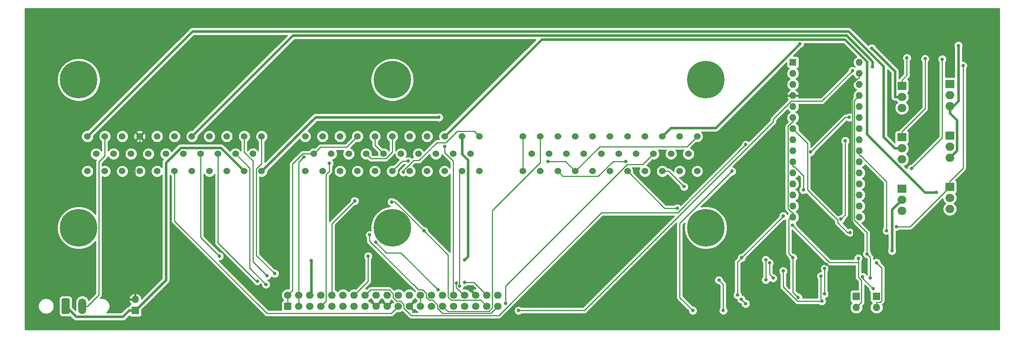
<source format=gbr>
%TF.GenerationSoftware,KiCad,Pcbnew,(5.1.6)-1*%
%TF.CreationDate,2021-10-09T15:15:23-05:00*%
%TF.ProjectId,Jeep JTEC,4a656570-204a-4544-9543-2e6b69636164,rev?*%
%TF.SameCoordinates,Original*%
%TF.FileFunction,Copper,L2,Bot*%
%TF.FilePolarity,Positive*%
%FSLAX46Y46*%
G04 Gerber Fmt 4.6, Leading zero omitted, Abs format (unit mm)*
G04 Created by KiCad (PCBNEW (5.1.6)-1) date 2021-10-09 15:15:23*
%MOMM*%
%LPD*%
G01*
G04 APERTURE LIST*
%TA.AperFunction,ComponentPad*%
%ADD10C,1.524000*%
%TD*%
%TA.AperFunction,ComponentPad*%
%ADD11C,0.900000*%
%TD*%
%TA.AperFunction,ComponentPad*%
%ADD12C,8.600000*%
%TD*%
%TA.AperFunction,ComponentPad*%
%ADD13O,1.700000X1.700000*%
%TD*%
%TA.AperFunction,ComponentPad*%
%ADD14R,1.700000X1.700000*%
%TD*%
%TA.AperFunction,ComponentPad*%
%ADD15O,1.800000X3.600000*%
%TD*%
%TA.AperFunction,ComponentPad*%
%ADD16O,2.000000X1.905000*%
%TD*%
%TA.AperFunction,ComponentPad*%
%ADD17R,2.000000X1.905000*%
%TD*%
%TA.AperFunction,ComponentPad*%
%ADD18C,1.700000*%
%TD*%
%TA.AperFunction,ComponentPad*%
%ADD19O,1.600000X1.600000*%
%TD*%
%TA.AperFunction,ComponentPad*%
%ADD20R,1.600000X1.600000*%
%TD*%
%TA.AperFunction,ViaPad*%
%ADD21C,0.800000*%
%TD*%
%TA.AperFunction,Conductor*%
%ADD22C,0.250000*%
%TD*%
%TA.AperFunction,Conductor*%
%ADD23C,0.600000*%
%TD*%
%TA.AperFunction,Conductor*%
%ADD24C,0.254000*%
%TD*%
G04 APERTURE END LIST*
D10*
%TO.P,C1,1*%
%TO.N,IGN-3-DRIVER*%
X50000000Y-85000000D03*
%TO.P,C1,2*%
%TO.N,12V-SW*%
X54000000Y-85000000D03*
%TO.P,C1,3*%
%TO.N,N/C*%
X58000000Y-85000000D03*
%TO.P,C1,4*%
%TO.N,GNDA*%
X62000000Y-85000000D03*
%TO.P,C1,5*%
%TO.N,N/C*%
X66000000Y-85000000D03*
%TO.P,C1,6*%
X70000000Y-85000000D03*
%TO.P,C1,7*%
%TO.N,IGN-1-DRIVER*%
X74000000Y-85000000D03*
%TO.P,C1,8*%
%TO.N,CRANK-IN*%
X78000000Y-85000000D03*
%TO.P,C1,9*%
%TO.N,N/C*%
X82000000Y-85000000D03*
%TO.P,C1,10*%
%TO.N,STEP-B1*%
X86000000Y-85000000D03*
%TO.P,C1,11*%
%TO.N,STEP-B2*%
X90000000Y-85000000D03*
%TO.P,C1,12*%
%TO.N,N/C*%
X52000000Y-89000000D03*
%TO.P,C1,13*%
X56000000Y-89000000D03*
%TO.P,C1,14*%
X60000000Y-89000000D03*
%TO.P,C1,15*%
%TO.N,IAT_Sensor*%
X64000000Y-89000000D03*
%TO.P,C1,16*%
%TO.N,CLT_Sensor*%
X68000000Y-89000000D03*
%TO.P,C1,17*%
%TO.N,VDDA*%
X72000000Y-89000000D03*
%TO.P,C1,18*%
%TO.N,CAM-IN*%
X76000000Y-89000000D03*
%TO.P,C1,19*%
%TO.N,STEP-A1*%
X80000000Y-89000000D03*
%TO.P,C1,20*%
%TO.N,STEP-A2*%
X84000000Y-89000000D03*
%TO.P,C1,21*%
%TO.N,N/C*%
X88000000Y-89000000D03*
%TO.P,C1,22*%
X50000000Y-93000000D03*
%TO.P,C1,23*%
%TO.N,TPS_Sensor*%
X54000000Y-93000000D03*
%TO.P,C1,24*%
%TO.N,O2-1-1*%
X58000000Y-93000000D03*
%TO.P,C1,25*%
%TO.N,N/C*%
X62000000Y-93000000D03*
%TO.P,C1,26*%
X66000000Y-93000000D03*
%TO.P,C1,27*%
%TO.N,MAP-EXT*%
X70000000Y-93000000D03*
%TO.P,C1,28*%
%TO.N,N/C*%
X74000000Y-93000000D03*
%TO.P,C1,29*%
X78000000Y-93000000D03*
%TO.P,C1,30*%
X82000000Y-93000000D03*
%TO.P,C1,31*%
%TO.N,ASD_COIL_OUT*%
X86000000Y-93000000D03*
%TO.P,C1,32*%
X90000000Y-93000000D03*
%TD*%
%TO.P,C3,1*%
%TO.N,AC_CLUTCH_OUT*%
X150000000Y-85000000D03*
%TO.P,C3,2*%
%TO.N,FAN-OUT*%
X154000000Y-85000000D03*
%TO.P,C3,3*%
%TO.N,ASD_COIL_OUT*%
X158000000Y-85000000D03*
%TO.P,C3,4*%
%TO.N,CRUISE_VAC_OUT*%
X162000000Y-85000000D03*
%TO.P,C3,5*%
%TO.N,CRUISE_VENT_OUT*%
X166000000Y-85000000D03*
%TO.P,C3,6*%
%TO.N,N/C*%
X170000000Y-85000000D03*
%TO.P,C3,7*%
X174000000Y-85000000D03*
%TO.P,C3,8*%
%TO.N,ASD_COIL_OUT*%
X178000000Y-85000000D03*
%TO.P,C3,9*%
X182000000Y-85000000D03*
%TO.P,C3,10*%
%TO.N,N/C*%
X186000000Y-85000000D03*
%TO.P,C3,11*%
%TO.N,ASD_12V_IN*%
X190000000Y-85000000D03*
%TO.P,C3,12*%
X152000000Y-89000000D03*
%TO.P,C3,13*%
%TO.N,N/C*%
X156000000Y-89000000D03*
%TO.P,C3,14*%
X160000000Y-89000000D03*
%TO.P,C3,15*%
X164000000Y-89000000D03*
%TO.P,C3,16*%
X168000000Y-89000000D03*
%TO.P,C3,17*%
X172000000Y-89000000D03*
%TO.P,C3,18*%
X176000000Y-89000000D03*
%TO.P,C3,19*%
%TO.N,FUELPUMP-OUT*%
X180000000Y-89000000D03*
%TO.P,C3,20*%
%TO.N,N/C*%
X184000000Y-89000000D03*
%TO.P,C3,21*%
X188000000Y-89000000D03*
%TO.P,C3,22*%
%TO.N,AC_CLUTCH_OUT*%
X150000000Y-93000000D03*
%TO.P,C3,23*%
%TO.N,N/C*%
X154000000Y-93000000D03*
%TO.P,C3,24*%
%TO.N,BRAKE_LAMP_SWITCH*%
X158000000Y-93000000D03*
%TO.P,C3,25*%
%TO.N,ASD_12V_IN*%
X162000000Y-93000000D03*
%TO.P,C3,26*%
%TO.N,FUEL_LEVEL*%
X166000000Y-93000000D03*
%TO.P,C3,27*%
%TO.N,N/C*%
X170000000Y-93000000D03*
%TO.P,C3,28*%
%TO.N,CCD-*%
X174000000Y-93000000D03*
%TO.P,C3,29*%
%TO.N,N/C*%
X178000000Y-93000000D03*
%TO.P,C3,30*%
%TO.N,CCD+*%
X182000000Y-93000000D03*
%TO.P,C3,31*%
%TO.N,N/C*%
X186000000Y-93000000D03*
%TO.P,C3,32*%
%TO.N,SPEED_CONTROL_SWITCH*%
X190000000Y-93000000D03*
%TD*%
%TO.P,C2,1*%
%TO.N,N/C*%
X100000000Y-85000000D03*
%TO.P,C2,2*%
X104000000Y-85000000D03*
%TO.P,C2,3*%
X108000000Y-85000000D03*
%TO.P,C2,4*%
%TO.N,INJ-1-OUT*%
X112000000Y-85000000D03*
%TO.P,C2,5*%
%TO.N,INJ-3-OUT*%
X116000000Y-85000000D03*
%TO.P,C2,6*%
%TO.N,INJ-2-OUT*%
X120000000Y-85000000D03*
%TO.P,C2,7*%
%TO.N,N/C*%
X124000000Y-85000000D03*
%TO.P,C2,8*%
X128000000Y-85000000D03*
%TO.P,C2,9*%
%TO.N,IGN-2-DRIVER*%
X132000000Y-85000000D03*
%TO.P,C2,10*%
%TO.N,GENERATOR_GND*%
X136000000Y-85000000D03*
%TO.P,C2,11*%
%TO.N,HC-1-OUT*%
X140000000Y-85000000D03*
%TO.P,C2,12*%
%TO.N,INJ-1-OUT*%
X102000000Y-89000000D03*
%TO.P,C2,13*%
%TO.N,N/C*%
X106000000Y-89000000D03*
%TO.P,C2,14*%
X110000000Y-89000000D03*
%TO.P,C2,15*%
%TO.N,INJ-2-OUT*%
X114000000Y-89000000D03*
%TO.P,C2,16*%
%TO.N,INJ-3-OUT*%
X118000000Y-89000000D03*
%TO.P,C2,17*%
%TO.N,N/C*%
X122000000Y-89000000D03*
%TO.P,C2,18*%
X126000000Y-89000000D03*
%TO.P,C2,19*%
X130000000Y-89000000D03*
%TO.P,C2,20*%
X134000000Y-89000000D03*
%TO.P,C2,21*%
X138000000Y-89000000D03*
%TO.P,C2,22*%
X100000000Y-93000000D03*
%TO.P,C2,23*%
%TO.N,OIL_PRESSURE_IN*%
X104000000Y-93000000D03*
%TO.P,C2,24*%
%TO.N,N/C*%
X108000000Y-93000000D03*
%TO.P,C2,25*%
X112000000Y-93000000D03*
%TO.P,C2,26*%
X116000000Y-93000000D03*
%TO.P,C2,27*%
%TO.N,VSS*%
X120000000Y-93000000D03*
%TO.P,C2,28*%
%TO.N,N/C*%
X124000000Y-93000000D03*
%TO.P,C2,29*%
X128000000Y-93000000D03*
%TO.P,C2,30*%
X132000000Y-93000000D03*
%TO.P,C2,31*%
%TO.N,VDDA*%
X136000000Y-93000000D03*
%TO.P,C2,32*%
%TO.N,N/C*%
X140000000Y-93000000D03*
%TD*%
D11*
%TO.P,H6,1*%
%TO.N,N/C*%
X194280419Y-103719581D03*
X192000000Y-102775000D03*
X189719581Y-103719581D03*
X188775000Y-106000000D03*
X189719581Y-108280419D03*
X192000000Y-109225000D03*
X194280419Y-108280419D03*
X195225000Y-106000000D03*
D12*
X192000000Y-106000000D03*
%TD*%
D11*
%TO.P,H5,1*%
%TO.N,N/C*%
X194280419Y-69719581D03*
X192000000Y-68775000D03*
X189719581Y-69719581D03*
X188775000Y-72000000D03*
X189719581Y-74280419D03*
X192000000Y-75225000D03*
X194280419Y-74280419D03*
X195225000Y-72000000D03*
D12*
X192000000Y-72000000D03*
%TD*%
D11*
%TO.P,H4,1*%
%TO.N,N/C*%
X50280419Y-69719581D03*
X48000000Y-68775000D03*
X45719581Y-69719581D03*
X44775000Y-72000000D03*
X45719581Y-74280419D03*
X48000000Y-75225000D03*
X50280419Y-74280419D03*
X51225000Y-72000000D03*
D12*
X48000000Y-72000000D03*
%TD*%
D11*
%TO.P,H3,1*%
%TO.N,N/C*%
X122280419Y-69719581D03*
X120000000Y-68775000D03*
X117719581Y-69719581D03*
X116775000Y-72000000D03*
X117719581Y-74280419D03*
X120000000Y-75225000D03*
X122280419Y-74280419D03*
X123225000Y-72000000D03*
D12*
X120000000Y-72000000D03*
%TD*%
D11*
%TO.P,H2,1*%
%TO.N,N/C*%
X50280419Y-103719581D03*
X48000000Y-102775000D03*
X45719581Y-103719581D03*
X44775000Y-106000000D03*
X45719581Y-108280419D03*
X48000000Y-109225000D03*
X50280419Y-108280419D03*
X51225000Y-106000000D03*
D12*
X48000000Y-106000000D03*
%TD*%
D11*
%TO.P,H1,1*%
%TO.N,N/C*%
X122280419Y-103719581D03*
X120000000Y-102775000D03*
X117719581Y-103719581D03*
X116775000Y-106000000D03*
X117719581Y-108280419D03*
X120000000Y-109225000D03*
X122280419Y-108280419D03*
X123225000Y-106000000D03*
D12*
X120000000Y-106000000D03*
%TD*%
D13*
%TO.P,JP3,2*%
%TO.N,GNDA*%
X61000000Y-122460000D03*
D14*
%TO.P,JP3,1*%
%TO.N,ASD_COIL_OUT*%
X61000000Y-125000000D03*
%TD*%
D15*
%TO.P,J2,2*%
%TO.N,12V-SW*%
X48810000Y-124000000D03*
%TO.P,J2,1*%
%TO.N,ASD_COIL_OUT*%
%TA.AperFunction,ComponentPad*%
G36*
G01*
X44100000Y-125550000D02*
X44100000Y-122450000D01*
G75*
G02*
X44350000Y-122200000I250000J0D01*
G01*
X45650000Y-122200000D01*
G75*
G02*
X45900000Y-122450000I0J-250000D01*
G01*
X45900000Y-125550000D01*
G75*
G02*
X45650000Y-125800000I-250000J0D01*
G01*
X44350000Y-125800000D01*
G75*
G02*
X44100000Y-125550000I0J250000D01*
G01*
G37*
%TD.AperFunction*%
%TD*%
D16*
%TO.P,Q8,3*%
%TO.N,ASD_COIL_OUT*%
X237000000Y-102080000D03*
%TO.P,Q8,2*%
%TO.N,GENERATOR_GND*%
X237000000Y-99540000D03*
D17*
%TO.P,Q8,1*%
%TO.N,GENERATOR_CONTROL*%
X237000000Y-97000000D03*
%TD*%
D16*
%TO.P,Q7,3*%
%TO.N,ASD_COIL_OUT*%
X237000000Y-90280000D03*
%TO.P,Q7,2*%
%TO.N,IGN-3-DRIVER*%
X237000000Y-87740000D03*
D17*
%TO.P,Q7,1*%
%TO.N,IGN-3-OUT*%
X237000000Y-85200000D03*
%TD*%
D16*
%TO.P,Q6,3*%
%TO.N,ASD_COIL_OUT*%
X237000000Y-78480000D03*
%TO.P,Q6,2*%
%TO.N,CRUISE_VENT_OUT*%
X237000000Y-75940000D03*
D17*
%TO.P,Q6,1*%
%TO.N,CRUISE_VENT_CONTROL*%
X237000000Y-73400000D03*
%TD*%
D16*
%TO.P,Q5,3*%
%TO.N,ASD_COIL_OUT*%
X248000000Y-101680000D03*
%TO.P,Q5,2*%
%TO.N,IGN-2-DRIVER*%
X248000000Y-99140000D03*
D17*
%TO.P,Q5,1*%
%TO.N,IGN-2-OUT*%
X248000000Y-96600000D03*
%TD*%
D16*
%TO.P,Q4,3*%
%TO.N,ASD_COIL_OUT*%
X248000000Y-89880000D03*
%TO.P,Q4,2*%
%TO.N,CRUISE_VAC_OUT*%
X248000000Y-87340000D03*
D17*
%TO.P,Q4,1*%
%TO.N,CRUISE_VAC_CONTROL*%
X248000000Y-84800000D03*
%TD*%
D16*
%TO.P,Q3,3*%
%TO.N,ASD_COIL_OUT*%
X248000000Y-78080000D03*
%TO.P,Q3,2*%
%TO.N,IGN-1-DRIVER*%
X248000000Y-75540000D03*
D17*
%TO.P,Q3,1*%
%TO.N,IGN-1-OUT*%
X248000000Y-73000000D03*
%TD*%
D13*
%TO.P,JP2,2*%
%TO.N,CCD+*%
X226540000Y-124280000D03*
D14*
%TO.P,JP2,1*%
%TO.N,Net-(JP2-Pad1)*%
X226540000Y-121740000D03*
%TD*%
D13*
%TO.P,JP1,2*%
%TO.N,CCD-*%
X231190000Y-124280000D03*
D14*
%TO.P,JP1,1*%
%TO.N,Net-(JP1-Pad1)*%
X231190000Y-121740000D03*
%TD*%
D18*
%TO.P,J1,40*%
%TO.N,O2-1-1*%
X144260000Y-121460000D03*
%TO.P,J1,38*%
%TO.N,TPS_Sensor*%
X141720000Y-121460000D03*
%TO.P,J1,36*%
%TO.N,GNDA*%
X139180000Y-121460000D03*
%TO.P,J1,34*%
%TO.N,CAM-IN*%
X136640000Y-121460000D03*
%TO.P,J1,32*%
%TO.N,CRANK-IN*%
X134100000Y-121460000D03*
%TO.P,J1,30*%
%TO.N,N/C*%
X131560000Y-121460000D03*
%TO.P,J1,28*%
X129020000Y-121460000D03*
%TO.P,J1,26*%
%TO.N,VDDA*%
X126480000Y-121460000D03*
%TO.P,J1,24*%
%TO.N,STEP-B2*%
X123940000Y-121460000D03*
%TO.P,J1,22*%
%TO.N,STEP-B1*%
X121400000Y-121460000D03*
%TO.P,J1,20*%
%TO.N,STEP-A1*%
X118860000Y-121460000D03*
%TO.P,J1,18*%
%TO.N,STEP-A2*%
X116320000Y-121460000D03*
%TO.P,J1,16*%
%TO.N,IGN-3-OUT*%
X113780000Y-121460000D03*
%TO.P,J1,14*%
%TO.N,IGN-2-OUT*%
X111240000Y-121460000D03*
%TO.P,J1,12*%
%TO.N,N/C*%
X108700000Y-121460000D03*
%TO.P,J1,10*%
%TO.N,HC-1-OUT*%
X106160000Y-121460000D03*
%TO.P,J1,8*%
%TO.N,N/C*%
X103620000Y-121460000D03*
%TO.P,J1,6*%
%TO.N,GENERATOR_GND*%
X101080000Y-121460000D03*
%TO.P,J1,4*%
%TO.N,INJ-2-OUT*%
X98540000Y-121460000D03*
%TO.P,J1,2*%
%TO.N,INJ-1-OUT*%
X96000000Y-121460000D03*
%TO.P,J1,39*%
%TO.N,IAT_Sensor*%
X144260000Y-124000000D03*
%TO.P,J1,37*%
%TO.N,CLT_Sensor*%
X141720000Y-124000000D03*
%TO.P,J1,35*%
%TO.N,N/C*%
X139180000Y-124000000D03*
%TO.P,J1,33*%
X136640000Y-124000000D03*
%TO.P,J1,31*%
%TO.N,FUELPUMP-OUT*%
X134100000Y-124000000D03*
%TO.P,J1,29*%
%TO.N,FAN-OUT*%
X131560000Y-124000000D03*
%TO.P,J1,27*%
%TO.N,N/C*%
X129020000Y-124000000D03*
%TO.P,J1,25*%
%TO.N,VDDA*%
X126480000Y-124000000D03*
%TO.P,J1,23*%
%TO.N,GNDA*%
X123940000Y-124000000D03*
%TO.P,J1,21*%
%TO.N,MAP-EXT*%
X121400000Y-124000000D03*
%TO.P,J1,19*%
%TO.N,GNDA*%
X118860000Y-124000000D03*
%TO.P,J1,17*%
X116320000Y-124000000D03*
%TO.P,J1,15*%
%TO.N,N/C*%
X113780000Y-124000000D03*
%TO.P,J1,13*%
%TO.N,IGN-1-OUT*%
X111240000Y-124000000D03*
%TO.P,J1,11*%
%TO.N,INJ-4-OUT*%
X108700000Y-124000000D03*
%TO.P,J1,9*%
X106160000Y-124000000D03*
%TO.P,J1,7*%
%TO.N,INJ-3-OUT*%
X103620000Y-124000000D03*
%TO.P,J1,5*%
X101080000Y-124000000D03*
%TO.P,J1,3*%
%TO.N,INJ-2-OUT*%
X98540000Y-124000000D03*
%TO.P,J1,1*%
%TO.N,INJ-1-OUT*%
%TA.AperFunction,ComponentPad*%
G36*
G01*
X96600000Y-124850000D02*
X95400000Y-124850000D01*
G75*
G02*
X95150000Y-124600000I0J250000D01*
G01*
X95150000Y-123400000D01*
G75*
G02*
X95400000Y-123150000I250000J0D01*
G01*
X96600000Y-123150000D01*
G75*
G02*
X96850000Y-123400000I0J-250000D01*
G01*
X96850000Y-124600000D01*
G75*
G02*
X96600000Y-124850000I-250000J0D01*
G01*
G37*
%TD.AperFunction*%
%TD*%
D19*
%TO.P,A1,16*%
%TO.N,N/C*%
X227240000Y-103560000D03*
%TO.P,A1,15*%
%TO.N,/CCD Decoder/CCD_RX*%
X212000000Y-103560000D03*
%TO.P,A1,30*%
%TO.N,N/C*%
X227240000Y-68000000D03*
%TO.P,A1,14*%
%TO.N,/CCD Decoder/CCD_TX*%
X212000000Y-101020000D03*
%TO.P,A1,29*%
%TO.N,GNDA*%
X227240000Y-70540000D03*
%TO.P,A1,13*%
%TO.N,N/C*%
X212000000Y-98480000D03*
%TO.P,A1,28*%
X227240000Y-73080000D03*
%TO.P,A1,12*%
X212000000Y-95940000D03*
%TO.P,A1,27*%
%TO.N,VDDA*%
X227240000Y-75620000D03*
%TO.P,A1,11*%
%TO.N,N/C*%
X212000000Y-93400000D03*
%TO.P,A1,26*%
X227240000Y-78160000D03*
%TO.P,A1,10*%
%TO.N,GENERATOR_CONTROL*%
X212000000Y-90860000D03*
%TO.P,A1,25*%
%TO.N,N/C*%
X227240000Y-80700000D03*
%TO.P,A1,9*%
%TO.N,CRUISE_VENT_CONTROL*%
X212000000Y-88320000D03*
%TO.P,A1,24*%
%TO.N,N/C*%
X227240000Y-83240000D03*
%TO.P,A1,8*%
%TO.N,CRUISE_VAC_CONTROL*%
X212000000Y-85780000D03*
%TO.P,A1,23*%
%TO.N,CLT_Sensor*%
X227240000Y-85780000D03*
%TO.P,A1,7*%
%TO.N,BRAKE_LAMP_SWITCH*%
X212000000Y-83240000D03*
%TO.P,A1,22*%
%TO.N,Net-(A1-Pad22)*%
X227240000Y-88320000D03*
%TO.P,A1,6*%
%TO.N,/CCD Decoder/CCD_RX*%
X212000000Y-80700000D03*
%TO.P,A1,21*%
%TO.N,OIL_PRESSURE_IN*%
X227240000Y-90860000D03*
%TO.P,A1,5*%
%TO.N,VSS*%
X212000000Y-78160000D03*
%TO.P,A1,20*%
%TO.N,SPEED_CONTROL_SWITCH*%
X227240000Y-93400000D03*
%TO.P,A1,4*%
%TO.N,GNDA*%
X212000000Y-75620000D03*
%TO.P,A1,19*%
%TO.N,FUEL_LEVEL*%
X227240000Y-95940000D03*
%TO.P,A1,3*%
%TO.N,N/C*%
X212000000Y-73080000D03*
%TO.P,A1,18*%
X227240000Y-98480000D03*
%TO.P,A1,2*%
X212000000Y-70540000D03*
%TO.P,A1,17*%
X227240000Y-101020000D03*
D20*
%TO.P,A1,1*%
X212000000Y-68000000D03*
%TD*%
D21*
%TO.N,/CCD Decoder/CCD_RX*%
X213180200Y-121971600D03*
X211994800Y-112876200D03*
%TO.N,/CCD Decoder/CCD_TX*%
X199248600Y-121442500D03*
X200218100Y-112883600D03*
X209744700Y-103274990D03*
%TO.N,GNDA*%
X223921200Y-112874400D03*
X220137700Y-123874100D03*
X219687500Y-114346400D03*
%TO.N,VDDA*%
X135424800Y-119418100D03*
X195000000Y-118000000D03*
X196000000Y-125000000D03*
X229000000Y-112000000D03*
X229767400Y-117500011D03*
%TO.N,GENERATOR_CONTROL*%
X246273200Y-67276600D03*
X239206300Y-92404300D03*
X214388900Y-97298200D03*
%TO.N,CRUISE_VENT_CONTROL*%
X238159400Y-66984800D03*
X224939000Y-80626200D03*
X216062300Y-88587000D03*
%TO.N,BRAKE_LAMP_SWITCH*%
X225100500Y-107074000D03*
X173616700Y-90724900D03*
%TO.N,Net-(A1-Pad22)*%
X233452300Y-106650800D03*
%TO.N,VSS*%
X123646500Y-90674000D03*
%TO.N,SPEED_CONTROL_SWITCH*%
X189000000Y-125000000D03*
X198000000Y-93000000D03*
%TO.N,ASD_COIL_OUT*%
X250000000Y-64151900D03*
X213583000Y-63714500D03*
X130710800Y-80626200D03*
%TO.N,O2-1-1*%
X116172200Y-109316900D03*
X130476800Y-120263300D03*
%TO.N,TPS_Sensor*%
X136593300Y-118494100D03*
%TO.N,STEP-B2*%
X93000000Y-116500000D03*
%TO.N,STEP-A1*%
X89000000Y-118250000D03*
%TO.N,CAM-IN*%
X80317300Y-112527400D03*
X134712800Y-118710100D03*
%TO.N,CLT_Sensor*%
X119844400Y-100068400D03*
X127282450Y-106717550D03*
X223000000Y-104000000D03*
X224000000Y-86000000D03*
%TO.N,IAT_Sensor*%
X114809000Y-107634700D03*
%TO.N,STEP-B1*%
X91250000Y-117000000D03*
%TO.N,STEP-A2*%
X91000000Y-119000000D03*
%TO.N,CRANK-IN*%
X132000000Y-87329600D03*
%TO.N,IGN-1-DRIVER*%
X230287700Y-68974900D03*
%TO.N,INJ-3-OUT*%
X105549800Y-91190500D03*
%TO.N,INJ-2-OUT*%
X99716400Y-89775000D03*
%TO.N,HC-1-OUT*%
X122528900Y-93258200D03*
X111366000Y-99842200D03*
%TO.N,GENERATOR_GND*%
X234733000Y-111287800D03*
X136603100Y-113341400D03*
X101431700Y-113526600D03*
%TO.N,IGN-2-DRIVER*%
X244861200Y-97830500D03*
%TO.N,CCD+*%
X187009700Y-96549500D03*
X211845100Y-105411800D03*
X227000000Y-113000000D03*
%TO.N,CCD-*%
X231168700Y-114016900D03*
X185431900Y-101503902D03*
%TO.N,ASD_12V_IN*%
X155751500Y-90724900D03*
%TO.N,FUELPUMP-OUT*%
X146043400Y-123373200D03*
%TO.N,CRUISE_VENT_OUT*%
X230104100Y-64745800D03*
%TO.N,/CCD Decoder/CCD_SAFE+*%
X219282300Y-121172900D03*
X219282300Y-115352900D03*
%TO.N,/CCD Decoder/CCD_SAFE-*%
X218426900Y-117095800D03*
X209744700Y-115934200D03*
X218616900Y-122871500D03*
%TO.N,IGN-3-OUT*%
X242322300Y-67179300D03*
X201170700Y-86895900D03*
%TO.N,IGN-2-OUT*%
X251050000Y-68752500D03*
X235759900Y-105715400D03*
X114453000Y-112506400D03*
%TO.N,IGN-1-OUT*%
X225667300Y-69915700D03*
X149000000Y-125000000D03*
%TO.N,/CCD Decoder/NOT-gate*%
X201127700Y-123436700D03*
X200105700Y-122383900D03*
%TO.N,Net-(Q2-Pad7)*%
X205746400Y-117946500D03*
X205746400Y-113337100D03*
%TO.N,Net-(Q2-Pad5)*%
X207443000Y-117551300D03*
X206599500Y-114062500D03*
%TO.N,Net-(R7-Pad1)*%
X230403800Y-120000000D03*
X228000000Y-117250000D03*
%TD*%
D22*
%TO.N,/CCD Decoder/CCD_RX*%
X212000000Y-103156500D02*
X211073200Y-104083300D01*
X211073200Y-104083300D02*
X211073200Y-111954600D01*
X211073200Y-111954600D02*
X211994800Y-112876200D01*
X212000000Y-102997300D02*
X212000000Y-102434700D01*
X212000000Y-103560000D02*
X212000000Y-103156500D01*
X212000000Y-102997300D02*
X212000000Y-103156500D01*
X212000000Y-80700000D02*
X212000000Y-81825300D01*
X212000000Y-81825300D02*
X211718700Y-81825300D01*
X211718700Y-81825300D02*
X210874700Y-82669300D01*
X210874700Y-82669300D02*
X210874700Y-101590800D01*
X210874700Y-101590800D02*
X211718600Y-102434700D01*
X211718600Y-102434700D02*
X212000000Y-102434700D01*
X211994800Y-112876200D02*
X211994800Y-120786200D01*
X211994800Y-120786200D02*
X213180200Y-121971600D01*
%TO.N,/CCD Decoder/CCD_TX*%
X199248600Y-121442500D02*
X199248600Y-113853100D01*
X199248600Y-113853100D02*
X200218100Y-112883600D01*
X200218100Y-112883600D02*
X209744700Y-103357000D01*
X209744700Y-103357000D02*
X209744700Y-103274990D01*
%TO.N,GNDA*%
X220137700Y-123874100D02*
X220137700Y-114796600D01*
X220137700Y-114796600D02*
X219687500Y-114346400D01*
X227240000Y-71665300D02*
X226958600Y-71665300D01*
X226958600Y-71665300D02*
X225664400Y-72959500D01*
X225664400Y-72959500D02*
X225664400Y-104646900D01*
X225664400Y-104646900D02*
X225833300Y-104815800D01*
X225833300Y-104815800D02*
X225833300Y-110962300D01*
X225833300Y-110962300D02*
X223921200Y-112874400D01*
X227240000Y-70540000D02*
X227240000Y-71665300D01*
X61000000Y-122460000D02*
X61000000Y-121284700D01*
X61000000Y-121284700D02*
X60880500Y-121165200D01*
X60880500Y-121165200D02*
X60880500Y-90581700D01*
X60880500Y-90581700D02*
X62000000Y-89462200D01*
X62000000Y-89462200D02*
X62000000Y-85000000D01*
%TO.N,VDDA*%
X135424800Y-119418100D02*
X135438100Y-119404800D01*
X135438100Y-119404800D02*
X135438100Y-93561900D01*
X135438100Y-93561900D02*
X136000000Y-93000000D01*
X126480000Y-124000000D02*
X126480000Y-121460000D01*
X195000000Y-118000000D02*
X196000000Y-119000000D01*
X196000000Y-119000000D02*
X196000000Y-125000000D01*
X229000000Y-107120300D02*
X229000000Y-112000000D01*
X227240000Y-75620000D02*
X226114700Y-76745300D01*
X226114700Y-76745300D02*
X226114700Y-104235000D01*
X226114700Y-104235000D02*
X229000000Y-107120300D01*
X229767400Y-112767400D02*
X229767400Y-117500011D01*
X229000000Y-112000000D02*
X229767400Y-112767400D01*
%TO.N,GENERATOR_CONTROL*%
X239206300Y-92404300D02*
X246273200Y-85337400D01*
X246273200Y-85337400D02*
X246273200Y-67276600D01*
X212000000Y-90860000D02*
X212000000Y-91985300D01*
X212000000Y-91985300D02*
X212281300Y-91985300D01*
X212281300Y-91985300D02*
X214388900Y-94092900D01*
X214388900Y-94092900D02*
X214388900Y-97298200D01*
%TO.N,CRUISE_VENT_CONTROL*%
X237000000Y-73400000D02*
X237000000Y-72122200D01*
X237000000Y-72122200D02*
X238159400Y-70962800D01*
X238159400Y-70962800D02*
X238159400Y-66984800D01*
X216062300Y-88587000D02*
X224023100Y-80626200D01*
X224023100Y-80626200D02*
X224939000Y-80626200D01*
%TO.N,BRAKE_LAMP_SWITCH*%
X173616700Y-90724900D02*
X170723600Y-90724900D01*
X170723600Y-90724900D02*
X167297000Y-94151500D01*
X167297000Y-94151500D02*
X159151500Y-94151500D01*
X159151500Y-94151500D02*
X158000000Y-93000000D01*
X222274999Y-104248499D02*
X222274999Y-104814184D01*
X215337000Y-86577000D02*
X215337000Y-97310500D01*
X222274999Y-104814184D02*
X224534815Y-107074000D01*
X215337000Y-97310500D02*
X222274999Y-104248499D01*
X212000000Y-83240000D02*
X215337000Y-86577000D01*
X224534815Y-107074000D02*
X225100500Y-107074000D01*
%TO.N,Net-(A1-Pad22)*%
X227240000Y-88320000D02*
X227240000Y-89445300D01*
X227240000Y-89445300D02*
X227521300Y-89445300D01*
X227521300Y-89445300D02*
X233452300Y-95376300D01*
X233452300Y-95376300D02*
X233452300Y-106650800D01*
%TO.N,VSS*%
X123646500Y-90674000D02*
X122326000Y-90674000D01*
X122326000Y-90674000D02*
X120000000Y-93000000D01*
%TO.N,SPEED_CONTROL_SWITCH*%
X189000000Y-125000000D02*
X186000000Y-122000000D01*
X186000000Y-122000000D02*
X186000000Y-105000000D01*
X186000000Y-105000000D02*
X198000000Y-93000000D01*
D23*
%TO.N,ASD_COIL_OUT*%
X248000000Y-78856400D02*
X250000000Y-76856400D01*
X250000000Y-76856400D02*
X250000000Y-64151900D01*
X248000000Y-78856400D02*
X248000000Y-79632800D01*
X248000000Y-78080000D02*
X248000000Y-78856400D01*
X248000000Y-79632800D02*
X249635200Y-81268000D01*
X249635200Y-81268000D02*
X249635200Y-88244800D01*
X249635200Y-88244800D02*
X248000000Y-89880000D01*
X213583000Y-63714500D02*
X194235100Y-83062400D01*
X194235100Y-83062400D02*
X183937600Y-83062400D01*
X183937600Y-83062400D02*
X182000000Y-85000000D01*
X90000000Y-93000000D02*
X102373800Y-80626200D01*
X102373800Y-80626200D02*
X130710800Y-80626200D01*
X86000000Y-93000000D02*
X80612400Y-87612400D01*
X80612400Y-87612400D02*
X71448600Y-87612400D01*
X71448600Y-87612400D02*
X68000100Y-91060900D01*
X68000100Y-91060900D02*
X68000100Y-117999900D01*
X68000100Y-117999900D02*
X61000000Y-125000000D01*
X61000000Y-125000000D02*
X59549700Y-125000000D01*
X59549700Y-125000000D02*
X58117100Y-126432600D01*
X58117100Y-126432600D02*
X47432600Y-126432600D01*
X47432600Y-126432600D02*
X45000000Y-124000000D01*
D22*
%TO.N,MAP-EXT*%
X121400000Y-124000000D02*
X119739500Y-125660500D01*
X119739500Y-125660500D02*
X91218000Y-125660500D01*
X91218000Y-125660500D02*
X70000000Y-104442500D01*
X70000000Y-104442500D02*
X70000000Y-93000000D01*
%TO.N,O2-1-1*%
X130476800Y-120263300D02*
X121962300Y-111748800D01*
X121962300Y-111748800D02*
X118604100Y-111748800D01*
X118604100Y-111748800D02*
X116172200Y-109316900D01*
%TO.N,TPS_Sensor*%
X141720000Y-121460000D02*
X138754100Y-118494100D01*
X138754100Y-118494100D02*
X136593300Y-118494100D01*
%TO.N,STEP-B2*%
X88812999Y-112312999D02*
X93000000Y-116500000D01*
X88812999Y-92430239D02*
X88812999Y-112312999D01*
X90000000Y-85000000D02*
X90000000Y-91243238D01*
X90000000Y-91243238D02*
X88812999Y-92430239D01*
%TO.N,STEP-A1*%
X80000000Y-89000000D02*
X80000000Y-109500000D01*
X80000000Y-109500000D02*
X88750000Y-118250000D01*
X88750000Y-118250000D02*
X89000000Y-118250000D01*
%TO.N,CAM-IN*%
X80317300Y-112527400D02*
X76000000Y-108210100D01*
X76000000Y-108210100D02*
X76000000Y-89000000D01*
X136640000Y-121460000D02*
X136420500Y-121460000D01*
X136420500Y-121460000D02*
X134699400Y-119738900D01*
X134699400Y-119738900D02*
X134699400Y-118723500D01*
X134699400Y-118723500D02*
X134712800Y-118710100D01*
%TO.N,CLT_Sensor*%
X141720000Y-124000000D02*
X140355400Y-122635400D01*
X140355400Y-122635400D02*
X133574400Y-122635400D01*
X133574400Y-122635400D02*
X132830000Y-121891000D01*
X132830000Y-121891000D02*
X132830000Y-112265100D01*
X132830000Y-112265100D02*
X127282450Y-106717550D01*
X120633300Y-100068400D02*
X119844400Y-100068400D01*
X127282450Y-106717550D02*
X120633300Y-100068400D01*
X223000000Y-104000000D02*
X224000000Y-103000000D01*
X224000000Y-103000000D02*
X224000000Y-86000000D01*
%TO.N,IAT_Sensor*%
X114809000Y-107634700D02*
X114809000Y-109058400D01*
X114809000Y-109058400D02*
X126012600Y-120262000D01*
X126012600Y-120262000D02*
X126957700Y-120262000D01*
X126957700Y-120262000D02*
X127794200Y-121098500D01*
X127794200Y-121098500D02*
X127794200Y-121935200D01*
X127794200Y-121935200D02*
X128494400Y-122635400D01*
X128494400Y-122635400D02*
X129319700Y-122635400D01*
X129319700Y-122635400D02*
X130384600Y-123700300D01*
X130384600Y-123700300D02*
X130384600Y-124494900D01*
X130384600Y-124494900D02*
X131564400Y-125674700D01*
X131564400Y-125674700D02*
X142585300Y-125674700D01*
X142585300Y-125674700D02*
X144260000Y-124000000D01*
%TO.N,STEP-B1*%
X86000000Y-88608762D02*
X88000000Y-90608762D01*
X86000000Y-85000000D02*
X86000000Y-88608762D01*
X88000000Y-90608762D02*
X88000000Y-113750000D01*
X88000000Y-113750000D02*
X91250000Y-117000000D01*
%TO.N,STEP-A2*%
X84000000Y-89000000D02*
X87250000Y-92250000D01*
X87250000Y-92250000D02*
X87250000Y-115250000D01*
X87250000Y-115250000D02*
X91000000Y-119000000D01*
%TO.N,CRANK-IN*%
X132000000Y-87329600D02*
X132000000Y-88700200D01*
X132000000Y-88700200D02*
X133987500Y-90687700D01*
X133987500Y-90687700D02*
X133987500Y-121347500D01*
X133987500Y-121347500D02*
X134100000Y-121460000D01*
D23*
%TO.N,IGN-1-DRIVER*%
X230287700Y-68974900D02*
X230287700Y-67781200D01*
X230287700Y-67781200D02*
X224313800Y-61807300D01*
X224313800Y-61807300D02*
X97192700Y-61807300D01*
X97192700Y-61807300D02*
X74000000Y-85000000D01*
%TO.N,IGN-3-DRIVER*%
X235399700Y-87740000D02*
X232805600Y-85145900D01*
X232805600Y-85145900D02*
X232805600Y-68946100D01*
X232805600Y-68946100D02*
X224755000Y-60895500D01*
X224755000Y-60895500D02*
X74104500Y-60895500D01*
X74104500Y-60895500D02*
X50000000Y-85000000D01*
X237000000Y-87740000D02*
X235399700Y-87740000D01*
D22*
%TO.N,INJ-3-OUT*%
X103620000Y-124000000D02*
X104810500Y-122809500D01*
X104810500Y-122809500D02*
X104810500Y-93751100D01*
X104810500Y-93751100D02*
X105549800Y-93011800D01*
X105549800Y-93011800D02*
X105549800Y-91190500D01*
X118000000Y-89000000D02*
X116000000Y-87000000D01*
X116000000Y-87000000D02*
X116000000Y-85000000D01*
%TO.N,INJ-2-OUT*%
X114000000Y-89000000D02*
X115104000Y-90104000D01*
X115104000Y-90104000D02*
X118456300Y-90104000D01*
X118456300Y-90104000D02*
X120000000Y-88560300D01*
X120000000Y-88560300D02*
X120000000Y-85000000D01*
X98540000Y-121460000D02*
X98540000Y-90951400D01*
X98540000Y-90951400D02*
X99716400Y-89775000D01*
X98540000Y-124000000D02*
X98540000Y-121460000D01*
%TO.N,INJ-1-OUT*%
X102000000Y-89000000D02*
X103549500Y-87450500D01*
X103549500Y-87450500D02*
X109549500Y-87450500D01*
X109549500Y-87450500D02*
X112000000Y-85000000D01*
X96000000Y-121460000D02*
X97077000Y-120383000D01*
X97077000Y-120383000D02*
X97077000Y-91338900D01*
X97077000Y-91338900D02*
X99415900Y-89000000D01*
X99415900Y-89000000D02*
X102000000Y-89000000D01*
X96000000Y-124000000D02*
X96000000Y-121460000D01*
%TO.N,HC-1-OUT*%
X122528900Y-93258200D02*
X122528900Y-92910000D01*
X122528900Y-92910000D02*
X124901000Y-90537900D01*
X124901000Y-90537900D02*
X126149200Y-90537900D01*
X126149200Y-90537900D02*
X130258800Y-86428300D01*
X130258800Y-86428300D02*
X132276300Y-86428300D01*
X132276300Y-86428300D02*
X134908600Y-83796000D01*
X134908600Y-83796000D02*
X138796000Y-83796000D01*
X138796000Y-83796000D02*
X140000000Y-85000000D01*
X106160000Y-121460000D02*
X106160000Y-105048200D01*
X106160000Y-105048200D02*
X111366000Y-99842200D01*
D23*
%TO.N,GENERATOR_GND*%
X101080000Y-121460000D02*
X101431700Y-121108300D01*
X101431700Y-121108300D02*
X101431700Y-113526600D01*
X237000000Y-99540000D02*
X234733100Y-101806900D01*
X234733100Y-101806900D02*
X234733100Y-111287800D01*
X234733100Y-111287800D02*
X234733000Y-111287800D01*
X136603100Y-113341400D02*
X137375300Y-112569200D01*
X137375300Y-112569200D02*
X137375300Y-90448500D01*
X137375300Y-90448500D02*
X136000000Y-89073200D01*
X136000000Y-89073200D02*
X136000000Y-85000000D01*
%TO.N,IGN-2-DRIVER*%
X244861200Y-97830500D02*
X242306300Y-97830500D01*
X242306300Y-97830500D02*
X229010300Y-84534500D01*
X229010300Y-84534500D02*
X229010300Y-67777100D01*
X229010300Y-67777100D02*
X223945300Y-62712100D01*
X223945300Y-62712100D02*
X154287900Y-62712100D01*
X154287900Y-62712100D02*
X132000000Y-85000000D01*
D22*
%TO.N,CCD+*%
X187009700Y-96549500D02*
X183460200Y-93000000D01*
X183460200Y-93000000D02*
X182000000Y-93000000D01*
X227000000Y-113920900D02*
X227000000Y-113000000D01*
X227000000Y-114000000D02*
X227000000Y-117323004D01*
X227000000Y-117323004D02*
X227715400Y-118038404D01*
X227715400Y-118038404D02*
X227715400Y-123104600D01*
X220354200Y-113920900D02*
X226920900Y-113920900D01*
X226920900Y-113920900D02*
X227000000Y-114000000D01*
X227389999Y-123430001D02*
X226540000Y-124280000D01*
X211845100Y-105411800D02*
X220354200Y-113920900D01*
X227715400Y-123104600D02*
X227389999Y-123430001D01*
%TO.N,CCD-*%
X231190000Y-124280000D02*
X231190000Y-123104700D01*
X231190000Y-123104700D02*
X231998000Y-123104700D01*
X231998000Y-123104700D02*
X232366200Y-122736500D01*
X232366200Y-122736500D02*
X232366200Y-115214400D01*
X232366200Y-115214400D02*
X231168700Y-114016900D01*
X174000000Y-93000000D02*
X182503902Y-101503902D01*
X182503902Y-101503902D02*
X185431900Y-101503902D01*
%TO.N,ASD_12V_IN*%
X162000000Y-93000000D02*
X159724900Y-90724900D01*
X159724900Y-90724900D02*
X155751500Y-90724900D01*
X190000000Y-85000000D02*
X187657200Y-87342800D01*
X187657200Y-87342800D02*
X167657200Y-87342800D01*
X167657200Y-87342800D02*
X162000000Y-93000000D01*
%TO.N,AC_CLUTCH_OUT*%
X150000000Y-93000000D02*
X150000000Y-85000000D01*
%TO.N,FUELPUMP-OUT*%
X146043400Y-123373200D02*
X146043400Y-119395500D01*
X146043400Y-119395500D02*
X173988400Y-91450500D01*
X173988400Y-91450500D02*
X177549500Y-91450500D01*
X177549500Y-91450500D02*
X180000000Y-89000000D01*
D23*
%TO.N,CRUISE_VENT_OUT*%
X237000000Y-75940000D02*
X235399700Y-75940000D01*
X235399700Y-75940000D02*
X235399700Y-70041400D01*
X235399700Y-70041400D02*
X230104100Y-64745800D01*
D22*
%TO.N,FAN-OUT*%
X131560000Y-124000000D02*
X132784300Y-125224300D01*
X132784300Y-125224300D02*
X142180900Y-125224300D01*
X142180900Y-125224300D02*
X142990000Y-124415200D01*
X142990000Y-124415200D02*
X142990000Y-102010000D01*
X142990000Y-102010000D02*
X154000000Y-91000000D01*
X154000000Y-91000000D02*
X154000000Y-85000000D01*
%TO.N,/CCD Decoder/CCD_SAFE+*%
X219282300Y-121172900D02*
X219282300Y-115352900D01*
%TO.N,/CCD Decoder/CCD_SAFE-*%
X218616900Y-122871500D02*
X218426900Y-122681500D01*
X218426900Y-122681500D02*
X218426900Y-117095800D01*
X209744700Y-115934200D02*
X209744700Y-119587400D01*
X209744700Y-119587400D02*
X213028800Y-122871500D01*
X213028800Y-122871500D02*
X218616900Y-122871500D01*
%TO.N,IGN-3-OUT*%
X237000000Y-85200000D02*
X237000000Y-83922200D01*
X237000000Y-83922200D02*
X242322300Y-78599900D01*
X242322300Y-78599900D02*
X242322300Y-67179300D01*
X201170700Y-86895900D02*
X185537300Y-102529300D01*
X185537300Y-102529300D02*
X168046200Y-102529300D01*
X168046200Y-102529300D02*
X144450500Y-126125000D01*
X144450500Y-126125000D02*
X124322300Y-126125000D01*
X124322300Y-126125000D02*
X122670000Y-124472700D01*
X122670000Y-124472700D02*
X122670000Y-123569000D01*
X122670000Y-123569000D02*
X121925600Y-122824600D01*
X121925600Y-122824600D02*
X121063600Y-122824600D01*
X121063600Y-122824600D02*
X120224600Y-121985600D01*
X120224600Y-121985600D02*
X120224600Y-121162200D01*
X120224600Y-121162200D02*
X119319500Y-120257100D01*
X119319500Y-120257100D02*
X114982900Y-120257100D01*
X114982900Y-120257100D02*
X113780000Y-121460000D01*
%TO.N,IGN-2-OUT*%
X248000000Y-96600000D02*
X248000000Y-95322200D01*
X248000000Y-95322200D02*
X251050000Y-92272200D01*
X251050000Y-92272200D02*
X251050000Y-68752500D01*
X235759900Y-105715400D02*
X238884600Y-105715400D01*
X238884600Y-105715400D02*
X248000000Y-96600000D01*
X111240000Y-121460000D02*
X114453000Y-118247000D01*
X114453000Y-118247000D02*
X114453000Y-112506400D01*
%TO.N,IGN-1-OUT*%
X207471700Y-81627400D02*
X164099100Y-125000000D01*
X164099100Y-125000000D02*
X149000000Y-125000000D01*
X211639200Y-76890000D02*
X207471700Y-81057500D01*
X207471700Y-81057500D02*
X207471700Y-81627400D01*
X218693000Y-76890000D02*
X211639200Y-76890000D01*
X225667300Y-69915700D02*
X218693000Y-76890000D01*
%TO.N,/CCD Decoder/NOT-gate*%
X200105700Y-122383900D02*
X201127700Y-123405900D01*
X201127700Y-123405900D02*
X201127700Y-123436700D01*
%TO.N,Net-(Q2-Pad7)*%
X205746400Y-117946500D02*
X205746400Y-113337100D01*
%TO.N,Net-(Q2-Pad5)*%
X207443000Y-117551300D02*
X206599500Y-116707800D01*
X206599500Y-116707800D02*
X206599500Y-114062500D01*
%TO.N,Net-(R7-Pad1)*%
X228000000Y-117596200D02*
X228000000Y-117250000D01*
X230403800Y-120000000D02*
X228000000Y-117596200D01*
%TO.N,12V-SW*%
X48810000Y-124000000D02*
X50035300Y-124000000D01*
X50035300Y-124000000D02*
X52627300Y-121408000D01*
X52627300Y-121408000D02*
X52627300Y-90834900D01*
X52627300Y-90834900D02*
X54000000Y-89462200D01*
X54000000Y-89462200D02*
X54000000Y-85000000D01*
%TD*%
D24*
%TO.N,GNDA*%
G36*
X259340001Y-129340000D02*
G01*
X35660000Y-129340000D01*
X35660000Y-123819268D01*
X38665000Y-123819268D01*
X38665000Y-124180732D01*
X38735518Y-124535250D01*
X38873844Y-124869199D01*
X39074662Y-125169744D01*
X39330256Y-125425338D01*
X39630801Y-125626156D01*
X39964750Y-125764482D01*
X40319268Y-125835000D01*
X40680732Y-125835000D01*
X41035250Y-125764482D01*
X41369199Y-125626156D01*
X41669744Y-125425338D01*
X41925338Y-125169744D01*
X42126156Y-124869199D01*
X42264482Y-124535250D01*
X42335000Y-124180732D01*
X42335000Y-123819268D01*
X42264482Y-123464750D01*
X42126156Y-123130801D01*
X41925338Y-122830256D01*
X41669744Y-122574662D01*
X41369199Y-122373844D01*
X41035250Y-122235518D01*
X40680732Y-122165000D01*
X40319268Y-122165000D01*
X39964750Y-122235518D01*
X39630801Y-122373844D01*
X39330256Y-122574662D01*
X39074662Y-122830256D01*
X38873844Y-123130801D01*
X38735518Y-123464750D01*
X38665000Y-123819268D01*
X35660000Y-123819268D01*
X35660000Y-105513945D01*
X43065000Y-105513945D01*
X43065000Y-106486055D01*
X43254650Y-107439486D01*
X43626660Y-108337599D01*
X44166735Y-109145879D01*
X44854121Y-109833265D01*
X45662401Y-110373340D01*
X46560514Y-110745350D01*
X47513945Y-110935000D01*
X48486055Y-110935000D01*
X49439486Y-110745350D01*
X50337599Y-110373340D01*
X51145879Y-109833265D01*
X51833265Y-109145879D01*
X51867300Y-109094941D01*
X51867300Y-121093198D01*
X50285230Y-122675269D01*
X50235017Y-122509739D01*
X50092481Y-122243073D01*
X49900661Y-122009339D01*
X49666926Y-121817519D01*
X49400260Y-121674983D01*
X49110912Y-121587210D01*
X48810000Y-121557573D01*
X48509087Y-121587210D01*
X48219739Y-121674983D01*
X47953073Y-121817519D01*
X47719339Y-122009339D01*
X47527519Y-122243074D01*
X47384983Y-122509740D01*
X47297210Y-122799088D01*
X47275000Y-123024593D01*
X47275000Y-124952711D01*
X46538072Y-124215783D01*
X46538072Y-122450000D01*
X46521008Y-122276746D01*
X46470472Y-122110150D01*
X46388405Y-121956614D01*
X46277962Y-121822038D01*
X46143386Y-121711595D01*
X45989850Y-121629528D01*
X45823254Y-121578992D01*
X45650000Y-121561928D01*
X44350000Y-121561928D01*
X44176746Y-121578992D01*
X44010150Y-121629528D01*
X43856614Y-121711595D01*
X43722038Y-121822038D01*
X43611595Y-121956614D01*
X43529528Y-122110150D01*
X43478992Y-122276746D01*
X43461928Y-122450000D01*
X43461928Y-125550000D01*
X43478992Y-125723254D01*
X43529528Y-125889850D01*
X43611595Y-126043386D01*
X43722038Y-126177962D01*
X43856614Y-126288405D01*
X44010150Y-126370472D01*
X44176746Y-126421008D01*
X44350000Y-126438072D01*
X45650000Y-126438072D01*
X45823254Y-126421008D01*
X45989850Y-126370472D01*
X46027864Y-126350153D01*
X46738970Y-127061259D01*
X46768256Y-127096944D01*
X46910628Y-127213786D01*
X47073060Y-127300607D01*
X47249308Y-127354071D01*
X47432600Y-127372124D01*
X47478532Y-127367600D01*
X58071168Y-127367600D01*
X58117100Y-127372124D01*
X58163032Y-127367600D01*
X58300392Y-127354071D01*
X58476640Y-127300607D01*
X58639072Y-127213786D01*
X58781444Y-127096944D01*
X58810730Y-127061259D01*
X59641114Y-126230876D01*
X59698815Y-126301185D01*
X59795506Y-126380537D01*
X59905820Y-126439502D01*
X60025518Y-126475812D01*
X60150000Y-126488072D01*
X61850000Y-126488072D01*
X61974482Y-126475812D01*
X62094180Y-126439502D01*
X62204494Y-126380537D01*
X62301185Y-126301185D01*
X62380537Y-126204494D01*
X62439502Y-126094180D01*
X62475812Y-125974482D01*
X62488072Y-125850000D01*
X62488072Y-124834217D01*
X68628765Y-118693525D01*
X68664444Y-118664244D01*
X68781286Y-118521872D01*
X68868107Y-118359440D01*
X68921571Y-118183192D01*
X68939624Y-117999901D01*
X68935100Y-117953969D01*
X68935100Y-93910755D01*
X69109465Y-94085120D01*
X69240001Y-94172342D01*
X69240000Y-104405178D01*
X69236324Y-104442500D01*
X69240000Y-104479822D01*
X69240000Y-104479832D01*
X69250997Y-104591485D01*
X69285811Y-104706254D01*
X69294454Y-104734746D01*
X69365026Y-104866776D01*
X69401700Y-104911463D01*
X69459999Y-104982501D01*
X69489003Y-105006304D01*
X90654201Y-126171503D01*
X90677999Y-126200501D01*
X90793724Y-126295474D01*
X90925753Y-126366046D01*
X91069014Y-126409503D01*
X91180667Y-126420500D01*
X91180676Y-126420500D01*
X91217999Y-126424176D01*
X91255322Y-126420500D01*
X119702178Y-126420500D01*
X119739500Y-126424176D01*
X119776822Y-126420500D01*
X119776833Y-126420500D01*
X119888486Y-126409503D01*
X120031747Y-126366046D01*
X120163776Y-126295474D01*
X120279501Y-126200501D01*
X120303304Y-126171497D01*
X121033592Y-125441209D01*
X121253740Y-125485000D01*
X121546260Y-125485000D01*
X121833158Y-125427932D01*
X122103411Y-125315990D01*
X122304276Y-125181777D01*
X123758501Y-126636003D01*
X123782299Y-126665001D01*
X123811297Y-126688799D01*
X123898023Y-126759974D01*
X123958201Y-126792140D01*
X124030053Y-126830546D01*
X124173314Y-126874003D01*
X124284967Y-126885000D01*
X124284976Y-126885000D01*
X124322299Y-126888676D01*
X124359622Y-126885000D01*
X144413178Y-126885000D01*
X144450500Y-126888676D01*
X144487822Y-126885000D01*
X144487833Y-126885000D01*
X144599486Y-126874003D01*
X144742747Y-126830546D01*
X144874776Y-126759974D01*
X144990501Y-126665001D01*
X145014304Y-126635997D01*
X168361002Y-103289300D01*
X184734999Y-103289300D01*
X163784299Y-124240000D01*
X149703711Y-124240000D01*
X149659774Y-124196063D01*
X149490256Y-124082795D01*
X149301898Y-124004774D01*
X149101939Y-123965000D01*
X148898061Y-123965000D01*
X148698102Y-124004774D01*
X148509744Y-124082795D01*
X148340226Y-124196063D01*
X148196063Y-124340226D01*
X148082795Y-124509744D01*
X148004774Y-124698102D01*
X147965000Y-124898061D01*
X147965000Y-125101939D01*
X148004774Y-125301898D01*
X148082795Y-125490256D01*
X148196063Y-125659774D01*
X148340226Y-125803937D01*
X148509744Y-125917205D01*
X148698102Y-125995226D01*
X148898061Y-126035000D01*
X149101939Y-126035000D01*
X149301898Y-125995226D01*
X149490256Y-125917205D01*
X149659774Y-125803937D01*
X149703711Y-125760000D01*
X164061778Y-125760000D01*
X164099100Y-125763676D01*
X164136422Y-125760000D01*
X164136433Y-125760000D01*
X164248086Y-125749003D01*
X164391347Y-125705546D01*
X164523376Y-125634974D01*
X164639101Y-125540001D01*
X164662904Y-125510997D01*
X185243144Y-104930758D01*
X185236324Y-105000000D01*
X185240001Y-105037333D01*
X185240000Y-121962678D01*
X185236324Y-122000000D01*
X185240000Y-122037322D01*
X185240000Y-122037332D01*
X185250997Y-122148985D01*
X185285839Y-122263846D01*
X185294454Y-122292246D01*
X185365026Y-122424276D01*
X185402244Y-122469626D01*
X185459999Y-122540001D01*
X185489003Y-122563804D01*
X187965000Y-125039802D01*
X187965000Y-125101939D01*
X188004774Y-125301898D01*
X188082795Y-125490256D01*
X188196063Y-125659774D01*
X188340226Y-125803937D01*
X188509744Y-125917205D01*
X188698102Y-125995226D01*
X188898061Y-126035000D01*
X189101939Y-126035000D01*
X189301898Y-125995226D01*
X189490256Y-125917205D01*
X189659774Y-125803937D01*
X189803937Y-125659774D01*
X189917205Y-125490256D01*
X189995226Y-125301898D01*
X190035000Y-125101939D01*
X190035000Y-124898061D01*
X189995226Y-124698102D01*
X189917205Y-124509744D01*
X189803937Y-124340226D01*
X189659774Y-124196063D01*
X189490256Y-124082795D01*
X189301898Y-124004774D01*
X189101939Y-123965000D01*
X189039802Y-123965000D01*
X186760000Y-121685199D01*
X186760000Y-117898061D01*
X193965000Y-117898061D01*
X193965000Y-118101939D01*
X194004774Y-118301898D01*
X194082795Y-118490256D01*
X194196063Y-118659774D01*
X194340226Y-118803937D01*
X194509744Y-118917205D01*
X194698102Y-118995226D01*
X194898061Y-119035000D01*
X194960199Y-119035000D01*
X195240000Y-119314802D01*
X195240001Y-124296288D01*
X195196063Y-124340226D01*
X195082795Y-124509744D01*
X195004774Y-124698102D01*
X194965000Y-124898061D01*
X194965000Y-125101939D01*
X195004774Y-125301898D01*
X195082795Y-125490256D01*
X195196063Y-125659774D01*
X195340226Y-125803937D01*
X195509744Y-125917205D01*
X195698102Y-125995226D01*
X195898061Y-126035000D01*
X196101939Y-126035000D01*
X196301898Y-125995226D01*
X196490256Y-125917205D01*
X196659774Y-125803937D01*
X196803937Y-125659774D01*
X196917205Y-125490256D01*
X196995226Y-125301898D01*
X197035000Y-125101939D01*
X197035000Y-124898061D01*
X196995226Y-124698102D01*
X196917205Y-124509744D01*
X196803937Y-124340226D01*
X196760000Y-124296289D01*
X196760000Y-119037333D01*
X196763677Y-119000000D01*
X196749003Y-118851014D01*
X196705546Y-118707753D01*
X196634974Y-118575724D01*
X196563799Y-118488997D01*
X196540001Y-118459999D01*
X196511004Y-118436202D01*
X196035000Y-117960199D01*
X196035000Y-117898061D01*
X195995226Y-117698102D01*
X195917205Y-117509744D01*
X195803937Y-117340226D01*
X195659774Y-117196063D01*
X195490256Y-117082795D01*
X195301898Y-117004774D01*
X195101939Y-116965000D01*
X194898061Y-116965000D01*
X194698102Y-117004774D01*
X194509744Y-117082795D01*
X194340226Y-117196063D01*
X194196063Y-117340226D01*
X194082795Y-117509744D01*
X194004774Y-117698102D01*
X193965000Y-117898061D01*
X186760000Y-117898061D01*
X186760000Y-105314801D01*
X187190181Y-104884620D01*
X187065000Y-105513945D01*
X187065000Y-106486055D01*
X187254650Y-107439486D01*
X187626660Y-108337599D01*
X188166735Y-109145879D01*
X188854121Y-109833265D01*
X189662401Y-110373340D01*
X190560514Y-110745350D01*
X191513945Y-110935000D01*
X192486055Y-110935000D01*
X193439486Y-110745350D01*
X194337599Y-110373340D01*
X195145879Y-109833265D01*
X195833265Y-109145879D01*
X196373340Y-108337599D01*
X196745350Y-107439486D01*
X196935000Y-106486055D01*
X196935000Y-105513945D01*
X196745350Y-104560514D01*
X196373340Y-103662401D01*
X195833265Y-102854121D01*
X195145879Y-102166735D01*
X194337599Y-101626660D01*
X193439486Y-101254650D01*
X192486055Y-101065000D01*
X191513945Y-101065000D01*
X190884620Y-101190181D01*
X198039802Y-94035000D01*
X198101939Y-94035000D01*
X198301898Y-93995226D01*
X198490256Y-93917205D01*
X198659774Y-93803937D01*
X198803937Y-93659774D01*
X198917205Y-93490256D01*
X198995226Y-93301898D01*
X199035000Y-93101939D01*
X199035000Y-92898061D01*
X198995226Y-92698102D01*
X198917205Y-92509744D01*
X198803937Y-92340226D01*
X198659774Y-92196063D01*
X198490256Y-92082795D01*
X198301898Y-92004774D01*
X198191156Y-91982746D01*
X207982703Y-82191199D01*
X208011701Y-82167401D01*
X208038292Y-82135000D01*
X208106674Y-82051677D01*
X208177246Y-81919647D01*
X208181500Y-81905623D01*
X208220703Y-81776386D01*
X208231700Y-81664733D01*
X208231700Y-81664724D01*
X208235376Y-81627401D01*
X208231700Y-81590078D01*
X208231700Y-81372301D01*
X210742721Y-78861280D01*
X210885363Y-79074759D01*
X211085241Y-79274637D01*
X211317759Y-79430000D01*
X211085241Y-79585363D01*
X210885363Y-79785241D01*
X210728320Y-80020273D01*
X210620147Y-80281426D01*
X210565000Y-80558665D01*
X210565000Y-80841335D01*
X210620147Y-81118574D01*
X210728320Y-81379727D01*
X210872977Y-81596222D01*
X210363702Y-82105497D01*
X210334699Y-82129299D01*
X210303430Y-82167401D01*
X210239726Y-82245024D01*
X210190936Y-82336303D01*
X210169154Y-82377054D01*
X210125697Y-82520315D01*
X210114700Y-82631968D01*
X210114700Y-82631978D01*
X210111024Y-82669300D01*
X210114700Y-82706622D01*
X210114701Y-101553467D01*
X210111024Y-101590800D01*
X210114701Y-101628133D01*
X210125698Y-101739786D01*
X210132124Y-101760969D01*
X210169154Y-101883046D01*
X210239726Y-102015076D01*
X210295760Y-102083353D01*
X210334700Y-102130801D01*
X210363698Y-102154599D01*
X210872937Y-102663838D01*
X210728320Y-102880273D01*
X210714899Y-102912673D01*
X210661905Y-102784734D01*
X210548637Y-102615216D01*
X210404474Y-102471053D01*
X210234956Y-102357785D01*
X210046598Y-102279764D01*
X209846639Y-102239990D01*
X209642761Y-102239990D01*
X209442802Y-102279764D01*
X209254444Y-102357785D01*
X209084926Y-102471053D01*
X208940763Y-102615216D01*
X208827495Y-102784734D01*
X208749474Y-102973092D01*
X208709700Y-103173051D01*
X208709700Y-103317198D01*
X200178299Y-111848600D01*
X200116161Y-111848600D01*
X199916202Y-111888374D01*
X199727844Y-111966395D01*
X199558326Y-112079663D01*
X199414163Y-112223826D01*
X199300895Y-112393344D01*
X199222874Y-112581702D01*
X199183100Y-112781661D01*
X199183100Y-112843799D01*
X198737598Y-113289301D01*
X198708600Y-113313099D01*
X198684802Y-113342097D01*
X198684801Y-113342098D01*
X198613626Y-113428824D01*
X198543054Y-113560854D01*
X198519585Y-113638224D01*
X198499598Y-113704114D01*
X198490075Y-113800805D01*
X198484924Y-113853100D01*
X198488601Y-113890432D01*
X198488600Y-120738789D01*
X198444663Y-120782726D01*
X198331395Y-120952244D01*
X198253374Y-121140602D01*
X198213600Y-121340561D01*
X198213600Y-121544439D01*
X198253374Y-121744398D01*
X198331395Y-121932756D01*
X198444663Y-122102274D01*
X198588826Y-122246437D01*
X198758344Y-122359705D01*
X198946702Y-122437726D01*
X199070700Y-122462391D01*
X199070700Y-122485839D01*
X199110474Y-122685798D01*
X199188495Y-122874156D01*
X199301763Y-123043674D01*
X199445926Y-123187837D01*
X199615444Y-123301105D01*
X199803802Y-123379126D01*
X200003761Y-123418900D01*
X200065899Y-123418900D01*
X200092700Y-123445702D01*
X200092700Y-123538639D01*
X200132474Y-123738598D01*
X200210495Y-123926956D01*
X200323763Y-124096474D01*
X200467926Y-124240637D01*
X200637444Y-124353905D01*
X200825802Y-124431926D01*
X201025761Y-124471700D01*
X201229639Y-124471700D01*
X201429598Y-124431926D01*
X201617956Y-124353905D01*
X201787474Y-124240637D01*
X201931637Y-124096474D01*
X202044905Y-123926956D01*
X202122926Y-123738598D01*
X202162700Y-123538639D01*
X202162700Y-123334761D01*
X202122926Y-123134802D01*
X202044905Y-122946444D01*
X201931637Y-122776926D01*
X201787474Y-122632763D01*
X201617956Y-122519495D01*
X201429598Y-122441474D01*
X201229639Y-122401700D01*
X201198302Y-122401700D01*
X201140700Y-122344099D01*
X201140700Y-122281961D01*
X201100926Y-122082002D01*
X201022905Y-121893644D01*
X200909637Y-121724126D01*
X200765474Y-121579963D01*
X200595956Y-121466695D01*
X200407598Y-121388674D01*
X200283600Y-121364009D01*
X200283600Y-121340561D01*
X200243826Y-121140602D01*
X200165805Y-120952244D01*
X200052537Y-120782726D01*
X200008600Y-120738789D01*
X200008600Y-114167901D01*
X200257901Y-113918600D01*
X200320039Y-113918600D01*
X200519998Y-113878826D01*
X200708356Y-113800805D01*
X200877874Y-113687537D01*
X201022037Y-113543374D01*
X201135305Y-113373856D01*
X201192754Y-113235161D01*
X204711400Y-113235161D01*
X204711400Y-113439039D01*
X204751174Y-113638998D01*
X204829195Y-113827356D01*
X204942463Y-113996874D01*
X204986401Y-114040812D01*
X204986400Y-117242789D01*
X204942463Y-117286726D01*
X204829195Y-117456244D01*
X204751174Y-117644602D01*
X204711400Y-117844561D01*
X204711400Y-118048439D01*
X204751174Y-118248398D01*
X204829195Y-118436756D01*
X204942463Y-118606274D01*
X205086626Y-118750437D01*
X205256144Y-118863705D01*
X205444502Y-118941726D01*
X205644461Y-118981500D01*
X205848339Y-118981500D01*
X206048298Y-118941726D01*
X206236656Y-118863705D01*
X206406174Y-118750437D01*
X206550337Y-118606274D01*
X206663605Y-118436756D01*
X206722518Y-118294529D01*
X206783226Y-118355237D01*
X206952744Y-118468505D01*
X207141102Y-118546526D01*
X207341061Y-118586300D01*
X207544939Y-118586300D01*
X207744898Y-118546526D01*
X207933256Y-118468505D01*
X208102774Y-118355237D01*
X208246937Y-118211074D01*
X208360205Y-118041556D01*
X208438226Y-117853198D01*
X208478000Y-117653239D01*
X208478000Y-117449361D01*
X208438226Y-117249402D01*
X208360205Y-117061044D01*
X208246937Y-116891526D01*
X208102774Y-116747363D01*
X207933256Y-116634095D01*
X207744898Y-116556074D01*
X207544939Y-116516300D01*
X207482801Y-116516300D01*
X207359500Y-116392999D01*
X207359500Y-114766211D01*
X207403437Y-114722274D01*
X207516705Y-114552756D01*
X207594726Y-114364398D01*
X207634500Y-114164439D01*
X207634500Y-113960561D01*
X207594726Y-113760602D01*
X207516705Y-113572244D01*
X207403437Y-113402726D01*
X207259274Y-113258563D01*
X207089756Y-113145295D01*
X206901398Y-113067274D01*
X206741686Y-113035506D01*
X206741626Y-113035202D01*
X206663605Y-112846844D01*
X206550337Y-112677326D01*
X206406174Y-112533163D01*
X206236656Y-112419895D01*
X206048298Y-112341874D01*
X205848339Y-112302100D01*
X205644461Y-112302100D01*
X205444502Y-112341874D01*
X205256144Y-112419895D01*
X205086626Y-112533163D01*
X204942463Y-112677326D01*
X204829195Y-112846844D01*
X204751174Y-113035202D01*
X204711400Y-113235161D01*
X201192754Y-113235161D01*
X201213326Y-113185498D01*
X201253100Y-112985539D01*
X201253100Y-112923401D01*
X209871446Y-104305056D01*
X210046598Y-104270216D01*
X210234956Y-104192195D01*
X210313200Y-104139914D01*
X210313201Y-111917268D01*
X210309524Y-111954600D01*
X210324198Y-112103585D01*
X210367654Y-112246846D01*
X210438226Y-112378876D01*
X210504249Y-112459324D01*
X210533200Y-112494601D01*
X210562198Y-112518399D01*
X210959800Y-112916001D01*
X210959800Y-112978139D01*
X210999574Y-113178098D01*
X211077595Y-113366456D01*
X211190863Y-113535974D01*
X211234800Y-113579911D01*
X211234801Y-120002700D01*
X210504700Y-119272599D01*
X210504700Y-116637911D01*
X210548637Y-116593974D01*
X210661905Y-116424456D01*
X210739926Y-116236098D01*
X210779700Y-116036139D01*
X210779700Y-115832261D01*
X210739926Y-115632302D01*
X210661905Y-115443944D01*
X210548637Y-115274426D01*
X210404474Y-115130263D01*
X210234956Y-115016995D01*
X210046598Y-114938974D01*
X209846639Y-114899200D01*
X209642761Y-114899200D01*
X209442802Y-114938974D01*
X209254444Y-115016995D01*
X209084926Y-115130263D01*
X208940763Y-115274426D01*
X208827495Y-115443944D01*
X208749474Y-115632302D01*
X208709700Y-115832261D01*
X208709700Y-116036139D01*
X208749474Y-116236098D01*
X208827495Y-116424456D01*
X208940763Y-116593974D01*
X208984700Y-116637911D01*
X208984701Y-119550068D01*
X208981024Y-119587400D01*
X208984701Y-119624733D01*
X208995698Y-119736386D01*
X209006818Y-119773044D01*
X209039154Y-119879646D01*
X209109726Y-120011676D01*
X209180901Y-120098402D01*
X209204700Y-120127401D01*
X209233698Y-120151199D01*
X212465001Y-123382503D01*
X212488799Y-123411501D01*
X212604524Y-123506474D01*
X212736553Y-123577046D01*
X212879814Y-123620503D01*
X212991467Y-123631500D01*
X212991475Y-123631500D01*
X213028800Y-123635176D01*
X213066125Y-123631500D01*
X217913189Y-123631500D01*
X217957126Y-123675437D01*
X218126644Y-123788705D01*
X218315002Y-123866726D01*
X218514961Y-123906500D01*
X218718839Y-123906500D01*
X218918798Y-123866726D01*
X219107156Y-123788705D01*
X219276674Y-123675437D01*
X219420837Y-123531274D01*
X219534105Y-123361756D01*
X219612126Y-123173398D01*
X219651900Y-122973439D01*
X219651900Y-122769561D01*
X219612126Y-122569602D01*
X219534105Y-122381244D01*
X219420837Y-122211726D01*
X219411574Y-122202463D01*
X219584198Y-122168126D01*
X219772556Y-122090105D01*
X219942074Y-121976837D01*
X220086237Y-121832674D01*
X220199505Y-121663156D01*
X220277526Y-121474798D01*
X220317300Y-121274839D01*
X220317300Y-121070961D01*
X220277526Y-120871002D01*
X220199505Y-120682644D01*
X220086237Y-120513126D01*
X220042300Y-120469189D01*
X220042300Y-116056611D01*
X220086237Y-116012674D01*
X220199505Y-115843156D01*
X220277526Y-115654798D01*
X220317300Y-115454839D01*
X220317300Y-115250961D01*
X220277526Y-115051002D01*
X220199505Y-114862644D01*
X220086237Y-114693126D01*
X219970873Y-114577762D01*
X220061953Y-114626446D01*
X220205214Y-114669903D01*
X220354200Y-114684577D01*
X220391533Y-114680900D01*
X226240000Y-114680900D01*
X226240001Y-117285672D01*
X226236324Y-117323004D01*
X226240001Y-117360337D01*
X226250998Y-117471990D01*
X226258887Y-117497998D01*
X226294454Y-117615250D01*
X226365026Y-117747280D01*
X226426943Y-117822725D01*
X226460000Y-117863005D01*
X226488997Y-117886803D01*
X226955400Y-118353206D01*
X226955400Y-120251928D01*
X225690000Y-120251928D01*
X225565518Y-120264188D01*
X225445820Y-120300498D01*
X225335506Y-120359463D01*
X225238815Y-120438815D01*
X225159463Y-120535506D01*
X225100498Y-120645820D01*
X225064188Y-120765518D01*
X225051928Y-120890000D01*
X225051928Y-122590000D01*
X225064188Y-122714482D01*
X225100498Y-122834180D01*
X225159463Y-122944494D01*
X225238815Y-123041185D01*
X225335506Y-123120537D01*
X225445820Y-123179502D01*
X225518380Y-123201513D01*
X225386525Y-123333368D01*
X225224010Y-123576589D01*
X225112068Y-123846842D01*
X225055000Y-124133740D01*
X225055000Y-124426260D01*
X225112068Y-124713158D01*
X225224010Y-124983411D01*
X225386525Y-125226632D01*
X225593368Y-125433475D01*
X225836589Y-125595990D01*
X226106842Y-125707932D01*
X226393740Y-125765000D01*
X226686260Y-125765000D01*
X226973158Y-125707932D01*
X227243411Y-125595990D01*
X227486632Y-125433475D01*
X227693475Y-125226632D01*
X227855990Y-124983411D01*
X227967932Y-124713158D01*
X228025000Y-124426260D01*
X228025000Y-124133740D01*
X227981209Y-123913592D01*
X228226397Y-123668404D01*
X228255401Y-123644601D01*
X228350374Y-123528876D01*
X228420946Y-123396847D01*
X228464403Y-123253586D01*
X228475400Y-123141933D01*
X228479077Y-123104600D01*
X228475400Y-123067267D01*
X228475400Y-119146401D01*
X229368800Y-120039802D01*
X229368800Y-120101939D01*
X229408574Y-120301898D01*
X229486595Y-120490256D01*
X229599863Y-120659774D01*
X229713419Y-120773330D01*
X229701928Y-120890000D01*
X229701928Y-122590000D01*
X229714188Y-122714482D01*
X229750498Y-122834180D01*
X229809463Y-122944494D01*
X229888815Y-123041185D01*
X229985506Y-123120537D01*
X230095820Y-123179502D01*
X230168380Y-123201513D01*
X230036525Y-123333368D01*
X229874010Y-123576589D01*
X229762068Y-123846842D01*
X229705000Y-124133740D01*
X229705000Y-124426260D01*
X229762068Y-124713158D01*
X229874010Y-124983411D01*
X230036525Y-125226632D01*
X230243368Y-125433475D01*
X230486589Y-125595990D01*
X230756842Y-125707932D01*
X231043740Y-125765000D01*
X231336260Y-125765000D01*
X231623158Y-125707932D01*
X231893411Y-125595990D01*
X232136632Y-125433475D01*
X232343475Y-125226632D01*
X232505990Y-124983411D01*
X232617932Y-124713158D01*
X232675000Y-124426260D01*
X232675000Y-124133740D01*
X232617932Y-123846842D01*
X232535166Y-123647027D01*
X232538001Y-123644701D01*
X232561803Y-123615698D01*
X232877203Y-123300299D01*
X232906201Y-123276501D01*
X233001174Y-123160776D01*
X233071746Y-123028747D01*
X233115203Y-122885486D01*
X233126200Y-122773833D01*
X233126200Y-122773824D01*
X233129876Y-122736501D01*
X233126200Y-122699178D01*
X233126200Y-115251725D01*
X233129876Y-115214400D01*
X233126200Y-115177075D01*
X233126200Y-115177067D01*
X233115203Y-115065414D01*
X233071746Y-114922153D01*
X233001174Y-114790124D01*
X232906201Y-114674399D01*
X232877203Y-114650601D01*
X232203700Y-113977099D01*
X232203700Y-113914961D01*
X232163926Y-113715002D01*
X232085905Y-113526644D01*
X231972637Y-113357126D01*
X231828474Y-113212963D01*
X231658956Y-113099695D01*
X231470598Y-113021674D01*
X231270639Y-112981900D01*
X231066761Y-112981900D01*
X230866802Y-113021674D01*
X230678444Y-113099695D01*
X230527400Y-113200619D01*
X230527400Y-112804722D01*
X230531076Y-112767399D01*
X230527400Y-112730076D01*
X230527400Y-112730067D01*
X230516403Y-112618414D01*
X230472946Y-112475153D01*
X230402374Y-112343124D01*
X230377323Y-112312599D01*
X230331199Y-112256396D01*
X230331195Y-112256392D01*
X230307401Y-112227399D01*
X230278409Y-112203606D01*
X230035000Y-111960198D01*
X230035000Y-111898061D01*
X229995226Y-111698102D01*
X229917205Y-111509744D01*
X229803937Y-111340226D01*
X229760000Y-111296289D01*
X229760000Y-107157622D01*
X229763676Y-107120299D01*
X229760000Y-107082976D01*
X229760000Y-107082967D01*
X229749003Y-106971314D01*
X229705546Y-106828053D01*
X229634974Y-106696024D01*
X229588565Y-106639474D01*
X229563799Y-106609296D01*
X229563795Y-106609292D01*
X229540001Y-106580299D01*
X229511009Y-106556506D01*
X227825296Y-104870794D01*
X227919727Y-104831680D01*
X228154759Y-104674637D01*
X228354637Y-104474759D01*
X228511680Y-104239727D01*
X228619853Y-103978574D01*
X228675000Y-103701335D01*
X228675000Y-103418665D01*
X228619853Y-103141426D01*
X228511680Y-102880273D01*
X228354637Y-102645241D01*
X228154759Y-102445363D01*
X227922241Y-102290000D01*
X228154759Y-102134637D01*
X228354637Y-101934759D01*
X228511680Y-101699727D01*
X228619853Y-101438574D01*
X228675000Y-101161335D01*
X228675000Y-100878665D01*
X228619853Y-100601426D01*
X228511680Y-100340273D01*
X228354637Y-100105241D01*
X228154759Y-99905363D01*
X227922241Y-99750000D01*
X228154759Y-99594637D01*
X228354637Y-99394759D01*
X228511680Y-99159727D01*
X228619853Y-98898574D01*
X228675000Y-98621335D01*
X228675000Y-98338665D01*
X228619853Y-98061426D01*
X228511680Y-97800273D01*
X228354637Y-97565241D01*
X228154759Y-97365363D01*
X227922241Y-97210000D01*
X228154759Y-97054637D01*
X228354637Y-96854759D01*
X228511680Y-96619727D01*
X228619853Y-96358574D01*
X228675000Y-96081335D01*
X228675000Y-95798665D01*
X228619853Y-95521426D01*
X228511680Y-95260273D01*
X228354637Y-95025241D01*
X228154759Y-94825363D01*
X227922241Y-94670000D01*
X228154759Y-94514637D01*
X228354637Y-94314759D01*
X228511680Y-94079727D01*
X228619853Y-93818574D01*
X228675000Y-93541335D01*
X228675000Y-93258665D01*
X228619853Y-92981426D01*
X228511680Y-92720273D01*
X228354637Y-92485241D01*
X228154759Y-92285363D01*
X227922241Y-92130000D01*
X228154759Y-91974637D01*
X228354637Y-91774759D01*
X228511680Y-91539727D01*
X228520246Y-91519047D01*
X232692300Y-95691102D01*
X232692301Y-105947088D01*
X232648363Y-105991026D01*
X232535095Y-106160544D01*
X232457074Y-106348902D01*
X232417300Y-106548861D01*
X232417300Y-106752739D01*
X232457074Y-106952698D01*
X232535095Y-107141056D01*
X232648363Y-107310574D01*
X232792526Y-107454737D01*
X232962044Y-107568005D01*
X233150402Y-107646026D01*
X233350361Y-107685800D01*
X233554239Y-107685800D01*
X233754198Y-107646026D01*
X233798101Y-107627841D01*
X233798101Y-110840261D01*
X233737774Y-110985902D01*
X233698000Y-111185861D01*
X233698000Y-111389739D01*
X233737774Y-111589698D01*
X233815795Y-111778056D01*
X233929063Y-111947574D01*
X234073226Y-112091737D01*
X234242744Y-112205005D01*
X234431102Y-112283026D01*
X234631061Y-112322800D01*
X234834939Y-112322800D01*
X235034898Y-112283026D01*
X235223256Y-112205005D01*
X235392774Y-112091737D01*
X235536937Y-111947574D01*
X235650205Y-111778056D01*
X235728226Y-111589698D01*
X235768000Y-111389739D01*
X235768000Y-111185861D01*
X235728226Y-110985902D01*
X235668100Y-110840746D01*
X235668100Y-106750400D01*
X235861839Y-106750400D01*
X236061798Y-106710626D01*
X236250156Y-106632605D01*
X236419674Y-106519337D01*
X236463611Y-106475400D01*
X238847278Y-106475400D01*
X238884600Y-106479076D01*
X238921922Y-106475400D01*
X238921933Y-106475400D01*
X239033586Y-106464403D01*
X239176847Y-106420946D01*
X239308876Y-106350374D01*
X239424601Y-106255401D01*
X239448404Y-106226397D01*
X246373232Y-99301570D01*
X246387970Y-99451204D01*
X246478745Y-99750449D01*
X246626155Y-100026235D01*
X246824537Y-100267963D01*
X246997609Y-100410000D01*
X246824537Y-100552037D01*
X246626155Y-100793765D01*
X246478745Y-101069551D01*
X246387970Y-101368796D01*
X246357319Y-101680000D01*
X246387970Y-101991204D01*
X246478745Y-102290449D01*
X246626155Y-102566235D01*
X246824537Y-102807963D01*
X247066265Y-103006345D01*
X247342051Y-103153755D01*
X247641296Y-103244530D01*
X247874514Y-103267500D01*
X248125486Y-103267500D01*
X248358704Y-103244530D01*
X248657949Y-103153755D01*
X248933735Y-103006345D01*
X249175463Y-102807963D01*
X249373845Y-102566235D01*
X249521255Y-102290449D01*
X249612030Y-101991204D01*
X249642681Y-101680000D01*
X249612030Y-101368796D01*
X249521255Y-101069551D01*
X249373845Y-100793765D01*
X249175463Y-100552037D01*
X249002391Y-100410000D01*
X249175463Y-100267963D01*
X249373845Y-100026235D01*
X249521255Y-99750449D01*
X249612030Y-99451204D01*
X249642681Y-99140000D01*
X249612030Y-98828796D01*
X249521255Y-98529551D01*
X249373845Y-98253765D01*
X249270554Y-98127905D01*
X249354494Y-98083037D01*
X249451185Y-98003685D01*
X249530537Y-97906994D01*
X249589502Y-97796680D01*
X249625812Y-97676982D01*
X249638072Y-97552500D01*
X249638072Y-95647500D01*
X249625812Y-95523018D01*
X249589502Y-95403320D01*
X249530537Y-95293006D01*
X249451185Y-95196315D01*
X249354494Y-95116963D01*
X249305973Y-95091028D01*
X251561004Y-92835998D01*
X251590001Y-92812201D01*
X251684974Y-92696476D01*
X251755546Y-92564447D01*
X251799003Y-92421186D01*
X251810000Y-92309533D01*
X251810000Y-92309524D01*
X251813676Y-92272201D01*
X251810000Y-92234878D01*
X251810000Y-69456211D01*
X251853937Y-69412274D01*
X251967205Y-69242756D01*
X252045226Y-69054398D01*
X252085000Y-68854439D01*
X252085000Y-68650561D01*
X252045226Y-68450602D01*
X251967205Y-68262244D01*
X251853937Y-68092726D01*
X251709774Y-67948563D01*
X251540256Y-67835295D01*
X251351898Y-67757274D01*
X251151939Y-67717500D01*
X250948061Y-67717500D01*
X250935000Y-67720098D01*
X250935000Y-64599195D01*
X250995226Y-64453798D01*
X251035000Y-64253839D01*
X251035000Y-64049961D01*
X250995226Y-63850002D01*
X250917205Y-63661644D01*
X250803937Y-63492126D01*
X250659774Y-63347963D01*
X250490256Y-63234695D01*
X250301898Y-63156674D01*
X250101939Y-63116900D01*
X249898061Y-63116900D01*
X249698102Y-63156674D01*
X249509744Y-63234695D01*
X249340226Y-63347963D01*
X249196063Y-63492126D01*
X249082795Y-63661644D01*
X249004774Y-63850002D01*
X248965000Y-64049961D01*
X248965000Y-64253839D01*
X249004774Y-64453798D01*
X249065001Y-64599198D01*
X249065000Y-71415830D01*
X249000000Y-71409428D01*
X247033200Y-71409428D01*
X247033200Y-67980311D01*
X247077137Y-67936374D01*
X247190405Y-67766856D01*
X247268426Y-67578498D01*
X247308200Y-67378539D01*
X247308200Y-67174661D01*
X247268426Y-66974702D01*
X247190405Y-66786344D01*
X247077137Y-66616826D01*
X246932974Y-66472663D01*
X246763456Y-66359395D01*
X246575098Y-66281374D01*
X246375139Y-66241600D01*
X246171261Y-66241600D01*
X245971302Y-66281374D01*
X245782944Y-66359395D01*
X245613426Y-66472663D01*
X245469263Y-66616826D01*
X245355995Y-66786344D01*
X245277974Y-66974702D01*
X245238200Y-67174661D01*
X245238200Y-67378539D01*
X245277974Y-67578498D01*
X245355995Y-67766856D01*
X245469263Y-67936374D01*
X245513201Y-67980312D01*
X245513200Y-85022598D01*
X239166499Y-91369300D01*
X239104361Y-91369300D01*
X238904402Y-91409074D01*
X238716044Y-91487095D01*
X238546526Y-91600363D01*
X238402363Y-91744526D01*
X238289095Y-91914044D01*
X238211074Y-92102402D01*
X238171300Y-92302361D01*
X238171300Y-92373210D01*
X237576540Y-91778450D01*
X237657949Y-91753755D01*
X237933735Y-91606345D01*
X238175463Y-91407963D01*
X238373845Y-91166235D01*
X238521255Y-90890449D01*
X238612030Y-90591204D01*
X238642681Y-90280000D01*
X238612030Y-89968796D01*
X238521255Y-89669551D01*
X238373845Y-89393765D01*
X238175463Y-89152037D01*
X238002391Y-89010000D01*
X238175463Y-88867963D01*
X238373845Y-88626235D01*
X238521255Y-88350449D01*
X238612030Y-88051204D01*
X238642681Y-87740000D01*
X238612030Y-87428796D01*
X238521255Y-87129551D01*
X238373845Y-86853765D01*
X238270554Y-86727905D01*
X238354494Y-86683037D01*
X238451185Y-86603685D01*
X238530537Y-86506994D01*
X238589502Y-86396680D01*
X238625812Y-86276982D01*
X238638072Y-86152500D01*
X238638072Y-84247500D01*
X238625812Y-84123018D01*
X238589502Y-84003320D01*
X238530537Y-83893006D01*
X238451185Y-83796315D01*
X238354494Y-83716963D01*
X238305973Y-83691028D01*
X242833304Y-79163698D01*
X242862301Y-79139901D01*
X242957274Y-79024176D01*
X243027846Y-78892147D01*
X243071303Y-78748886D01*
X243082300Y-78637233D01*
X243082300Y-78637223D01*
X243085976Y-78599900D01*
X243082300Y-78562577D01*
X243082300Y-67883011D01*
X243126237Y-67839074D01*
X243239505Y-67669556D01*
X243317526Y-67481198D01*
X243357300Y-67281239D01*
X243357300Y-67077361D01*
X243317526Y-66877402D01*
X243239505Y-66689044D01*
X243126237Y-66519526D01*
X242982074Y-66375363D01*
X242812556Y-66262095D01*
X242624198Y-66184074D01*
X242424239Y-66144300D01*
X242220361Y-66144300D01*
X242020402Y-66184074D01*
X241832044Y-66262095D01*
X241662526Y-66375363D01*
X241518363Y-66519526D01*
X241405095Y-66689044D01*
X241327074Y-66877402D01*
X241287300Y-67077361D01*
X241287300Y-67281239D01*
X241327074Y-67481198D01*
X241405095Y-67669556D01*
X241518363Y-67839074D01*
X241562301Y-67883012D01*
X241562300Y-78285098D01*
X236488998Y-83358401D01*
X236460000Y-83382199D01*
X236436202Y-83411197D01*
X236436201Y-83411198D01*
X236365026Y-83497924D01*
X236305425Y-83609428D01*
X236000000Y-83609428D01*
X235875518Y-83621688D01*
X235755820Y-83657998D01*
X235645506Y-83716963D01*
X235548815Y-83796315D01*
X235469463Y-83893006D01*
X235410498Y-84003320D01*
X235374188Y-84123018D01*
X235361928Y-84247500D01*
X235361928Y-86152500D01*
X235374188Y-86276982D01*
X235410498Y-86396680D01*
X235447047Y-86465057D01*
X233740600Y-84758611D01*
X233740600Y-69704590D01*
X234464701Y-70428691D01*
X234464700Y-75894068D01*
X234460176Y-75940000D01*
X234478229Y-76123292D01*
X234531693Y-76299540D01*
X234618514Y-76461972D01*
X234718179Y-76583414D01*
X234735356Y-76604344D01*
X234877728Y-76721186D01*
X235040160Y-76808007D01*
X235216408Y-76861471D01*
X235399700Y-76879524D01*
X235445632Y-76875000D01*
X235666176Y-76875000D01*
X235824537Y-77067963D01*
X235997609Y-77210000D01*
X235824537Y-77352037D01*
X235626155Y-77593765D01*
X235478745Y-77869551D01*
X235387970Y-78168796D01*
X235357319Y-78480000D01*
X235387970Y-78791204D01*
X235478745Y-79090449D01*
X235626155Y-79366235D01*
X235824537Y-79607963D01*
X236066265Y-79806345D01*
X236342051Y-79953755D01*
X236641296Y-80044530D01*
X236874514Y-80067500D01*
X237125486Y-80067500D01*
X237358704Y-80044530D01*
X237657949Y-79953755D01*
X237933735Y-79806345D01*
X238175463Y-79607963D01*
X238373845Y-79366235D01*
X238521255Y-79090449D01*
X238612030Y-78791204D01*
X238642681Y-78480000D01*
X238612030Y-78168796D01*
X238521255Y-77869551D01*
X238373845Y-77593765D01*
X238175463Y-77352037D01*
X238002391Y-77210000D01*
X238175463Y-77067963D01*
X238373845Y-76826235D01*
X238521255Y-76550449D01*
X238612030Y-76251204D01*
X238642681Y-75940000D01*
X238612030Y-75628796D01*
X238521255Y-75329551D01*
X238373845Y-75053765D01*
X238270554Y-74927905D01*
X238354494Y-74883037D01*
X238451185Y-74803685D01*
X238530537Y-74706994D01*
X238589502Y-74596680D01*
X238625812Y-74476982D01*
X238638072Y-74352500D01*
X238638072Y-72447500D01*
X238625812Y-72323018D01*
X238589502Y-72203320D01*
X238530537Y-72093006D01*
X238451185Y-71996315D01*
X238354494Y-71916963D01*
X238305974Y-71891028D01*
X238670404Y-71526598D01*
X238699401Y-71502801D01*
X238794374Y-71387076D01*
X238864946Y-71255047D01*
X238908403Y-71111786D01*
X238919400Y-71000133D01*
X238919400Y-71000124D01*
X238923076Y-70962801D01*
X238919400Y-70925478D01*
X238919400Y-67688511D01*
X238963337Y-67644574D01*
X239076605Y-67475056D01*
X239154626Y-67286698D01*
X239194400Y-67086739D01*
X239194400Y-66882861D01*
X239154626Y-66682902D01*
X239076605Y-66494544D01*
X238963337Y-66325026D01*
X238819174Y-66180863D01*
X238649656Y-66067595D01*
X238461298Y-65989574D01*
X238261339Y-65949800D01*
X238057461Y-65949800D01*
X237857502Y-65989574D01*
X237669144Y-66067595D01*
X237499626Y-66180863D01*
X237355463Y-66325026D01*
X237242195Y-66494544D01*
X237164174Y-66682902D01*
X237124400Y-66882861D01*
X237124400Y-67086739D01*
X237164174Y-67286698D01*
X237242195Y-67475056D01*
X237355463Y-67644574D01*
X237399401Y-67688512D01*
X237399400Y-70647998D01*
X236488998Y-71558401D01*
X236460000Y-71582199D01*
X236436202Y-71611197D01*
X236436201Y-71611198D01*
X236365026Y-71697924D01*
X236334700Y-71754660D01*
X236334700Y-70087331D01*
X236339224Y-70041399D01*
X236321171Y-69858107D01*
X236299752Y-69787500D01*
X236267707Y-69681860D01*
X236180886Y-69519428D01*
X236064044Y-69377056D01*
X236028364Y-69347775D01*
X231081531Y-64400942D01*
X231021305Y-64255544D01*
X230908037Y-64086026D01*
X230763874Y-63941863D01*
X230594356Y-63828595D01*
X230405998Y-63750574D01*
X230206039Y-63710800D01*
X230002161Y-63710800D01*
X229802202Y-63750574D01*
X229613844Y-63828595D01*
X229444326Y-63941863D01*
X229300163Y-64086026D01*
X229287206Y-64105417D01*
X225448630Y-60266841D01*
X225419344Y-60231156D01*
X225276972Y-60114314D01*
X225114540Y-60027493D01*
X224938292Y-59974029D01*
X224800932Y-59960500D01*
X224755000Y-59955976D01*
X224709068Y-59960500D01*
X74150432Y-59960500D01*
X74104500Y-59955976D01*
X74058568Y-59960500D01*
X73921208Y-59974029D01*
X73744960Y-60027493D01*
X73582528Y-60114314D01*
X73440156Y-60231156D01*
X73410870Y-60266841D01*
X50074711Y-83603000D01*
X49862408Y-83603000D01*
X49592510Y-83656686D01*
X49338273Y-83761995D01*
X49109465Y-83914880D01*
X48914880Y-84109465D01*
X48761995Y-84338273D01*
X48656686Y-84592510D01*
X48603000Y-84862408D01*
X48603000Y-85137592D01*
X48656686Y-85407490D01*
X48761995Y-85661727D01*
X48914880Y-85890535D01*
X49109465Y-86085120D01*
X49338273Y-86238005D01*
X49592510Y-86343314D01*
X49862408Y-86397000D01*
X50137592Y-86397000D01*
X50407490Y-86343314D01*
X50661727Y-86238005D01*
X50890535Y-86085120D01*
X51085120Y-85890535D01*
X51238005Y-85661727D01*
X51343314Y-85407490D01*
X51397000Y-85137592D01*
X51397000Y-84925289D01*
X74491789Y-61830500D01*
X95847211Y-61830500D01*
X74074711Y-83603000D01*
X73862408Y-83603000D01*
X73592510Y-83656686D01*
X73338273Y-83761995D01*
X73109465Y-83914880D01*
X72914880Y-84109465D01*
X72761995Y-84338273D01*
X72656686Y-84592510D01*
X72603000Y-84862408D01*
X72603000Y-85137592D01*
X72656686Y-85407490D01*
X72761995Y-85661727D01*
X72914880Y-85890535D01*
X73109465Y-86085120D01*
X73338273Y-86238005D01*
X73592510Y-86343314D01*
X73862408Y-86397000D01*
X74137592Y-86397000D01*
X74407490Y-86343314D01*
X74661727Y-86238005D01*
X74890535Y-86085120D01*
X75085120Y-85890535D01*
X75238005Y-85661727D01*
X75343314Y-85407490D01*
X75397000Y-85137592D01*
X75397000Y-84925289D01*
X75459881Y-84862408D01*
X76603000Y-84862408D01*
X76603000Y-85137592D01*
X76656686Y-85407490D01*
X76761995Y-85661727D01*
X76914880Y-85890535D01*
X77109465Y-86085120D01*
X77338273Y-86238005D01*
X77592510Y-86343314D01*
X77862408Y-86397000D01*
X78137592Y-86397000D01*
X78407490Y-86343314D01*
X78661727Y-86238005D01*
X78890535Y-86085120D01*
X79085120Y-85890535D01*
X79238005Y-85661727D01*
X79343314Y-85407490D01*
X79397000Y-85137592D01*
X79397000Y-84862408D01*
X80603000Y-84862408D01*
X80603000Y-85137592D01*
X80656686Y-85407490D01*
X80761995Y-85661727D01*
X80914880Y-85890535D01*
X81109465Y-86085120D01*
X81338273Y-86238005D01*
X81592510Y-86343314D01*
X81862408Y-86397000D01*
X82137592Y-86397000D01*
X82407490Y-86343314D01*
X82661727Y-86238005D01*
X82890535Y-86085120D01*
X83085120Y-85890535D01*
X83238005Y-85661727D01*
X83343314Y-85407490D01*
X83397000Y-85137592D01*
X83397000Y-84862408D01*
X83343314Y-84592510D01*
X83238005Y-84338273D01*
X83085120Y-84109465D01*
X82890535Y-83914880D01*
X82661727Y-83761995D01*
X82407490Y-83656686D01*
X82137592Y-83603000D01*
X81862408Y-83603000D01*
X81592510Y-83656686D01*
X81338273Y-83761995D01*
X81109465Y-83914880D01*
X80914880Y-84109465D01*
X80761995Y-84338273D01*
X80656686Y-84592510D01*
X80603000Y-84862408D01*
X79397000Y-84862408D01*
X79343314Y-84592510D01*
X79238005Y-84338273D01*
X79085120Y-84109465D01*
X78890535Y-83914880D01*
X78661727Y-83761995D01*
X78407490Y-83656686D01*
X78137592Y-83603000D01*
X77862408Y-83603000D01*
X77592510Y-83656686D01*
X77338273Y-83761995D01*
X77109465Y-83914880D01*
X76914880Y-84109465D01*
X76761995Y-84338273D01*
X76656686Y-84592510D01*
X76603000Y-84862408D01*
X75459881Y-84862408D01*
X88808344Y-71513945D01*
X115065000Y-71513945D01*
X115065000Y-72486055D01*
X115254650Y-73439486D01*
X115626660Y-74337599D01*
X116166735Y-75145879D01*
X116854121Y-75833265D01*
X117662401Y-76373340D01*
X118560514Y-76745350D01*
X119513945Y-76935000D01*
X120486055Y-76935000D01*
X121439486Y-76745350D01*
X122337599Y-76373340D01*
X123145879Y-75833265D01*
X123833265Y-75145879D01*
X124373340Y-74337599D01*
X124745350Y-73439486D01*
X124935000Y-72486055D01*
X124935000Y-71513945D01*
X124745350Y-70560514D01*
X124373340Y-69662401D01*
X123833265Y-68854121D01*
X123145879Y-68166735D01*
X122337599Y-67626660D01*
X121439486Y-67254650D01*
X120486055Y-67065000D01*
X119513945Y-67065000D01*
X118560514Y-67254650D01*
X117662401Y-67626660D01*
X116854121Y-68166735D01*
X116166735Y-68854121D01*
X115626660Y-69662401D01*
X115254650Y-70560514D01*
X115065000Y-71513945D01*
X88808344Y-71513945D01*
X97579989Y-62742300D01*
X152935410Y-62742300D01*
X132074711Y-83603000D01*
X131862408Y-83603000D01*
X131592510Y-83656686D01*
X131338273Y-83761995D01*
X131109465Y-83914880D01*
X130914880Y-84109465D01*
X130761995Y-84338273D01*
X130656686Y-84592510D01*
X130603000Y-84862408D01*
X130603000Y-85137592D01*
X130656686Y-85407490D01*
X130761995Y-85661727D01*
X130766387Y-85668300D01*
X130296122Y-85668300D01*
X130258799Y-85664624D01*
X130221476Y-85668300D01*
X130221467Y-85668300D01*
X130109814Y-85679297D01*
X129966553Y-85722754D01*
X129834523Y-85793326D01*
X129767412Y-85848403D01*
X129718799Y-85888299D01*
X129695001Y-85917297D01*
X127248555Y-88363743D01*
X127238005Y-88338273D01*
X127085120Y-88109465D01*
X126890535Y-87914880D01*
X126661727Y-87761995D01*
X126407490Y-87656686D01*
X126137592Y-87603000D01*
X125862408Y-87603000D01*
X125592510Y-87656686D01*
X125338273Y-87761995D01*
X125109465Y-87914880D01*
X124914880Y-88109465D01*
X124761995Y-88338273D01*
X124656686Y-88592510D01*
X124603000Y-88862408D01*
X124603000Y-89137592D01*
X124656686Y-89407490D01*
X124761995Y-89661727D01*
X124841104Y-89780122D01*
X124752014Y-89788897D01*
X124608753Y-89832354D01*
X124476723Y-89902926D01*
X124401208Y-89964900D01*
X124401155Y-89964944D01*
X124306274Y-89870063D01*
X124136756Y-89756795D01*
X123948398Y-89678774D01*
X123748439Y-89639000D01*
X123544561Y-89639000D01*
X123344602Y-89678774D01*
X123181462Y-89746349D01*
X123238005Y-89661727D01*
X123343314Y-89407490D01*
X123397000Y-89137592D01*
X123397000Y-88862408D01*
X123343314Y-88592510D01*
X123238005Y-88338273D01*
X123085120Y-88109465D01*
X122890535Y-87914880D01*
X122661727Y-87761995D01*
X122407490Y-87656686D01*
X122137592Y-87603000D01*
X121862408Y-87603000D01*
X121592510Y-87656686D01*
X121338273Y-87761995D01*
X121109465Y-87914880D01*
X120914880Y-88109465D01*
X120761995Y-88338273D01*
X120760000Y-88343089D01*
X120760000Y-86172341D01*
X120890535Y-86085120D01*
X121085120Y-85890535D01*
X121238005Y-85661727D01*
X121343314Y-85407490D01*
X121397000Y-85137592D01*
X121397000Y-84862408D01*
X122603000Y-84862408D01*
X122603000Y-85137592D01*
X122656686Y-85407490D01*
X122761995Y-85661727D01*
X122914880Y-85890535D01*
X123109465Y-86085120D01*
X123338273Y-86238005D01*
X123592510Y-86343314D01*
X123862408Y-86397000D01*
X124137592Y-86397000D01*
X124407490Y-86343314D01*
X124661727Y-86238005D01*
X124890535Y-86085120D01*
X125085120Y-85890535D01*
X125238005Y-85661727D01*
X125343314Y-85407490D01*
X125397000Y-85137592D01*
X125397000Y-84862408D01*
X126603000Y-84862408D01*
X126603000Y-85137592D01*
X126656686Y-85407490D01*
X126761995Y-85661727D01*
X126914880Y-85890535D01*
X127109465Y-86085120D01*
X127338273Y-86238005D01*
X127592510Y-86343314D01*
X127862408Y-86397000D01*
X128137592Y-86397000D01*
X128407490Y-86343314D01*
X128661727Y-86238005D01*
X128890535Y-86085120D01*
X129085120Y-85890535D01*
X129238005Y-85661727D01*
X129343314Y-85407490D01*
X129397000Y-85137592D01*
X129397000Y-84862408D01*
X129343314Y-84592510D01*
X129238005Y-84338273D01*
X129085120Y-84109465D01*
X128890535Y-83914880D01*
X128661727Y-83761995D01*
X128407490Y-83656686D01*
X128137592Y-83603000D01*
X127862408Y-83603000D01*
X127592510Y-83656686D01*
X127338273Y-83761995D01*
X127109465Y-83914880D01*
X126914880Y-84109465D01*
X126761995Y-84338273D01*
X126656686Y-84592510D01*
X126603000Y-84862408D01*
X125397000Y-84862408D01*
X125343314Y-84592510D01*
X125238005Y-84338273D01*
X125085120Y-84109465D01*
X124890535Y-83914880D01*
X124661727Y-83761995D01*
X124407490Y-83656686D01*
X124137592Y-83603000D01*
X123862408Y-83603000D01*
X123592510Y-83656686D01*
X123338273Y-83761995D01*
X123109465Y-83914880D01*
X122914880Y-84109465D01*
X122761995Y-84338273D01*
X122656686Y-84592510D01*
X122603000Y-84862408D01*
X121397000Y-84862408D01*
X121343314Y-84592510D01*
X121238005Y-84338273D01*
X121085120Y-84109465D01*
X120890535Y-83914880D01*
X120661727Y-83761995D01*
X120407490Y-83656686D01*
X120137592Y-83603000D01*
X119862408Y-83603000D01*
X119592510Y-83656686D01*
X119338273Y-83761995D01*
X119109465Y-83914880D01*
X118914880Y-84109465D01*
X118761995Y-84338273D01*
X118656686Y-84592510D01*
X118603000Y-84862408D01*
X118603000Y-85137592D01*
X118656686Y-85407490D01*
X118761995Y-85661727D01*
X118914880Y-85890535D01*
X119109465Y-86085120D01*
X119240001Y-86172341D01*
X119240000Y-88245497D01*
X119201643Y-88283854D01*
X119085120Y-88109465D01*
X118890535Y-87914880D01*
X118661727Y-87761995D01*
X118407490Y-87656686D01*
X118137592Y-87603000D01*
X117862408Y-87603000D01*
X117708430Y-87633628D01*
X116760000Y-86685199D01*
X116760000Y-86172341D01*
X116890535Y-86085120D01*
X117085120Y-85890535D01*
X117238005Y-85661727D01*
X117343314Y-85407490D01*
X117397000Y-85137592D01*
X117397000Y-84862408D01*
X117343314Y-84592510D01*
X117238005Y-84338273D01*
X117085120Y-84109465D01*
X116890535Y-83914880D01*
X116661727Y-83761995D01*
X116407490Y-83656686D01*
X116137592Y-83603000D01*
X115862408Y-83603000D01*
X115592510Y-83656686D01*
X115338273Y-83761995D01*
X115109465Y-83914880D01*
X114914880Y-84109465D01*
X114761995Y-84338273D01*
X114656686Y-84592510D01*
X114603000Y-84862408D01*
X114603000Y-85137592D01*
X114656686Y-85407490D01*
X114761995Y-85661727D01*
X114914880Y-85890535D01*
X115109465Y-86085120D01*
X115240000Y-86172341D01*
X115240000Y-86962677D01*
X115236324Y-87000000D01*
X115240000Y-87037322D01*
X115240000Y-87037332D01*
X115250997Y-87148985D01*
X115271941Y-87218028D01*
X115294454Y-87292246D01*
X115365026Y-87424276D01*
X115370987Y-87431539D01*
X115459999Y-87540001D01*
X115489003Y-87563804D01*
X116633628Y-88708430D01*
X116603000Y-88862408D01*
X116603000Y-89137592D01*
X116644057Y-89344000D01*
X115418802Y-89344000D01*
X115366372Y-89291570D01*
X115397000Y-89137592D01*
X115397000Y-88862408D01*
X115343314Y-88592510D01*
X115238005Y-88338273D01*
X115085120Y-88109465D01*
X114890535Y-87914880D01*
X114661727Y-87761995D01*
X114407490Y-87656686D01*
X114137592Y-87603000D01*
X113862408Y-87603000D01*
X113592510Y-87656686D01*
X113338273Y-87761995D01*
X113109465Y-87914880D01*
X112914880Y-88109465D01*
X112761995Y-88338273D01*
X112656686Y-88592510D01*
X112603000Y-88862408D01*
X112603000Y-89137592D01*
X112656686Y-89407490D01*
X112761995Y-89661727D01*
X112914880Y-89890535D01*
X113109465Y-90085120D01*
X113338273Y-90238005D01*
X113592510Y-90343314D01*
X113862408Y-90397000D01*
X114137592Y-90397000D01*
X114291570Y-90366372D01*
X114540201Y-90615003D01*
X114563999Y-90644001D01*
X114679724Y-90738974D01*
X114811753Y-90809546D01*
X114955014Y-90853003D01*
X115066667Y-90864000D01*
X115066675Y-90864000D01*
X115104000Y-90867676D01*
X115141325Y-90864000D01*
X118418978Y-90864000D01*
X118456300Y-90867676D01*
X118493622Y-90864000D01*
X118493633Y-90864000D01*
X118605286Y-90853003D01*
X118748547Y-90809546D01*
X118880576Y-90738974D01*
X118996301Y-90644001D01*
X119020103Y-90614998D01*
X120511009Y-89124094D01*
X120540001Y-89100301D01*
X120563795Y-89071308D01*
X120563799Y-89071304D01*
X120603000Y-89023537D01*
X120603000Y-89137592D01*
X120656686Y-89407490D01*
X120761995Y-89661727D01*
X120914880Y-89890535D01*
X121109465Y-90085120D01*
X121338273Y-90238005D01*
X121584996Y-90340202D01*
X120291570Y-91633628D01*
X120137592Y-91603000D01*
X119862408Y-91603000D01*
X119592510Y-91656686D01*
X119338273Y-91761995D01*
X119109465Y-91914880D01*
X118914880Y-92109465D01*
X118761995Y-92338273D01*
X118656686Y-92592510D01*
X118603000Y-92862408D01*
X118603000Y-93137592D01*
X118656686Y-93407490D01*
X118761995Y-93661727D01*
X118914880Y-93890535D01*
X119109465Y-94085120D01*
X119338273Y-94238005D01*
X119592510Y-94343314D01*
X119862408Y-94397000D01*
X120137592Y-94397000D01*
X120407490Y-94343314D01*
X120661727Y-94238005D01*
X120890535Y-94085120D01*
X121085120Y-93890535D01*
X121238005Y-93661727D01*
X121343314Y-93407490D01*
X121397000Y-93137592D01*
X121397000Y-92862408D01*
X121366372Y-92708430D01*
X122640802Y-91434000D01*
X122930099Y-91434000D01*
X122017901Y-92346198D01*
X121988899Y-92369999D01*
X121981205Y-92379375D01*
X121869126Y-92454263D01*
X121724963Y-92598426D01*
X121611695Y-92767944D01*
X121533674Y-92956302D01*
X121493900Y-93156261D01*
X121493900Y-93360139D01*
X121533674Y-93560098D01*
X121611695Y-93748456D01*
X121724963Y-93917974D01*
X121869126Y-94062137D01*
X122038644Y-94175405D01*
X122227002Y-94253426D01*
X122426961Y-94293200D01*
X122630839Y-94293200D01*
X122830798Y-94253426D01*
X123019156Y-94175405D01*
X123131871Y-94100091D01*
X123338273Y-94238005D01*
X123592510Y-94343314D01*
X123862408Y-94397000D01*
X124137592Y-94397000D01*
X124407490Y-94343314D01*
X124661727Y-94238005D01*
X124890535Y-94085120D01*
X125085120Y-93890535D01*
X125238005Y-93661727D01*
X125343314Y-93407490D01*
X125397000Y-93137592D01*
X125397000Y-92862408D01*
X126603000Y-92862408D01*
X126603000Y-93137592D01*
X126656686Y-93407490D01*
X126761995Y-93661727D01*
X126914880Y-93890535D01*
X127109465Y-94085120D01*
X127338273Y-94238005D01*
X127592510Y-94343314D01*
X127862408Y-94397000D01*
X128137592Y-94397000D01*
X128407490Y-94343314D01*
X128661727Y-94238005D01*
X128890535Y-94085120D01*
X129085120Y-93890535D01*
X129238005Y-93661727D01*
X129343314Y-93407490D01*
X129397000Y-93137592D01*
X129397000Y-92862408D01*
X129343314Y-92592510D01*
X129238005Y-92338273D01*
X129085120Y-92109465D01*
X128890535Y-91914880D01*
X128661727Y-91761995D01*
X128407490Y-91656686D01*
X128137592Y-91603000D01*
X127862408Y-91603000D01*
X127592510Y-91656686D01*
X127338273Y-91761995D01*
X127109465Y-91914880D01*
X126914880Y-92109465D01*
X126761995Y-92338273D01*
X126656686Y-92592510D01*
X126603000Y-92862408D01*
X125397000Y-92862408D01*
X125343314Y-92592510D01*
X125238005Y-92338273D01*
X125085120Y-92109465D01*
X124890535Y-91914880D01*
X124715666Y-91798036D01*
X125215802Y-91297900D01*
X126111878Y-91297900D01*
X126149200Y-91301576D01*
X126186522Y-91297900D01*
X126186533Y-91297900D01*
X126298186Y-91286903D01*
X126441447Y-91243446D01*
X126573476Y-91172874D01*
X126689201Y-91077901D01*
X126713004Y-91048897D01*
X128606535Y-89155366D01*
X128656686Y-89407490D01*
X128761995Y-89661727D01*
X128914880Y-89890535D01*
X129109465Y-90085120D01*
X129338273Y-90238005D01*
X129592510Y-90343314D01*
X129862408Y-90397000D01*
X130137592Y-90397000D01*
X130407490Y-90343314D01*
X130661727Y-90238005D01*
X130890535Y-90085120D01*
X131085120Y-89890535D01*
X131238005Y-89661727D01*
X131343314Y-89407490D01*
X131392862Y-89158394D01*
X131414143Y-89184324D01*
X131460000Y-89240201D01*
X131488998Y-89263999D01*
X133227500Y-91002503D01*
X133227500Y-92322551D01*
X133085120Y-92109465D01*
X132890535Y-91914880D01*
X132661727Y-91761995D01*
X132407490Y-91656686D01*
X132137592Y-91603000D01*
X131862408Y-91603000D01*
X131592510Y-91656686D01*
X131338273Y-91761995D01*
X131109465Y-91914880D01*
X130914880Y-92109465D01*
X130761995Y-92338273D01*
X130656686Y-92592510D01*
X130603000Y-92862408D01*
X130603000Y-93137592D01*
X130656686Y-93407490D01*
X130761995Y-93661727D01*
X130914880Y-93890535D01*
X131109465Y-94085120D01*
X131338273Y-94238005D01*
X131592510Y-94343314D01*
X131862408Y-94397000D01*
X132137592Y-94397000D01*
X132407490Y-94343314D01*
X132661727Y-94238005D01*
X132890535Y-94085120D01*
X133085120Y-93890535D01*
X133227500Y-93677449D01*
X133227501Y-111587798D01*
X128317450Y-106677749D01*
X128317450Y-106615611D01*
X128277676Y-106415652D01*
X128199655Y-106227294D01*
X128086387Y-106057776D01*
X127942224Y-105913613D01*
X127772706Y-105800345D01*
X127584348Y-105722324D01*
X127384389Y-105682550D01*
X127322252Y-105682550D01*
X121197104Y-99557403D01*
X121173301Y-99528399D01*
X121057576Y-99433426D01*
X120925547Y-99362854D01*
X120782286Y-99319397D01*
X120670633Y-99308400D01*
X120670622Y-99308400D01*
X120633300Y-99304724D01*
X120595978Y-99308400D01*
X120548111Y-99308400D01*
X120504174Y-99264463D01*
X120334656Y-99151195D01*
X120146298Y-99073174D01*
X119946339Y-99033400D01*
X119742461Y-99033400D01*
X119542502Y-99073174D01*
X119354144Y-99151195D01*
X119184626Y-99264463D01*
X119040463Y-99408626D01*
X118927195Y-99578144D01*
X118849174Y-99766502D01*
X118809400Y-99966461D01*
X118809400Y-100170339D01*
X118849174Y-100370298D01*
X118927195Y-100558656D01*
X119040463Y-100728174D01*
X119184626Y-100872337D01*
X119354144Y-100985605D01*
X119542502Y-101063626D01*
X119549410Y-101065000D01*
X119513945Y-101065000D01*
X118560514Y-101254650D01*
X117662401Y-101626660D01*
X116854121Y-102166735D01*
X116166735Y-102854121D01*
X115626660Y-103662401D01*
X115254650Y-104560514D01*
X115065000Y-105513945D01*
X115065000Y-106486055D01*
X115094883Y-106636289D01*
X114910939Y-106599700D01*
X114707061Y-106599700D01*
X114507102Y-106639474D01*
X114318744Y-106717495D01*
X114149226Y-106830763D01*
X114005063Y-106974926D01*
X113891795Y-107144444D01*
X113813774Y-107332802D01*
X113774000Y-107532761D01*
X113774000Y-107736639D01*
X113813774Y-107936598D01*
X113891795Y-108124956D01*
X114005063Y-108294474D01*
X114049000Y-108338411D01*
X114049001Y-109021068D01*
X114045324Y-109058400D01*
X114059998Y-109207385D01*
X114103454Y-109350646D01*
X114174026Y-109482676D01*
X114245201Y-109569402D01*
X114269000Y-109598401D01*
X114297998Y-109622199D01*
X125271507Y-120595709D01*
X125210000Y-120687760D01*
X125093475Y-120513368D01*
X124886632Y-120306525D01*
X124643411Y-120144010D01*
X124373158Y-120032068D01*
X124086260Y-119975000D01*
X123793740Y-119975000D01*
X123506842Y-120032068D01*
X123236589Y-120144010D01*
X122993368Y-120306525D01*
X122786525Y-120513368D01*
X122670000Y-120687760D01*
X122553475Y-120513368D01*
X122346632Y-120306525D01*
X122103411Y-120144010D01*
X121833158Y-120032068D01*
X121546260Y-119975000D01*
X121253740Y-119975000D01*
X120966842Y-120032068D01*
X120696589Y-120144010D01*
X120453368Y-120306525D01*
X120448547Y-120311346D01*
X119883303Y-119746102D01*
X119859501Y-119717099D01*
X119743776Y-119622126D01*
X119611747Y-119551554D01*
X119468486Y-119508097D01*
X119356833Y-119497100D01*
X119356822Y-119497100D01*
X119319500Y-119493424D01*
X119282178Y-119497100D01*
X115020222Y-119497100D01*
X114982899Y-119493424D01*
X114945576Y-119497100D01*
X114945567Y-119497100D01*
X114833914Y-119508097D01*
X114690653Y-119551554D01*
X114558624Y-119622126D01*
X114552653Y-119627026D01*
X114471896Y-119693301D01*
X114471892Y-119693305D01*
X114442899Y-119717099D01*
X114419105Y-119746092D01*
X114146407Y-120018790D01*
X113926260Y-119975000D01*
X113799802Y-119975000D01*
X114964004Y-118810798D01*
X114993001Y-118787001D01*
X115087974Y-118671276D01*
X115158546Y-118539247D01*
X115202003Y-118395986D01*
X115213000Y-118284333D01*
X115213000Y-118284324D01*
X115216676Y-118247001D01*
X115213000Y-118209678D01*
X115213000Y-113210111D01*
X115256937Y-113166174D01*
X115370205Y-112996656D01*
X115448226Y-112808298D01*
X115488000Y-112608339D01*
X115488000Y-112404461D01*
X115448226Y-112204502D01*
X115370205Y-112016144D01*
X115256937Y-111846626D01*
X115112774Y-111702463D01*
X114943256Y-111589195D01*
X114754898Y-111511174D01*
X114554939Y-111471400D01*
X114351061Y-111471400D01*
X114151102Y-111511174D01*
X113962744Y-111589195D01*
X113793226Y-111702463D01*
X113649063Y-111846626D01*
X113535795Y-112016144D01*
X113457774Y-112204502D01*
X113418000Y-112404461D01*
X113418000Y-112608339D01*
X113457774Y-112808298D01*
X113535795Y-112996656D01*
X113649063Y-113166174D01*
X113693001Y-113210112D01*
X113693000Y-117932198D01*
X111606408Y-120018791D01*
X111386260Y-119975000D01*
X111093740Y-119975000D01*
X110806842Y-120032068D01*
X110536589Y-120144010D01*
X110293368Y-120306525D01*
X110086525Y-120513368D01*
X109970000Y-120687760D01*
X109853475Y-120513368D01*
X109646632Y-120306525D01*
X109403411Y-120144010D01*
X109133158Y-120032068D01*
X108846260Y-119975000D01*
X108553740Y-119975000D01*
X108266842Y-120032068D01*
X107996589Y-120144010D01*
X107753368Y-120306525D01*
X107546525Y-120513368D01*
X107430000Y-120687760D01*
X107313475Y-120513368D01*
X107106632Y-120306525D01*
X106920000Y-120181822D01*
X106920000Y-105363001D01*
X111405802Y-100877200D01*
X111467939Y-100877200D01*
X111667898Y-100837426D01*
X111856256Y-100759405D01*
X112025774Y-100646137D01*
X112169937Y-100501974D01*
X112283205Y-100332456D01*
X112361226Y-100144098D01*
X112401000Y-99944139D01*
X112401000Y-99740261D01*
X112361226Y-99540302D01*
X112283205Y-99351944D01*
X112169937Y-99182426D01*
X112025774Y-99038263D01*
X111856256Y-98924995D01*
X111667898Y-98846974D01*
X111467939Y-98807200D01*
X111264061Y-98807200D01*
X111064102Y-98846974D01*
X110875744Y-98924995D01*
X110706226Y-99038263D01*
X110562063Y-99182426D01*
X110448795Y-99351944D01*
X110370774Y-99540302D01*
X110331000Y-99740261D01*
X110331000Y-99802398D01*
X105648998Y-104484401D01*
X105620000Y-104508199D01*
X105596202Y-104537197D01*
X105596201Y-104537198D01*
X105570500Y-104568514D01*
X105570500Y-94065901D01*
X106060804Y-93575598D01*
X106089801Y-93551801D01*
X106166081Y-93458854D01*
X106184774Y-93436077D01*
X106255346Y-93304047D01*
X106286226Y-93202246D01*
X106298803Y-93160786D01*
X106309800Y-93049133D01*
X106309800Y-93049124D01*
X106313476Y-93011801D01*
X106309800Y-92974478D01*
X106309800Y-92862408D01*
X106603000Y-92862408D01*
X106603000Y-93137592D01*
X106656686Y-93407490D01*
X106761995Y-93661727D01*
X106914880Y-93890535D01*
X107109465Y-94085120D01*
X107338273Y-94238005D01*
X107592510Y-94343314D01*
X107862408Y-94397000D01*
X108137592Y-94397000D01*
X108407490Y-94343314D01*
X108661727Y-94238005D01*
X108890535Y-94085120D01*
X109085120Y-93890535D01*
X109238005Y-93661727D01*
X109343314Y-93407490D01*
X109397000Y-93137592D01*
X109397000Y-92862408D01*
X110603000Y-92862408D01*
X110603000Y-93137592D01*
X110656686Y-93407490D01*
X110761995Y-93661727D01*
X110914880Y-93890535D01*
X111109465Y-94085120D01*
X111338273Y-94238005D01*
X111592510Y-94343314D01*
X111862408Y-94397000D01*
X112137592Y-94397000D01*
X112407490Y-94343314D01*
X112661727Y-94238005D01*
X112890535Y-94085120D01*
X113085120Y-93890535D01*
X113238005Y-93661727D01*
X113343314Y-93407490D01*
X113397000Y-93137592D01*
X113397000Y-92862408D01*
X114603000Y-92862408D01*
X114603000Y-93137592D01*
X114656686Y-93407490D01*
X114761995Y-93661727D01*
X114914880Y-93890535D01*
X115109465Y-94085120D01*
X115338273Y-94238005D01*
X115592510Y-94343314D01*
X115862408Y-94397000D01*
X116137592Y-94397000D01*
X116407490Y-94343314D01*
X116661727Y-94238005D01*
X116890535Y-94085120D01*
X117085120Y-93890535D01*
X117238005Y-93661727D01*
X117343314Y-93407490D01*
X117397000Y-93137592D01*
X117397000Y-92862408D01*
X117343314Y-92592510D01*
X117238005Y-92338273D01*
X117085120Y-92109465D01*
X116890535Y-91914880D01*
X116661727Y-91761995D01*
X116407490Y-91656686D01*
X116137592Y-91603000D01*
X115862408Y-91603000D01*
X115592510Y-91656686D01*
X115338273Y-91761995D01*
X115109465Y-91914880D01*
X114914880Y-92109465D01*
X114761995Y-92338273D01*
X114656686Y-92592510D01*
X114603000Y-92862408D01*
X113397000Y-92862408D01*
X113343314Y-92592510D01*
X113238005Y-92338273D01*
X113085120Y-92109465D01*
X112890535Y-91914880D01*
X112661727Y-91761995D01*
X112407490Y-91656686D01*
X112137592Y-91603000D01*
X111862408Y-91603000D01*
X111592510Y-91656686D01*
X111338273Y-91761995D01*
X111109465Y-91914880D01*
X110914880Y-92109465D01*
X110761995Y-92338273D01*
X110656686Y-92592510D01*
X110603000Y-92862408D01*
X109397000Y-92862408D01*
X109343314Y-92592510D01*
X109238005Y-92338273D01*
X109085120Y-92109465D01*
X108890535Y-91914880D01*
X108661727Y-91761995D01*
X108407490Y-91656686D01*
X108137592Y-91603000D01*
X107862408Y-91603000D01*
X107592510Y-91656686D01*
X107338273Y-91761995D01*
X107109465Y-91914880D01*
X106914880Y-92109465D01*
X106761995Y-92338273D01*
X106656686Y-92592510D01*
X106603000Y-92862408D01*
X106309800Y-92862408D01*
X106309800Y-91894211D01*
X106353737Y-91850274D01*
X106467005Y-91680756D01*
X106545026Y-91492398D01*
X106584800Y-91292439D01*
X106584800Y-91088561D01*
X106545026Y-90888602D01*
X106467005Y-90700244D01*
X106353737Y-90530726D01*
X106209574Y-90386563D01*
X106205098Y-90383572D01*
X106407490Y-90343314D01*
X106661727Y-90238005D01*
X106890535Y-90085120D01*
X107085120Y-89890535D01*
X107238005Y-89661727D01*
X107343314Y-89407490D01*
X107397000Y-89137592D01*
X107397000Y-88862408D01*
X107343314Y-88592510D01*
X107238005Y-88338273D01*
X107152630Y-88210500D01*
X108847370Y-88210500D01*
X108761995Y-88338273D01*
X108656686Y-88592510D01*
X108603000Y-88862408D01*
X108603000Y-89137592D01*
X108656686Y-89407490D01*
X108761995Y-89661727D01*
X108914880Y-89890535D01*
X109109465Y-90085120D01*
X109338273Y-90238005D01*
X109592510Y-90343314D01*
X109862408Y-90397000D01*
X110137592Y-90397000D01*
X110407490Y-90343314D01*
X110661727Y-90238005D01*
X110890535Y-90085120D01*
X111085120Y-89890535D01*
X111238005Y-89661727D01*
X111343314Y-89407490D01*
X111397000Y-89137592D01*
X111397000Y-88862408D01*
X111343314Y-88592510D01*
X111238005Y-88338273D01*
X111085120Y-88109465D01*
X110890535Y-87914880D01*
X110661727Y-87761995D01*
X110415003Y-87659798D01*
X111708430Y-86366372D01*
X111862408Y-86397000D01*
X112137592Y-86397000D01*
X112407490Y-86343314D01*
X112661727Y-86238005D01*
X112890535Y-86085120D01*
X113085120Y-85890535D01*
X113238005Y-85661727D01*
X113343314Y-85407490D01*
X113397000Y-85137592D01*
X113397000Y-84862408D01*
X113343314Y-84592510D01*
X113238005Y-84338273D01*
X113085120Y-84109465D01*
X112890535Y-83914880D01*
X112661727Y-83761995D01*
X112407490Y-83656686D01*
X112137592Y-83603000D01*
X111862408Y-83603000D01*
X111592510Y-83656686D01*
X111338273Y-83761995D01*
X111109465Y-83914880D01*
X110914880Y-84109465D01*
X110761995Y-84338273D01*
X110656686Y-84592510D01*
X110603000Y-84862408D01*
X110603000Y-85137592D01*
X110633628Y-85291570D01*
X109234699Y-86690500D01*
X103586823Y-86690500D01*
X103549500Y-86686824D01*
X103512177Y-86690500D01*
X103512167Y-86690500D01*
X103400514Y-86701497D01*
X103266985Y-86742002D01*
X103257253Y-86744954D01*
X103125223Y-86815526D01*
X103059766Y-86869246D01*
X103009499Y-86910499D01*
X102985701Y-86939497D01*
X102291570Y-87633628D01*
X102137592Y-87603000D01*
X101862408Y-87603000D01*
X101592510Y-87656686D01*
X101338273Y-87761995D01*
X101109465Y-87914880D01*
X100914880Y-88109465D01*
X100827659Y-88240000D01*
X99453222Y-88240000D01*
X99415899Y-88236324D01*
X99378576Y-88240000D01*
X99378567Y-88240000D01*
X99266914Y-88250997D01*
X99130095Y-88292500D01*
X99123653Y-88294454D01*
X98991623Y-88365026D01*
X98914778Y-88428092D01*
X98875899Y-88459999D01*
X98852101Y-88488997D01*
X96565998Y-90775101D01*
X96537000Y-90798899D01*
X96513202Y-90827897D01*
X96513201Y-90827898D01*
X96442026Y-90914624D01*
X96371454Y-91046654D01*
X96355156Y-91100385D01*
X96327998Y-91189914D01*
X96322706Y-91243646D01*
X96313324Y-91338900D01*
X96317001Y-91376233D01*
X96317000Y-120008963D01*
X96146260Y-119975000D01*
X95853740Y-119975000D01*
X95566842Y-120032068D01*
X95296589Y-120144010D01*
X95053368Y-120306525D01*
X94846525Y-120513368D01*
X94684010Y-120756589D01*
X94572068Y-121026842D01*
X94515000Y-121313740D01*
X94515000Y-121606260D01*
X94572068Y-121893158D01*
X94684010Y-122163411D01*
X94846525Y-122406632D01*
X95033608Y-122593715D01*
X94906614Y-122661595D01*
X94772038Y-122772038D01*
X94661595Y-122906614D01*
X94579528Y-123060150D01*
X94528992Y-123226746D01*
X94511928Y-123400000D01*
X94511928Y-124600000D01*
X94528992Y-124773254D01*
X94567591Y-124900500D01*
X91532802Y-124900500D01*
X80189572Y-113557270D01*
X80215361Y-113562400D01*
X80419239Y-113562400D01*
X80619198Y-113522626D01*
X80807556Y-113444605D01*
X80977074Y-113331337D01*
X81121237Y-113187174D01*
X81234505Y-113017656D01*
X81312526Y-112829298D01*
X81352300Y-112629339D01*
X81352300Y-112425461D01*
X81312526Y-112225502D01*
X81234505Y-112037144D01*
X81121237Y-111867626D01*
X80977074Y-111723463D01*
X80807556Y-111610195D01*
X80619198Y-111532174D01*
X80419239Y-111492400D01*
X80357102Y-111492400D01*
X76760000Y-107895299D01*
X76760000Y-93656911D01*
X76761995Y-93661727D01*
X76914880Y-93890535D01*
X77109465Y-94085120D01*
X77338273Y-94238005D01*
X77592510Y-94343314D01*
X77862408Y-94397000D01*
X78137592Y-94397000D01*
X78407490Y-94343314D01*
X78661727Y-94238005D01*
X78890535Y-94085120D01*
X79085120Y-93890535D01*
X79238005Y-93661727D01*
X79240000Y-93656911D01*
X79240001Y-109462667D01*
X79236324Y-109500000D01*
X79250998Y-109648985D01*
X79294454Y-109792246D01*
X79365026Y-109924276D01*
X79436201Y-110011002D01*
X79460000Y-110040001D01*
X79488998Y-110063799D01*
X88024346Y-118599148D01*
X88082795Y-118740256D01*
X88196063Y-118909774D01*
X88340226Y-119053937D01*
X88509744Y-119167205D01*
X88698102Y-119245226D01*
X88898061Y-119285000D01*
X89101939Y-119285000D01*
X89301898Y-119245226D01*
X89490256Y-119167205D01*
X89659774Y-119053937D01*
X89803937Y-118909774D01*
X89816368Y-118891170D01*
X89965000Y-119039802D01*
X89965000Y-119101939D01*
X90004774Y-119301898D01*
X90082795Y-119490256D01*
X90196063Y-119659774D01*
X90340226Y-119803937D01*
X90509744Y-119917205D01*
X90698102Y-119995226D01*
X90898061Y-120035000D01*
X91101939Y-120035000D01*
X91301898Y-119995226D01*
X91490256Y-119917205D01*
X91659774Y-119803937D01*
X91803937Y-119659774D01*
X91917205Y-119490256D01*
X91995226Y-119301898D01*
X92035000Y-119101939D01*
X92035000Y-118898061D01*
X91995226Y-118698102D01*
X91917205Y-118509744D01*
X91803937Y-118340226D01*
X91659774Y-118196063D01*
X91490256Y-118082795D01*
X91367430Y-118031919D01*
X91551898Y-117995226D01*
X91740256Y-117917205D01*
X91909774Y-117803937D01*
X92053937Y-117659774D01*
X92167205Y-117490256D01*
X92245226Y-117301898D01*
X92260649Y-117224360D01*
X92340226Y-117303937D01*
X92509744Y-117417205D01*
X92698102Y-117495226D01*
X92898061Y-117535000D01*
X93101939Y-117535000D01*
X93301898Y-117495226D01*
X93490256Y-117417205D01*
X93659774Y-117303937D01*
X93803937Y-117159774D01*
X93917205Y-116990256D01*
X93995226Y-116801898D01*
X94035000Y-116601939D01*
X94035000Y-116398061D01*
X93995226Y-116198102D01*
X93917205Y-116009744D01*
X93803937Y-115840226D01*
X93659774Y-115696063D01*
X93490256Y-115582795D01*
X93301898Y-115504774D01*
X93101939Y-115465000D01*
X93039802Y-115465000D01*
X89572999Y-111998198D01*
X89572999Y-94335232D01*
X89592510Y-94343314D01*
X89862408Y-94397000D01*
X90137592Y-94397000D01*
X90407490Y-94343314D01*
X90661727Y-94238005D01*
X90890535Y-94085120D01*
X91085120Y-93890535D01*
X91238005Y-93661727D01*
X91343314Y-93407490D01*
X91397000Y-93137592D01*
X91397000Y-92925289D01*
X98732286Y-85590003D01*
X98761995Y-85661727D01*
X98914880Y-85890535D01*
X99109465Y-86085120D01*
X99338273Y-86238005D01*
X99592510Y-86343314D01*
X99862408Y-86397000D01*
X100137592Y-86397000D01*
X100407490Y-86343314D01*
X100661727Y-86238005D01*
X100890535Y-86085120D01*
X101085120Y-85890535D01*
X101238005Y-85661727D01*
X101343314Y-85407490D01*
X101397000Y-85137592D01*
X101397000Y-84862408D01*
X102603000Y-84862408D01*
X102603000Y-85137592D01*
X102656686Y-85407490D01*
X102761995Y-85661727D01*
X102914880Y-85890535D01*
X103109465Y-86085120D01*
X103338273Y-86238005D01*
X103592510Y-86343314D01*
X103862408Y-86397000D01*
X104137592Y-86397000D01*
X104407490Y-86343314D01*
X104661727Y-86238005D01*
X104890535Y-86085120D01*
X105085120Y-85890535D01*
X105238005Y-85661727D01*
X105343314Y-85407490D01*
X105397000Y-85137592D01*
X105397000Y-84862408D01*
X106603000Y-84862408D01*
X106603000Y-85137592D01*
X106656686Y-85407490D01*
X106761995Y-85661727D01*
X106914880Y-85890535D01*
X107109465Y-86085120D01*
X107338273Y-86238005D01*
X107592510Y-86343314D01*
X107862408Y-86397000D01*
X108137592Y-86397000D01*
X108407490Y-86343314D01*
X108661727Y-86238005D01*
X108890535Y-86085120D01*
X109085120Y-85890535D01*
X109238005Y-85661727D01*
X109343314Y-85407490D01*
X109397000Y-85137592D01*
X109397000Y-84862408D01*
X109343314Y-84592510D01*
X109238005Y-84338273D01*
X109085120Y-84109465D01*
X108890535Y-83914880D01*
X108661727Y-83761995D01*
X108407490Y-83656686D01*
X108137592Y-83603000D01*
X107862408Y-83603000D01*
X107592510Y-83656686D01*
X107338273Y-83761995D01*
X107109465Y-83914880D01*
X106914880Y-84109465D01*
X106761995Y-84338273D01*
X106656686Y-84592510D01*
X106603000Y-84862408D01*
X105397000Y-84862408D01*
X105343314Y-84592510D01*
X105238005Y-84338273D01*
X105085120Y-84109465D01*
X104890535Y-83914880D01*
X104661727Y-83761995D01*
X104407490Y-83656686D01*
X104137592Y-83603000D01*
X103862408Y-83603000D01*
X103592510Y-83656686D01*
X103338273Y-83761995D01*
X103109465Y-83914880D01*
X102914880Y-84109465D01*
X102761995Y-84338273D01*
X102656686Y-84592510D01*
X102603000Y-84862408D01*
X101397000Y-84862408D01*
X101343314Y-84592510D01*
X101238005Y-84338273D01*
X101085120Y-84109465D01*
X100890535Y-83914880D01*
X100661727Y-83761995D01*
X100590003Y-83732286D01*
X102761089Y-81561200D01*
X130263505Y-81561200D01*
X130408902Y-81621426D01*
X130608861Y-81661200D01*
X130812739Y-81661200D01*
X131012698Y-81621426D01*
X131201056Y-81543405D01*
X131370574Y-81430137D01*
X131514737Y-81285974D01*
X131628005Y-81116456D01*
X131706026Y-80928098D01*
X131745800Y-80728139D01*
X131745800Y-80524261D01*
X131706026Y-80324302D01*
X131628005Y-80135944D01*
X131514737Y-79966426D01*
X131370574Y-79822263D01*
X131201056Y-79708995D01*
X131012698Y-79630974D01*
X130812739Y-79591200D01*
X130608861Y-79591200D01*
X130408902Y-79630974D01*
X130263505Y-79691200D01*
X102419735Y-79691200D01*
X102373800Y-79686676D01*
X102190508Y-79704728D01*
X102086628Y-79736241D01*
X102014260Y-79758193D01*
X101851828Y-79845014D01*
X101709456Y-79961856D01*
X101680170Y-79997541D01*
X90760000Y-90917711D01*
X90760000Y-86172341D01*
X90890535Y-86085120D01*
X91085120Y-85890535D01*
X91238005Y-85661727D01*
X91343314Y-85407490D01*
X91397000Y-85137592D01*
X91397000Y-84862408D01*
X91343314Y-84592510D01*
X91238005Y-84338273D01*
X91085120Y-84109465D01*
X90890535Y-83914880D01*
X90661727Y-83761995D01*
X90407490Y-83656686D01*
X90137592Y-83603000D01*
X89862408Y-83603000D01*
X89592510Y-83656686D01*
X89338273Y-83761995D01*
X89109465Y-83914880D01*
X88914880Y-84109465D01*
X88761995Y-84338273D01*
X88656686Y-84592510D01*
X88603000Y-84862408D01*
X88603000Y-85137592D01*
X88656686Y-85407490D01*
X88761995Y-85661727D01*
X88914880Y-85890535D01*
X89109465Y-86085120D01*
X89240000Y-86172341D01*
X89240001Y-88343089D01*
X89238005Y-88338273D01*
X89085120Y-88109465D01*
X88890535Y-87914880D01*
X88661727Y-87761995D01*
X88407490Y-87656686D01*
X88137592Y-87603000D01*
X87862408Y-87603000D01*
X87592510Y-87656686D01*
X87338273Y-87761995D01*
X87109465Y-87914880D01*
X86914880Y-88109465D01*
X86778945Y-88312906D01*
X86760000Y-88293961D01*
X86760000Y-86172341D01*
X86890535Y-86085120D01*
X87085120Y-85890535D01*
X87238005Y-85661727D01*
X87343314Y-85407490D01*
X87397000Y-85137592D01*
X87397000Y-84862408D01*
X87343314Y-84592510D01*
X87238005Y-84338273D01*
X87085120Y-84109465D01*
X86890535Y-83914880D01*
X86661727Y-83761995D01*
X86407490Y-83656686D01*
X86137592Y-83603000D01*
X85862408Y-83603000D01*
X85592510Y-83656686D01*
X85338273Y-83761995D01*
X85109465Y-83914880D01*
X84914880Y-84109465D01*
X84761995Y-84338273D01*
X84656686Y-84592510D01*
X84603000Y-84862408D01*
X84603000Y-85137592D01*
X84656686Y-85407490D01*
X84761995Y-85661727D01*
X84914880Y-85890535D01*
X85109465Y-86085120D01*
X85240000Y-86172341D01*
X85240001Y-88343090D01*
X85238005Y-88338273D01*
X85085120Y-88109465D01*
X84890535Y-87914880D01*
X84661727Y-87761995D01*
X84407490Y-87656686D01*
X84137592Y-87603000D01*
X83862408Y-87603000D01*
X83592510Y-87656686D01*
X83338273Y-87761995D01*
X83109465Y-87914880D01*
X82914880Y-88109465D01*
X82761995Y-88338273D01*
X82732286Y-88409997D01*
X81306030Y-86983741D01*
X81276744Y-86948056D01*
X81134372Y-86831214D01*
X80971940Y-86744393D01*
X80795692Y-86690929D01*
X80658332Y-86677400D01*
X80612400Y-86672876D01*
X80566468Y-86677400D01*
X71494524Y-86677400D01*
X71448599Y-86672877D01*
X71402674Y-86677400D01*
X71402668Y-86677400D01*
X71283710Y-86689117D01*
X71265307Y-86690929D01*
X71211843Y-86707147D01*
X71089060Y-86744393D01*
X70926628Y-86831214D01*
X70784256Y-86948056D01*
X70754974Y-86983736D01*
X69285581Y-88453130D01*
X69238005Y-88338273D01*
X69085120Y-88109465D01*
X68890535Y-87914880D01*
X68661727Y-87761995D01*
X68407490Y-87656686D01*
X68137592Y-87603000D01*
X67862408Y-87603000D01*
X67592510Y-87656686D01*
X67338273Y-87761995D01*
X67109465Y-87914880D01*
X66914880Y-88109465D01*
X66761995Y-88338273D01*
X66656686Y-88592510D01*
X66603000Y-88862408D01*
X66603000Y-89137592D01*
X66656686Y-89407490D01*
X66761995Y-89661727D01*
X66914880Y-89890535D01*
X67109465Y-90085120D01*
X67338273Y-90238005D01*
X67453130Y-90285581D01*
X67371441Y-90367270D01*
X67335756Y-90396556D01*
X67218914Y-90538929D01*
X67132093Y-90701361D01*
X67086093Y-90853003D01*
X67078629Y-90877609D01*
X67060576Y-91060900D01*
X67065100Y-91106832D01*
X67065100Y-92089445D01*
X66890535Y-91914880D01*
X66661727Y-91761995D01*
X66407490Y-91656686D01*
X66137592Y-91603000D01*
X65862408Y-91603000D01*
X65592510Y-91656686D01*
X65338273Y-91761995D01*
X65109465Y-91914880D01*
X64914880Y-92109465D01*
X64761995Y-92338273D01*
X64656686Y-92592510D01*
X64603000Y-92862408D01*
X64603000Y-93137592D01*
X64656686Y-93407490D01*
X64761995Y-93661727D01*
X64914880Y-93890535D01*
X65109465Y-94085120D01*
X65338273Y-94238005D01*
X65592510Y-94343314D01*
X65862408Y-94397000D01*
X66137592Y-94397000D01*
X66407490Y-94343314D01*
X66661727Y-94238005D01*
X66890535Y-94085120D01*
X67065100Y-93910555D01*
X67065101Y-117612609D01*
X62344713Y-122332998D01*
X62320156Y-122332998D01*
X62441476Y-122103110D01*
X62396825Y-121955901D01*
X62271641Y-121693080D01*
X62097588Y-121459731D01*
X61881355Y-121264822D01*
X61631252Y-121115843D01*
X61356891Y-121018519D01*
X61127000Y-121139186D01*
X61127000Y-122333000D01*
X61147000Y-122333000D01*
X61147000Y-122587000D01*
X61127000Y-122587000D01*
X61127000Y-122607000D01*
X60873000Y-122607000D01*
X60873000Y-122587000D01*
X59679845Y-122587000D01*
X59558524Y-122816890D01*
X59603175Y-122964099D01*
X59728359Y-123226920D01*
X59902412Y-123460269D01*
X59986466Y-123536034D01*
X59905820Y-123560498D01*
X59795506Y-123619463D01*
X59698815Y-123698815D01*
X59619463Y-123795506D01*
X59560498Y-123905820D01*
X59524188Y-124025518D01*
X59520461Y-124063356D01*
X59366407Y-124078529D01*
X59312943Y-124094747D01*
X59190160Y-124131993D01*
X59027728Y-124218814D01*
X58885356Y-124335656D01*
X58856076Y-124371334D01*
X57729811Y-125497600D01*
X54371596Y-125497600D01*
X54479744Y-125425338D01*
X54735338Y-125169744D01*
X54936156Y-124869199D01*
X55074482Y-124535250D01*
X55145000Y-124180732D01*
X55145000Y-123819268D01*
X55074482Y-123464750D01*
X54936156Y-123130801D01*
X54735338Y-122830256D01*
X54479744Y-122574662D01*
X54179199Y-122373844D01*
X53845250Y-122235518D01*
X53490732Y-122165000D01*
X53129268Y-122165000D01*
X52899373Y-122210729D01*
X53006992Y-122103110D01*
X59558524Y-122103110D01*
X59679845Y-122333000D01*
X60873000Y-122333000D01*
X60873000Y-121139186D01*
X60643109Y-121018519D01*
X60368748Y-121115843D01*
X60118645Y-121264822D01*
X59902412Y-121459731D01*
X59728359Y-121693080D01*
X59603175Y-121955901D01*
X59558524Y-122103110D01*
X53006992Y-122103110D01*
X53138304Y-121971798D01*
X53167301Y-121948001D01*
X53262274Y-121832276D01*
X53332846Y-121700247D01*
X53376303Y-121556986D01*
X53387300Y-121445333D01*
X53387300Y-121445332D01*
X53390977Y-121408000D01*
X53387300Y-121370667D01*
X53387300Y-94258313D01*
X53592510Y-94343314D01*
X53862408Y-94397000D01*
X54137592Y-94397000D01*
X54407490Y-94343314D01*
X54661727Y-94238005D01*
X54890535Y-94085120D01*
X55085120Y-93890535D01*
X55238005Y-93661727D01*
X55343314Y-93407490D01*
X55397000Y-93137592D01*
X55397000Y-92862408D01*
X56603000Y-92862408D01*
X56603000Y-93137592D01*
X56656686Y-93407490D01*
X56761995Y-93661727D01*
X56914880Y-93890535D01*
X57109465Y-94085120D01*
X57338273Y-94238005D01*
X57592510Y-94343314D01*
X57862408Y-94397000D01*
X58137592Y-94397000D01*
X58407490Y-94343314D01*
X58661727Y-94238005D01*
X58890535Y-94085120D01*
X59085120Y-93890535D01*
X59238005Y-93661727D01*
X59343314Y-93407490D01*
X59397000Y-93137592D01*
X59397000Y-92862408D01*
X60603000Y-92862408D01*
X60603000Y-93137592D01*
X60656686Y-93407490D01*
X60761995Y-93661727D01*
X60914880Y-93890535D01*
X61109465Y-94085120D01*
X61338273Y-94238005D01*
X61592510Y-94343314D01*
X61862408Y-94397000D01*
X62137592Y-94397000D01*
X62407490Y-94343314D01*
X62661727Y-94238005D01*
X62890535Y-94085120D01*
X63085120Y-93890535D01*
X63238005Y-93661727D01*
X63343314Y-93407490D01*
X63397000Y-93137592D01*
X63397000Y-92862408D01*
X63343314Y-92592510D01*
X63238005Y-92338273D01*
X63085120Y-92109465D01*
X62890535Y-91914880D01*
X62661727Y-91761995D01*
X62407490Y-91656686D01*
X62137592Y-91603000D01*
X61862408Y-91603000D01*
X61592510Y-91656686D01*
X61338273Y-91761995D01*
X61109465Y-91914880D01*
X60914880Y-92109465D01*
X60761995Y-92338273D01*
X60656686Y-92592510D01*
X60603000Y-92862408D01*
X59397000Y-92862408D01*
X59343314Y-92592510D01*
X59238005Y-92338273D01*
X59085120Y-92109465D01*
X58890535Y-91914880D01*
X58661727Y-91761995D01*
X58407490Y-91656686D01*
X58137592Y-91603000D01*
X57862408Y-91603000D01*
X57592510Y-91656686D01*
X57338273Y-91761995D01*
X57109465Y-91914880D01*
X56914880Y-92109465D01*
X56761995Y-92338273D01*
X56656686Y-92592510D01*
X56603000Y-92862408D01*
X55397000Y-92862408D01*
X55343314Y-92592510D01*
X55238005Y-92338273D01*
X55085120Y-92109465D01*
X54890535Y-91914880D01*
X54661727Y-91761995D01*
X54407490Y-91656686D01*
X54137592Y-91603000D01*
X53862408Y-91603000D01*
X53592510Y-91656686D01*
X53387300Y-91741687D01*
X53387300Y-91149701D01*
X54511004Y-90025998D01*
X54540001Y-90002201D01*
X54586747Y-89945241D01*
X54634974Y-89886477D01*
X54705546Y-89754447D01*
X54707198Y-89749002D01*
X54745645Y-89622255D01*
X54761995Y-89661727D01*
X54914880Y-89890535D01*
X55109465Y-90085120D01*
X55338273Y-90238005D01*
X55592510Y-90343314D01*
X55862408Y-90397000D01*
X56137592Y-90397000D01*
X56407490Y-90343314D01*
X56661727Y-90238005D01*
X56890535Y-90085120D01*
X57085120Y-89890535D01*
X57238005Y-89661727D01*
X57343314Y-89407490D01*
X57397000Y-89137592D01*
X57397000Y-88862408D01*
X58603000Y-88862408D01*
X58603000Y-89137592D01*
X58656686Y-89407490D01*
X58761995Y-89661727D01*
X58914880Y-89890535D01*
X59109465Y-90085120D01*
X59338273Y-90238005D01*
X59592510Y-90343314D01*
X59862408Y-90397000D01*
X60137592Y-90397000D01*
X60407490Y-90343314D01*
X60661727Y-90238005D01*
X60890535Y-90085120D01*
X61085120Y-89890535D01*
X61238005Y-89661727D01*
X61343314Y-89407490D01*
X61397000Y-89137592D01*
X61397000Y-88862408D01*
X62603000Y-88862408D01*
X62603000Y-89137592D01*
X62656686Y-89407490D01*
X62761995Y-89661727D01*
X62914880Y-89890535D01*
X63109465Y-90085120D01*
X63338273Y-90238005D01*
X63592510Y-90343314D01*
X63862408Y-90397000D01*
X64137592Y-90397000D01*
X64407490Y-90343314D01*
X64661727Y-90238005D01*
X64890535Y-90085120D01*
X65085120Y-89890535D01*
X65238005Y-89661727D01*
X65343314Y-89407490D01*
X65397000Y-89137592D01*
X65397000Y-88862408D01*
X65343314Y-88592510D01*
X65238005Y-88338273D01*
X65085120Y-88109465D01*
X64890535Y-87914880D01*
X64661727Y-87761995D01*
X64407490Y-87656686D01*
X64137592Y-87603000D01*
X63862408Y-87603000D01*
X63592510Y-87656686D01*
X63338273Y-87761995D01*
X63109465Y-87914880D01*
X62914880Y-88109465D01*
X62761995Y-88338273D01*
X62656686Y-88592510D01*
X62603000Y-88862408D01*
X61397000Y-88862408D01*
X61343314Y-88592510D01*
X61238005Y-88338273D01*
X61085120Y-88109465D01*
X60890535Y-87914880D01*
X60661727Y-87761995D01*
X60407490Y-87656686D01*
X60137592Y-87603000D01*
X59862408Y-87603000D01*
X59592510Y-87656686D01*
X59338273Y-87761995D01*
X59109465Y-87914880D01*
X58914880Y-88109465D01*
X58761995Y-88338273D01*
X58656686Y-88592510D01*
X58603000Y-88862408D01*
X57397000Y-88862408D01*
X57343314Y-88592510D01*
X57238005Y-88338273D01*
X57085120Y-88109465D01*
X56890535Y-87914880D01*
X56661727Y-87761995D01*
X56407490Y-87656686D01*
X56137592Y-87603000D01*
X55862408Y-87603000D01*
X55592510Y-87656686D01*
X55338273Y-87761995D01*
X55109465Y-87914880D01*
X54914880Y-88109465D01*
X54761995Y-88338273D01*
X54760000Y-88343089D01*
X54760000Y-86172341D01*
X54890535Y-86085120D01*
X55085120Y-85890535D01*
X55238005Y-85661727D01*
X55343314Y-85407490D01*
X55397000Y-85137592D01*
X55397000Y-84862408D01*
X56603000Y-84862408D01*
X56603000Y-85137592D01*
X56656686Y-85407490D01*
X56761995Y-85661727D01*
X56914880Y-85890535D01*
X57109465Y-86085120D01*
X57338273Y-86238005D01*
X57592510Y-86343314D01*
X57862408Y-86397000D01*
X58137592Y-86397000D01*
X58407490Y-86343314D01*
X58661727Y-86238005D01*
X58890535Y-86085120D01*
X59010090Y-85965565D01*
X61214040Y-85965565D01*
X61281020Y-86205656D01*
X61530048Y-86322756D01*
X61797135Y-86389023D01*
X62072017Y-86401910D01*
X62344133Y-86360922D01*
X62603023Y-86267636D01*
X62718980Y-86205656D01*
X62785960Y-85965565D01*
X62000000Y-85179605D01*
X61214040Y-85965565D01*
X59010090Y-85965565D01*
X59085120Y-85890535D01*
X59238005Y-85661727D01*
X59343314Y-85407490D01*
X59397000Y-85137592D01*
X59397000Y-85072017D01*
X60598090Y-85072017D01*
X60639078Y-85344133D01*
X60732364Y-85603023D01*
X60794344Y-85718980D01*
X61034435Y-85785960D01*
X61820395Y-85000000D01*
X62179605Y-85000000D01*
X62965565Y-85785960D01*
X63205656Y-85718980D01*
X63322756Y-85469952D01*
X63389023Y-85202865D01*
X63401910Y-84927983D01*
X63392033Y-84862408D01*
X64603000Y-84862408D01*
X64603000Y-85137592D01*
X64656686Y-85407490D01*
X64761995Y-85661727D01*
X64914880Y-85890535D01*
X65109465Y-86085120D01*
X65338273Y-86238005D01*
X65592510Y-86343314D01*
X65862408Y-86397000D01*
X66137592Y-86397000D01*
X66407490Y-86343314D01*
X66661727Y-86238005D01*
X66890535Y-86085120D01*
X67085120Y-85890535D01*
X67238005Y-85661727D01*
X67343314Y-85407490D01*
X67397000Y-85137592D01*
X67397000Y-84862408D01*
X68603000Y-84862408D01*
X68603000Y-85137592D01*
X68656686Y-85407490D01*
X68761995Y-85661727D01*
X68914880Y-85890535D01*
X69109465Y-86085120D01*
X69338273Y-86238005D01*
X69592510Y-86343314D01*
X69862408Y-86397000D01*
X70137592Y-86397000D01*
X70407490Y-86343314D01*
X70661727Y-86238005D01*
X70890535Y-86085120D01*
X71085120Y-85890535D01*
X71238005Y-85661727D01*
X71343314Y-85407490D01*
X71397000Y-85137592D01*
X71397000Y-84862408D01*
X71343314Y-84592510D01*
X71238005Y-84338273D01*
X71085120Y-84109465D01*
X70890535Y-83914880D01*
X70661727Y-83761995D01*
X70407490Y-83656686D01*
X70137592Y-83603000D01*
X69862408Y-83603000D01*
X69592510Y-83656686D01*
X69338273Y-83761995D01*
X69109465Y-83914880D01*
X68914880Y-84109465D01*
X68761995Y-84338273D01*
X68656686Y-84592510D01*
X68603000Y-84862408D01*
X67397000Y-84862408D01*
X67343314Y-84592510D01*
X67238005Y-84338273D01*
X67085120Y-84109465D01*
X66890535Y-83914880D01*
X66661727Y-83761995D01*
X66407490Y-83656686D01*
X66137592Y-83603000D01*
X65862408Y-83603000D01*
X65592510Y-83656686D01*
X65338273Y-83761995D01*
X65109465Y-83914880D01*
X64914880Y-84109465D01*
X64761995Y-84338273D01*
X64656686Y-84592510D01*
X64603000Y-84862408D01*
X63392033Y-84862408D01*
X63360922Y-84655867D01*
X63267636Y-84396977D01*
X63205656Y-84281020D01*
X62965565Y-84214040D01*
X62179605Y-85000000D01*
X61820395Y-85000000D01*
X61034435Y-84214040D01*
X60794344Y-84281020D01*
X60677244Y-84530048D01*
X60610977Y-84797135D01*
X60598090Y-85072017D01*
X59397000Y-85072017D01*
X59397000Y-84862408D01*
X59343314Y-84592510D01*
X59238005Y-84338273D01*
X59085120Y-84109465D01*
X59010090Y-84034435D01*
X61214040Y-84034435D01*
X62000000Y-84820395D01*
X62785960Y-84034435D01*
X62718980Y-83794344D01*
X62469952Y-83677244D01*
X62202865Y-83610977D01*
X61927983Y-83598090D01*
X61655867Y-83639078D01*
X61396977Y-83732364D01*
X61281020Y-83794344D01*
X61214040Y-84034435D01*
X59010090Y-84034435D01*
X58890535Y-83914880D01*
X58661727Y-83761995D01*
X58407490Y-83656686D01*
X58137592Y-83603000D01*
X57862408Y-83603000D01*
X57592510Y-83656686D01*
X57338273Y-83761995D01*
X57109465Y-83914880D01*
X56914880Y-84109465D01*
X56761995Y-84338273D01*
X56656686Y-84592510D01*
X56603000Y-84862408D01*
X55397000Y-84862408D01*
X55343314Y-84592510D01*
X55238005Y-84338273D01*
X55085120Y-84109465D01*
X54890535Y-83914880D01*
X54661727Y-83761995D01*
X54407490Y-83656686D01*
X54137592Y-83603000D01*
X53862408Y-83603000D01*
X53592510Y-83656686D01*
X53338273Y-83761995D01*
X53109465Y-83914880D01*
X52914880Y-84109465D01*
X52761995Y-84338273D01*
X52656686Y-84592510D01*
X52603000Y-84862408D01*
X52603000Y-85137592D01*
X52656686Y-85407490D01*
X52761995Y-85661727D01*
X52914880Y-85890535D01*
X53109465Y-86085120D01*
X53240001Y-86172341D01*
X53240000Y-88343089D01*
X53238005Y-88338273D01*
X53085120Y-88109465D01*
X52890535Y-87914880D01*
X52661727Y-87761995D01*
X52407490Y-87656686D01*
X52137592Y-87603000D01*
X51862408Y-87603000D01*
X51592510Y-87656686D01*
X51338273Y-87761995D01*
X51109465Y-87914880D01*
X50914880Y-88109465D01*
X50761995Y-88338273D01*
X50656686Y-88592510D01*
X50603000Y-88862408D01*
X50603000Y-89137592D01*
X50656686Y-89407490D01*
X50761995Y-89661727D01*
X50914880Y-89890535D01*
X51109465Y-90085120D01*
X51338273Y-90238005D01*
X51592510Y-90343314D01*
X51862408Y-90397000D01*
X52003507Y-90397000D01*
X51992326Y-90410624D01*
X51921754Y-90542654D01*
X51897394Y-90622961D01*
X51886416Y-90659154D01*
X51878298Y-90685915D01*
X51863624Y-90834900D01*
X51867301Y-90872233D01*
X51867301Y-102905059D01*
X51833265Y-102854121D01*
X51145879Y-102166735D01*
X50337599Y-101626660D01*
X49439486Y-101254650D01*
X48486055Y-101065000D01*
X47513945Y-101065000D01*
X46560514Y-101254650D01*
X45662401Y-101626660D01*
X44854121Y-102166735D01*
X44166735Y-102854121D01*
X43626660Y-103662401D01*
X43254650Y-104560514D01*
X43065000Y-105513945D01*
X35660000Y-105513945D01*
X35660000Y-92862408D01*
X48603000Y-92862408D01*
X48603000Y-93137592D01*
X48656686Y-93407490D01*
X48761995Y-93661727D01*
X48914880Y-93890535D01*
X49109465Y-94085120D01*
X49338273Y-94238005D01*
X49592510Y-94343314D01*
X49862408Y-94397000D01*
X50137592Y-94397000D01*
X50407490Y-94343314D01*
X50661727Y-94238005D01*
X50890535Y-94085120D01*
X51085120Y-93890535D01*
X51238005Y-93661727D01*
X51343314Y-93407490D01*
X51397000Y-93137592D01*
X51397000Y-92862408D01*
X51343314Y-92592510D01*
X51238005Y-92338273D01*
X51085120Y-92109465D01*
X50890535Y-91914880D01*
X50661727Y-91761995D01*
X50407490Y-91656686D01*
X50137592Y-91603000D01*
X49862408Y-91603000D01*
X49592510Y-91656686D01*
X49338273Y-91761995D01*
X49109465Y-91914880D01*
X48914880Y-92109465D01*
X48761995Y-92338273D01*
X48656686Y-92592510D01*
X48603000Y-92862408D01*
X35660000Y-92862408D01*
X35660000Y-71513945D01*
X43065000Y-71513945D01*
X43065000Y-72486055D01*
X43254650Y-73439486D01*
X43626660Y-74337599D01*
X44166735Y-75145879D01*
X44854121Y-75833265D01*
X45662401Y-76373340D01*
X46560514Y-76745350D01*
X47513945Y-76935000D01*
X48486055Y-76935000D01*
X49439486Y-76745350D01*
X50337599Y-76373340D01*
X51145879Y-75833265D01*
X51833265Y-75145879D01*
X52373340Y-74337599D01*
X52745350Y-73439486D01*
X52935000Y-72486055D01*
X52935000Y-71513945D01*
X52745350Y-70560514D01*
X52373340Y-69662401D01*
X51833265Y-68854121D01*
X51145879Y-68166735D01*
X50337599Y-67626660D01*
X49439486Y-67254650D01*
X48486055Y-67065000D01*
X47513945Y-67065000D01*
X46560514Y-67254650D01*
X45662401Y-67626660D01*
X44854121Y-68166735D01*
X44166735Y-68854121D01*
X43626660Y-69662401D01*
X43254650Y-70560514D01*
X43065000Y-71513945D01*
X35660000Y-71513945D01*
X35660000Y-55660000D01*
X259340000Y-55660000D01*
X259340001Y-129340000D01*
G37*
X259340001Y-129340000D02*
X35660000Y-129340000D01*
X35660000Y-123819268D01*
X38665000Y-123819268D01*
X38665000Y-124180732D01*
X38735518Y-124535250D01*
X38873844Y-124869199D01*
X39074662Y-125169744D01*
X39330256Y-125425338D01*
X39630801Y-125626156D01*
X39964750Y-125764482D01*
X40319268Y-125835000D01*
X40680732Y-125835000D01*
X41035250Y-125764482D01*
X41369199Y-125626156D01*
X41669744Y-125425338D01*
X41925338Y-125169744D01*
X42126156Y-124869199D01*
X42264482Y-124535250D01*
X42335000Y-124180732D01*
X42335000Y-123819268D01*
X42264482Y-123464750D01*
X42126156Y-123130801D01*
X41925338Y-122830256D01*
X41669744Y-122574662D01*
X41369199Y-122373844D01*
X41035250Y-122235518D01*
X40680732Y-122165000D01*
X40319268Y-122165000D01*
X39964750Y-122235518D01*
X39630801Y-122373844D01*
X39330256Y-122574662D01*
X39074662Y-122830256D01*
X38873844Y-123130801D01*
X38735518Y-123464750D01*
X38665000Y-123819268D01*
X35660000Y-123819268D01*
X35660000Y-105513945D01*
X43065000Y-105513945D01*
X43065000Y-106486055D01*
X43254650Y-107439486D01*
X43626660Y-108337599D01*
X44166735Y-109145879D01*
X44854121Y-109833265D01*
X45662401Y-110373340D01*
X46560514Y-110745350D01*
X47513945Y-110935000D01*
X48486055Y-110935000D01*
X49439486Y-110745350D01*
X50337599Y-110373340D01*
X51145879Y-109833265D01*
X51833265Y-109145879D01*
X51867300Y-109094941D01*
X51867300Y-121093198D01*
X50285230Y-122675269D01*
X50235017Y-122509739D01*
X50092481Y-122243073D01*
X49900661Y-122009339D01*
X49666926Y-121817519D01*
X49400260Y-121674983D01*
X49110912Y-121587210D01*
X48810000Y-121557573D01*
X48509087Y-121587210D01*
X48219739Y-121674983D01*
X47953073Y-121817519D01*
X47719339Y-122009339D01*
X47527519Y-122243074D01*
X47384983Y-122509740D01*
X47297210Y-122799088D01*
X47275000Y-123024593D01*
X47275000Y-124952711D01*
X46538072Y-124215783D01*
X46538072Y-122450000D01*
X46521008Y-122276746D01*
X46470472Y-122110150D01*
X46388405Y-121956614D01*
X46277962Y-121822038D01*
X46143386Y-121711595D01*
X45989850Y-121629528D01*
X45823254Y-121578992D01*
X45650000Y-121561928D01*
X44350000Y-121561928D01*
X44176746Y-121578992D01*
X44010150Y-121629528D01*
X43856614Y-121711595D01*
X43722038Y-121822038D01*
X43611595Y-121956614D01*
X43529528Y-122110150D01*
X43478992Y-122276746D01*
X43461928Y-122450000D01*
X43461928Y-125550000D01*
X43478992Y-125723254D01*
X43529528Y-125889850D01*
X43611595Y-126043386D01*
X43722038Y-126177962D01*
X43856614Y-126288405D01*
X44010150Y-126370472D01*
X44176746Y-126421008D01*
X44350000Y-126438072D01*
X45650000Y-126438072D01*
X45823254Y-126421008D01*
X45989850Y-126370472D01*
X46027864Y-126350153D01*
X46738970Y-127061259D01*
X46768256Y-127096944D01*
X46910628Y-127213786D01*
X47073060Y-127300607D01*
X47249308Y-127354071D01*
X47432600Y-127372124D01*
X47478532Y-127367600D01*
X58071168Y-127367600D01*
X58117100Y-127372124D01*
X58163032Y-127367600D01*
X58300392Y-127354071D01*
X58476640Y-127300607D01*
X58639072Y-127213786D01*
X58781444Y-127096944D01*
X58810730Y-127061259D01*
X59641114Y-126230876D01*
X59698815Y-126301185D01*
X59795506Y-126380537D01*
X59905820Y-126439502D01*
X60025518Y-126475812D01*
X60150000Y-126488072D01*
X61850000Y-126488072D01*
X61974482Y-126475812D01*
X62094180Y-126439502D01*
X62204494Y-126380537D01*
X62301185Y-126301185D01*
X62380537Y-126204494D01*
X62439502Y-126094180D01*
X62475812Y-125974482D01*
X62488072Y-125850000D01*
X62488072Y-124834217D01*
X68628765Y-118693525D01*
X68664444Y-118664244D01*
X68781286Y-118521872D01*
X68868107Y-118359440D01*
X68921571Y-118183192D01*
X68939624Y-117999901D01*
X68935100Y-117953969D01*
X68935100Y-93910755D01*
X69109465Y-94085120D01*
X69240001Y-94172342D01*
X69240000Y-104405178D01*
X69236324Y-104442500D01*
X69240000Y-104479822D01*
X69240000Y-104479832D01*
X69250997Y-104591485D01*
X69285811Y-104706254D01*
X69294454Y-104734746D01*
X69365026Y-104866776D01*
X69401700Y-104911463D01*
X69459999Y-104982501D01*
X69489003Y-105006304D01*
X90654201Y-126171503D01*
X90677999Y-126200501D01*
X90793724Y-126295474D01*
X90925753Y-126366046D01*
X91069014Y-126409503D01*
X91180667Y-126420500D01*
X91180676Y-126420500D01*
X91217999Y-126424176D01*
X91255322Y-126420500D01*
X119702178Y-126420500D01*
X119739500Y-126424176D01*
X119776822Y-126420500D01*
X119776833Y-126420500D01*
X119888486Y-126409503D01*
X120031747Y-126366046D01*
X120163776Y-126295474D01*
X120279501Y-126200501D01*
X120303304Y-126171497D01*
X121033592Y-125441209D01*
X121253740Y-125485000D01*
X121546260Y-125485000D01*
X121833158Y-125427932D01*
X122103411Y-125315990D01*
X122304276Y-125181777D01*
X123758501Y-126636003D01*
X123782299Y-126665001D01*
X123811297Y-126688799D01*
X123898023Y-126759974D01*
X123958201Y-126792140D01*
X124030053Y-126830546D01*
X124173314Y-126874003D01*
X124284967Y-126885000D01*
X124284976Y-126885000D01*
X124322299Y-126888676D01*
X124359622Y-126885000D01*
X144413178Y-126885000D01*
X144450500Y-126888676D01*
X144487822Y-126885000D01*
X144487833Y-126885000D01*
X144599486Y-126874003D01*
X144742747Y-126830546D01*
X144874776Y-126759974D01*
X144990501Y-126665001D01*
X145014304Y-126635997D01*
X168361002Y-103289300D01*
X184734999Y-103289300D01*
X163784299Y-124240000D01*
X149703711Y-124240000D01*
X149659774Y-124196063D01*
X149490256Y-124082795D01*
X149301898Y-124004774D01*
X149101939Y-123965000D01*
X148898061Y-123965000D01*
X148698102Y-124004774D01*
X148509744Y-124082795D01*
X148340226Y-124196063D01*
X148196063Y-124340226D01*
X148082795Y-124509744D01*
X148004774Y-124698102D01*
X147965000Y-124898061D01*
X147965000Y-125101939D01*
X148004774Y-125301898D01*
X148082795Y-125490256D01*
X148196063Y-125659774D01*
X148340226Y-125803937D01*
X148509744Y-125917205D01*
X148698102Y-125995226D01*
X148898061Y-126035000D01*
X149101939Y-126035000D01*
X149301898Y-125995226D01*
X149490256Y-125917205D01*
X149659774Y-125803937D01*
X149703711Y-125760000D01*
X164061778Y-125760000D01*
X164099100Y-125763676D01*
X164136422Y-125760000D01*
X164136433Y-125760000D01*
X164248086Y-125749003D01*
X164391347Y-125705546D01*
X164523376Y-125634974D01*
X164639101Y-125540001D01*
X164662904Y-125510997D01*
X185243144Y-104930758D01*
X185236324Y-105000000D01*
X185240001Y-105037333D01*
X185240000Y-121962678D01*
X185236324Y-122000000D01*
X185240000Y-122037322D01*
X185240000Y-122037332D01*
X185250997Y-122148985D01*
X185285839Y-122263846D01*
X185294454Y-122292246D01*
X185365026Y-122424276D01*
X185402244Y-122469626D01*
X185459999Y-122540001D01*
X185489003Y-122563804D01*
X187965000Y-125039802D01*
X187965000Y-125101939D01*
X188004774Y-125301898D01*
X188082795Y-125490256D01*
X188196063Y-125659774D01*
X188340226Y-125803937D01*
X188509744Y-125917205D01*
X188698102Y-125995226D01*
X188898061Y-126035000D01*
X189101939Y-126035000D01*
X189301898Y-125995226D01*
X189490256Y-125917205D01*
X189659774Y-125803937D01*
X189803937Y-125659774D01*
X189917205Y-125490256D01*
X189995226Y-125301898D01*
X190035000Y-125101939D01*
X190035000Y-124898061D01*
X189995226Y-124698102D01*
X189917205Y-124509744D01*
X189803937Y-124340226D01*
X189659774Y-124196063D01*
X189490256Y-124082795D01*
X189301898Y-124004774D01*
X189101939Y-123965000D01*
X189039802Y-123965000D01*
X186760000Y-121685199D01*
X186760000Y-117898061D01*
X193965000Y-117898061D01*
X193965000Y-118101939D01*
X194004774Y-118301898D01*
X194082795Y-118490256D01*
X194196063Y-118659774D01*
X194340226Y-118803937D01*
X194509744Y-118917205D01*
X194698102Y-118995226D01*
X194898061Y-119035000D01*
X194960199Y-119035000D01*
X195240000Y-119314802D01*
X195240001Y-124296288D01*
X195196063Y-124340226D01*
X195082795Y-124509744D01*
X195004774Y-124698102D01*
X194965000Y-124898061D01*
X194965000Y-125101939D01*
X195004774Y-125301898D01*
X195082795Y-125490256D01*
X195196063Y-125659774D01*
X195340226Y-125803937D01*
X195509744Y-125917205D01*
X195698102Y-125995226D01*
X195898061Y-126035000D01*
X196101939Y-126035000D01*
X196301898Y-125995226D01*
X196490256Y-125917205D01*
X196659774Y-125803937D01*
X196803937Y-125659774D01*
X196917205Y-125490256D01*
X196995226Y-125301898D01*
X197035000Y-125101939D01*
X197035000Y-124898061D01*
X196995226Y-124698102D01*
X196917205Y-124509744D01*
X196803937Y-124340226D01*
X196760000Y-124296289D01*
X196760000Y-119037333D01*
X196763677Y-119000000D01*
X196749003Y-118851014D01*
X196705546Y-118707753D01*
X196634974Y-118575724D01*
X196563799Y-118488997D01*
X196540001Y-118459999D01*
X196511004Y-118436202D01*
X196035000Y-117960199D01*
X196035000Y-117898061D01*
X195995226Y-117698102D01*
X195917205Y-117509744D01*
X195803937Y-117340226D01*
X195659774Y-117196063D01*
X195490256Y-117082795D01*
X195301898Y-117004774D01*
X195101939Y-116965000D01*
X194898061Y-116965000D01*
X194698102Y-117004774D01*
X194509744Y-117082795D01*
X194340226Y-117196063D01*
X194196063Y-117340226D01*
X194082795Y-117509744D01*
X194004774Y-117698102D01*
X193965000Y-117898061D01*
X186760000Y-117898061D01*
X186760000Y-105314801D01*
X187190181Y-104884620D01*
X187065000Y-105513945D01*
X187065000Y-106486055D01*
X187254650Y-107439486D01*
X187626660Y-108337599D01*
X188166735Y-109145879D01*
X188854121Y-109833265D01*
X189662401Y-110373340D01*
X190560514Y-110745350D01*
X191513945Y-110935000D01*
X192486055Y-110935000D01*
X193439486Y-110745350D01*
X194337599Y-110373340D01*
X195145879Y-109833265D01*
X195833265Y-109145879D01*
X196373340Y-108337599D01*
X196745350Y-107439486D01*
X196935000Y-106486055D01*
X196935000Y-105513945D01*
X196745350Y-104560514D01*
X196373340Y-103662401D01*
X195833265Y-102854121D01*
X195145879Y-102166735D01*
X194337599Y-101626660D01*
X193439486Y-101254650D01*
X192486055Y-101065000D01*
X191513945Y-101065000D01*
X190884620Y-101190181D01*
X198039802Y-94035000D01*
X198101939Y-94035000D01*
X198301898Y-93995226D01*
X198490256Y-93917205D01*
X198659774Y-93803937D01*
X198803937Y-93659774D01*
X198917205Y-93490256D01*
X198995226Y-93301898D01*
X199035000Y-93101939D01*
X199035000Y-92898061D01*
X198995226Y-92698102D01*
X198917205Y-92509744D01*
X198803937Y-92340226D01*
X198659774Y-92196063D01*
X198490256Y-92082795D01*
X198301898Y-92004774D01*
X198191156Y-91982746D01*
X207982703Y-82191199D01*
X208011701Y-82167401D01*
X208038292Y-82135000D01*
X208106674Y-82051677D01*
X208177246Y-81919647D01*
X208181500Y-81905623D01*
X208220703Y-81776386D01*
X208231700Y-81664733D01*
X208231700Y-81664724D01*
X208235376Y-81627401D01*
X208231700Y-81590078D01*
X208231700Y-81372301D01*
X210742721Y-78861280D01*
X210885363Y-79074759D01*
X211085241Y-79274637D01*
X211317759Y-79430000D01*
X211085241Y-79585363D01*
X210885363Y-79785241D01*
X210728320Y-80020273D01*
X210620147Y-80281426D01*
X210565000Y-80558665D01*
X210565000Y-80841335D01*
X210620147Y-81118574D01*
X210728320Y-81379727D01*
X210872977Y-81596222D01*
X210363702Y-82105497D01*
X210334699Y-82129299D01*
X210303430Y-82167401D01*
X210239726Y-82245024D01*
X210190936Y-82336303D01*
X210169154Y-82377054D01*
X210125697Y-82520315D01*
X210114700Y-82631968D01*
X210114700Y-82631978D01*
X210111024Y-82669300D01*
X210114700Y-82706622D01*
X210114701Y-101553467D01*
X210111024Y-101590800D01*
X210114701Y-101628133D01*
X210125698Y-101739786D01*
X210132124Y-101760969D01*
X210169154Y-101883046D01*
X210239726Y-102015076D01*
X210295760Y-102083353D01*
X210334700Y-102130801D01*
X210363698Y-102154599D01*
X210872937Y-102663838D01*
X210728320Y-102880273D01*
X210714899Y-102912673D01*
X210661905Y-102784734D01*
X210548637Y-102615216D01*
X210404474Y-102471053D01*
X210234956Y-102357785D01*
X210046598Y-102279764D01*
X209846639Y-102239990D01*
X209642761Y-102239990D01*
X209442802Y-102279764D01*
X209254444Y-102357785D01*
X209084926Y-102471053D01*
X208940763Y-102615216D01*
X208827495Y-102784734D01*
X208749474Y-102973092D01*
X208709700Y-103173051D01*
X208709700Y-103317198D01*
X200178299Y-111848600D01*
X200116161Y-111848600D01*
X199916202Y-111888374D01*
X199727844Y-111966395D01*
X199558326Y-112079663D01*
X199414163Y-112223826D01*
X199300895Y-112393344D01*
X199222874Y-112581702D01*
X199183100Y-112781661D01*
X199183100Y-112843799D01*
X198737598Y-113289301D01*
X198708600Y-113313099D01*
X198684802Y-113342097D01*
X198684801Y-113342098D01*
X198613626Y-113428824D01*
X198543054Y-113560854D01*
X198519585Y-113638224D01*
X198499598Y-113704114D01*
X198490075Y-113800805D01*
X198484924Y-113853100D01*
X198488601Y-113890432D01*
X198488600Y-120738789D01*
X198444663Y-120782726D01*
X198331395Y-120952244D01*
X198253374Y-121140602D01*
X198213600Y-121340561D01*
X198213600Y-121544439D01*
X198253374Y-121744398D01*
X198331395Y-121932756D01*
X198444663Y-122102274D01*
X198588826Y-122246437D01*
X198758344Y-122359705D01*
X198946702Y-122437726D01*
X199070700Y-122462391D01*
X199070700Y-122485839D01*
X199110474Y-122685798D01*
X199188495Y-122874156D01*
X199301763Y-123043674D01*
X199445926Y-123187837D01*
X199615444Y-123301105D01*
X199803802Y-123379126D01*
X200003761Y-123418900D01*
X200065899Y-123418900D01*
X200092700Y-123445702D01*
X200092700Y-123538639D01*
X200132474Y-123738598D01*
X200210495Y-123926956D01*
X200323763Y-124096474D01*
X200467926Y-124240637D01*
X200637444Y-124353905D01*
X200825802Y-124431926D01*
X201025761Y-124471700D01*
X201229639Y-124471700D01*
X201429598Y-124431926D01*
X201617956Y-124353905D01*
X201787474Y-124240637D01*
X201931637Y-124096474D01*
X202044905Y-123926956D01*
X202122926Y-123738598D01*
X202162700Y-123538639D01*
X202162700Y-123334761D01*
X202122926Y-123134802D01*
X202044905Y-122946444D01*
X201931637Y-122776926D01*
X201787474Y-122632763D01*
X201617956Y-122519495D01*
X201429598Y-122441474D01*
X201229639Y-122401700D01*
X201198302Y-122401700D01*
X201140700Y-122344099D01*
X201140700Y-122281961D01*
X201100926Y-122082002D01*
X201022905Y-121893644D01*
X200909637Y-121724126D01*
X200765474Y-121579963D01*
X200595956Y-121466695D01*
X200407598Y-121388674D01*
X200283600Y-121364009D01*
X200283600Y-121340561D01*
X200243826Y-121140602D01*
X200165805Y-120952244D01*
X200052537Y-120782726D01*
X200008600Y-120738789D01*
X200008600Y-114167901D01*
X200257901Y-113918600D01*
X200320039Y-113918600D01*
X200519998Y-113878826D01*
X200708356Y-113800805D01*
X200877874Y-113687537D01*
X201022037Y-113543374D01*
X201135305Y-113373856D01*
X201192754Y-113235161D01*
X204711400Y-113235161D01*
X204711400Y-113439039D01*
X204751174Y-113638998D01*
X204829195Y-113827356D01*
X204942463Y-113996874D01*
X204986401Y-114040812D01*
X204986400Y-117242789D01*
X204942463Y-117286726D01*
X204829195Y-117456244D01*
X204751174Y-117644602D01*
X204711400Y-117844561D01*
X204711400Y-118048439D01*
X204751174Y-118248398D01*
X204829195Y-118436756D01*
X204942463Y-118606274D01*
X205086626Y-118750437D01*
X205256144Y-118863705D01*
X205444502Y-118941726D01*
X205644461Y-118981500D01*
X205848339Y-118981500D01*
X206048298Y-118941726D01*
X206236656Y-118863705D01*
X206406174Y-118750437D01*
X206550337Y-118606274D01*
X206663605Y-118436756D01*
X206722518Y-118294529D01*
X206783226Y-118355237D01*
X206952744Y-118468505D01*
X207141102Y-118546526D01*
X207341061Y-118586300D01*
X207544939Y-118586300D01*
X207744898Y-118546526D01*
X207933256Y-118468505D01*
X208102774Y-118355237D01*
X208246937Y-118211074D01*
X208360205Y-118041556D01*
X208438226Y-117853198D01*
X208478000Y-117653239D01*
X208478000Y-117449361D01*
X208438226Y-117249402D01*
X208360205Y-117061044D01*
X208246937Y-116891526D01*
X208102774Y-116747363D01*
X207933256Y-116634095D01*
X207744898Y-116556074D01*
X207544939Y-116516300D01*
X207482801Y-116516300D01*
X207359500Y-116392999D01*
X207359500Y-114766211D01*
X207403437Y-114722274D01*
X207516705Y-114552756D01*
X207594726Y-114364398D01*
X207634500Y-114164439D01*
X207634500Y-113960561D01*
X207594726Y-113760602D01*
X207516705Y-113572244D01*
X207403437Y-113402726D01*
X207259274Y-113258563D01*
X207089756Y-113145295D01*
X206901398Y-113067274D01*
X206741686Y-113035506D01*
X206741626Y-113035202D01*
X206663605Y-112846844D01*
X206550337Y-112677326D01*
X206406174Y-112533163D01*
X206236656Y-112419895D01*
X206048298Y-112341874D01*
X205848339Y-112302100D01*
X205644461Y-112302100D01*
X205444502Y-112341874D01*
X205256144Y-112419895D01*
X205086626Y-112533163D01*
X204942463Y-112677326D01*
X204829195Y-112846844D01*
X204751174Y-113035202D01*
X204711400Y-113235161D01*
X201192754Y-113235161D01*
X201213326Y-113185498D01*
X201253100Y-112985539D01*
X201253100Y-112923401D01*
X209871446Y-104305056D01*
X210046598Y-104270216D01*
X210234956Y-104192195D01*
X210313200Y-104139914D01*
X210313201Y-111917268D01*
X210309524Y-111954600D01*
X210324198Y-112103585D01*
X210367654Y-112246846D01*
X210438226Y-112378876D01*
X210504249Y-112459324D01*
X210533200Y-112494601D01*
X210562198Y-112518399D01*
X210959800Y-112916001D01*
X210959800Y-112978139D01*
X210999574Y-113178098D01*
X211077595Y-113366456D01*
X211190863Y-113535974D01*
X211234800Y-113579911D01*
X211234801Y-120002700D01*
X210504700Y-119272599D01*
X210504700Y-116637911D01*
X210548637Y-116593974D01*
X210661905Y-116424456D01*
X210739926Y-116236098D01*
X210779700Y-116036139D01*
X210779700Y-115832261D01*
X210739926Y-115632302D01*
X210661905Y-115443944D01*
X210548637Y-115274426D01*
X210404474Y-115130263D01*
X210234956Y-115016995D01*
X210046598Y-114938974D01*
X209846639Y-114899200D01*
X209642761Y-114899200D01*
X209442802Y-114938974D01*
X209254444Y-115016995D01*
X209084926Y-115130263D01*
X208940763Y-115274426D01*
X208827495Y-115443944D01*
X208749474Y-115632302D01*
X208709700Y-115832261D01*
X208709700Y-116036139D01*
X208749474Y-116236098D01*
X208827495Y-116424456D01*
X208940763Y-116593974D01*
X208984700Y-116637911D01*
X208984701Y-119550068D01*
X208981024Y-119587400D01*
X208984701Y-119624733D01*
X208995698Y-119736386D01*
X209006818Y-119773044D01*
X209039154Y-119879646D01*
X209109726Y-120011676D01*
X209180901Y-120098402D01*
X209204700Y-120127401D01*
X209233698Y-120151199D01*
X212465001Y-123382503D01*
X212488799Y-123411501D01*
X212604524Y-123506474D01*
X212736553Y-123577046D01*
X212879814Y-123620503D01*
X212991467Y-123631500D01*
X212991475Y-123631500D01*
X213028800Y-123635176D01*
X213066125Y-123631500D01*
X217913189Y-123631500D01*
X217957126Y-123675437D01*
X218126644Y-123788705D01*
X218315002Y-123866726D01*
X218514961Y-123906500D01*
X218718839Y-123906500D01*
X218918798Y-123866726D01*
X219107156Y-123788705D01*
X219276674Y-123675437D01*
X219420837Y-123531274D01*
X219534105Y-123361756D01*
X219612126Y-123173398D01*
X219651900Y-122973439D01*
X219651900Y-122769561D01*
X219612126Y-122569602D01*
X219534105Y-122381244D01*
X219420837Y-122211726D01*
X219411574Y-122202463D01*
X219584198Y-122168126D01*
X219772556Y-122090105D01*
X219942074Y-121976837D01*
X220086237Y-121832674D01*
X220199505Y-121663156D01*
X220277526Y-121474798D01*
X220317300Y-121274839D01*
X220317300Y-121070961D01*
X220277526Y-120871002D01*
X220199505Y-120682644D01*
X220086237Y-120513126D01*
X220042300Y-120469189D01*
X220042300Y-116056611D01*
X220086237Y-116012674D01*
X220199505Y-115843156D01*
X220277526Y-115654798D01*
X220317300Y-115454839D01*
X220317300Y-115250961D01*
X220277526Y-115051002D01*
X220199505Y-114862644D01*
X220086237Y-114693126D01*
X219970873Y-114577762D01*
X220061953Y-114626446D01*
X220205214Y-114669903D01*
X220354200Y-114684577D01*
X220391533Y-114680900D01*
X226240000Y-114680900D01*
X226240001Y-117285672D01*
X226236324Y-117323004D01*
X226240001Y-117360337D01*
X226250998Y-117471990D01*
X226258887Y-117497998D01*
X226294454Y-117615250D01*
X226365026Y-117747280D01*
X226426943Y-117822725D01*
X226460000Y-117863005D01*
X226488997Y-117886803D01*
X226955400Y-118353206D01*
X226955400Y-120251928D01*
X225690000Y-120251928D01*
X225565518Y-120264188D01*
X225445820Y-120300498D01*
X225335506Y-120359463D01*
X225238815Y-120438815D01*
X225159463Y-120535506D01*
X225100498Y-120645820D01*
X225064188Y-120765518D01*
X225051928Y-120890000D01*
X225051928Y-122590000D01*
X225064188Y-122714482D01*
X225100498Y-122834180D01*
X225159463Y-122944494D01*
X225238815Y-123041185D01*
X225335506Y-123120537D01*
X225445820Y-123179502D01*
X225518380Y-123201513D01*
X225386525Y-123333368D01*
X225224010Y-123576589D01*
X225112068Y-123846842D01*
X225055000Y-124133740D01*
X225055000Y-124426260D01*
X225112068Y-124713158D01*
X225224010Y-124983411D01*
X225386525Y-125226632D01*
X225593368Y-125433475D01*
X225836589Y-125595990D01*
X226106842Y-125707932D01*
X226393740Y-125765000D01*
X226686260Y-125765000D01*
X226973158Y-125707932D01*
X227243411Y-125595990D01*
X227486632Y-125433475D01*
X227693475Y-125226632D01*
X227855990Y-124983411D01*
X227967932Y-124713158D01*
X228025000Y-124426260D01*
X228025000Y-124133740D01*
X227981209Y-123913592D01*
X228226397Y-123668404D01*
X228255401Y-123644601D01*
X228350374Y-123528876D01*
X228420946Y-123396847D01*
X228464403Y-123253586D01*
X228475400Y-123141933D01*
X228479077Y-123104600D01*
X228475400Y-123067267D01*
X228475400Y-119146401D01*
X229368800Y-120039802D01*
X229368800Y-120101939D01*
X229408574Y-120301898D01*
X229486595Y-120490256D01*
X229599863Y-120659774D01*
X229713419Y-120773330D01*
X229701928Y-120890000D01*
X229701928Y-122590000D01*
X229714188Y-122714482D01*
X229750498Y-122834180D01*
X229809463Y-122944494D01*
X229888815Y-123041185D01*
X229985506Y-123120537D01*
X230095820Y-123179502D01*
X230168380Y-123201513D01*
X230036525Y-123333368D01*
X229874010Y-123576589D01*
X229762068Y-123846842D01*
X229705000Y-124133740D01*
X229705000Y-124426260D01*
X229762068Y-124713158D01*
X229874010Y-124983411D01*
X230036525Y-125226632D01*
X230243368Y-125433475D01*
X230486589Y-125595990D01*
X230756842Y-125707932D01*
X231043740Y-125765000D01*
X231336260Y-125765000D01*
X231623158Y-125707932D01*
X231893411Y-125595990D01*
X232136632Y-125433475D01*
X232343475Y-125226632D01*
X232505990Y-124983411D01*
X232617932Y-124713158D01*
X232675000Y-124426260D01*
X232675000Y-124133740D01*
X232617932Y-123846842D01*
X232535166Y-123647027D01*
X232538001Y-123644701D01*
X232561803Y-123615698D01*
X232877203Y-123300299D01*
X232906201Y-123276501D01*
X233001174Y-123160776D01*
X233071746Y-123028747D01*
X233115203Y-122885486D01*
X233126200Y-122773833D01*
X233126200Y-122773824D01*
X233129876Y-122736501D01*
X233126200Y-122699178D01*
X233126200Y-115251725D01*
X233129876Y-115214400D01*
X233126200Y-115177075D01*
X233126200Y-115177067D01*
X233115203Y-115065414D01*
X233071746Y-114922153D01*
X233001174Y-114790124D01*
X232906201Y-114674399D01*
X232877203Y-114650601D01*
X232203700Y-113977099D01*
X232203700Y-113914961D01*
X232163926Y-113715002D01*
X232085905Y-113526644D01*
X231972637Y-113357126D01*
X231828474Y-113212963D01*
X231658956Y-113099695D01*
X231470598Y-113021674D01*
X231270639Y-112981900D01*
X231066761Y-112981900D01*
X230866802Y-113021674D01*
X230678444Y-113099695D01*
X230527400Y-113200619D01*
X230527400Y-112804722D01*
X230531076Y-112767399D01*
X230527400Y-112730076D01*
X230527400Y-112730067D01*
X230516403Y-112618414D01*
X230472946Y-112475153D01*
X230402374Y-112343124D01*
X230377323Y-112312599D01*
X230331199Y-112256396D01*
X230331195Y-112256392D01*
X230307401Y-112227399D01*
X230278409Y-112203606D01*
X230035000Y-111960198D01*
X230035000Y-111898061D01*
X229995226Y-111698102D01*
X229917205Y-111509744D01*
X229803937Y-111340226D01*
X229760000Y-111296289D01*
X229760000Y-107157622D01*
X229763676Y-107120299D01*
X229760000Y-107082976D01*
X229760000Y-107082967D01*
X229749003Y-106971314D01*
X229705546Y-106828053D01*
X229634974Y-106696024D01*
X229588565Y-106639474D01*
X229563799Y-106609296D01*
X229563795Y-106609292D01*
X229540001Y-106580299D01*
X229511009Y-106556506D01*
X227825296Y-104870794D01*
X227919727Y-104831680D01*
X228154759Y-104674637D01*
X228354637Y-104474759D01*
X228511680Y-104239727D01*
X228619853Y-103978574D01*
X228675000Y-103701335D01*
X228675000Y-103418665D01*
X228619853Y-103141426D01*
X228511680Y-102880273D01*
X228354637Y-102645241D01*
X228154759Y-102445363D01*
X227922241Y-102290000D01*
X228154759Y-102134637D01*
X228354637Y-101934759D01*
X228511680Y-101699727D01*
X228619853Y-101438574D01*
X228675000Y-101161335D01*
X228675000Y-100878665D01*
X228619853Y-100601426D01*
X228511680Y-100340273D01*
X228354637Y-100105241D01*
X228154759Y-99905363D01*
X227922241Y-99750000D01*
X228154759Y-99594637D01*
X228354637Y-99394759D01*
X228511680Y-99159727D01*
X228619853Y-98898574D01*
X228675000Y-98621335D01*
X228675000Y-98338665D01*
X228619853Y-98061426D01*
X228511680Y-97800273D01*
X228354637Y-97565241D01*
X228154759Y-97365363D01*
X227922241Y-97210000D01*
X228154759Y-97054637D01*
X228354637Y-96854759D01*
X228511680Y-96619727D01*
X228619853Y-96358574D01*
X228675000Y-96081335D01*
X228675000Y-95798665D01*
X228619853Y-95521426D01*
X228511680Y-95260273D01*
X228354637Y-95025241D01*
X228154759Y-94825363D01*
X227922241Y-94670000D01*
X228154759Y-94514637D01*
X228354637Y-94314759D01*
X228511680Y-94079727D01*
X228619853Y-93818574D01*
X228675000Y-93541335D01*
X228675000Y-93258665D01*
X228619853Y-92981426D01*
X228511680Y-92720273D01*
X228354637Y-92485241D01*
X228154759Y-92285363D01*
X227922241Y-92130000D01*
X228154759Y-91974637D01*
X228354637Y-91774759D01*
X228511680Y-91539727D01*
X228520246Y-91519047D01*
X232692300Y-95691102D01*
X232692301Y-105947088D01*
X232648363Y-105991026D01*
X232535095Y-106160544D01*
X232457074Y-106348902D01*
X232417300Y-106548861D01*
X232417300Y-106752739D01*
X232457074Y-106952698D01*
X232535095Y-107141056D01*
X232648363Y-107310574D01*
X232792526Y-107454737D01*
X232962044Y-107568005D01*
X233150402Y-107646026D01*
X233350361Y-107685800D01*
X233554239Y-107685800D01*
X233754198Y-107646026D01*
X233798101Y-107627841D01*
X233798101Y-110840261D01*
X233737774Y-110985902D01*
X233698000Y-111185861D01*
X233698000Y-111389739D01*
X233737774Y-111589698D01*
X233815795Y-111778056D01*
X233929063Y-111947574D01*
X234073226Y-112091737D01*
X234242744Y-112205005D01*
X234431102Y-112283026D01*
X234631061Y-112322800D01*
X234834939Y-112322800D01*
X235034898Y-112283026D01*
X235223256Y-112205005D01*
X235392774Y-112091737D01*
X235536937Y-111947574D01*
X235650205Y-111778056D01*
X235728226Y-111589698D01*
X235768000Y-111389739D01*
X235768000Y-111185861D01*
X235728226Y-110985902D01*
X235668100Y-110840746D01*
X235668100Y-106750400D01*
X235861839Y-106750400D01*
X236061798Y-106710626D01*
X236250156Y-106632605D01*
X236419674Y-106519337D01*
X236463611Y-106475400D01*
X238847278Y-106475400D01*
X238884600Y-106479076D01*
X238921922Y-106475400D01*
X238921933Y-106475400D01*
X239033586Y-106464403D01*
X239176847Y-106420946D01*
X239308876Y-106350374D01*
X239424601Y-106255401D01*
X239448404Y-106226397D01*
X246373232Y-99301570D01*
X246387970Y-99451204D01*
X246478745Y-99750449D01*
X246626155Y-100026235D01*
X246824537Y-100267963D01*
X246997609Y-100410000D01*
X246824537Y-100552037D01*
X246626155Y-100793765D01*
X246478745Y-101069551D01*
X246387970Y-101368796D01*
X246357319Y-101680000D01*
X246387970Y-101991204D01*
X246478745Y-102290449D01*
X246626155Y-102566235D01*
X246824537Y-102807963D01*
X247066265Y-103006345D01*
X247342051Y-103153755D01*
X247641296Y-103244530D01*
X247874514Y-103267500D01*
X248125486Y-103267500D01*
X248358704Y-103244530D01*
X248657949Y-103153755D01*
X248933735Y-103006345D01*
X249175463Y-102807963D01*
X249373845Y-102566235D01*
X249521255Y-102290449D01*
X249612030Y-101991204D01*
X249642681Y-101680000D01*
X249612030Y-101368796D01*
X249521255Y-101069551D01*
X249373845Y-100793765D01*
X249175463Y-100552037D01*
X249002391Y-100410000D01*
X249175463Y-100267963D01*
X249373845Y-100026235D01*
X249521255Y-99750449D01*
X249612030Y-99451204D01*
X249642681Y-99140000D01*
X249612030Y-98828796D01*
X249521255Y-98529551D01*
X249373845Y-98253765D01*
X249270554Y-98127905D01*
X249354494Y-98083037D01*
X249451185Y-98003685D01*
X249530537Y-97906994D01*
X249589502Y-97796680D01*
X249625812Y-97676982D01*
X249638072Y-97552500D01*
X249638072Y-95647500D01*
X249625812Y-95523018D01*
X249589502Y-95403320D01*
X249530537Y-95293006D01*
X249451185Y-95196315D01*
X249354494Y-95116963D01*
X249305973Y-95091028D01*
X251561004Y-92835998D01*
X251590001Y-92812201D01*
X251684974Y-92696476D01*
X251755546Y-92564447D01*
X251799003Y-92421186D01*
X251810000Y-92309533D01*
X251810000Y-92309524D01*
X251813676Y-92272201D01*
X251810000Y-92234878D01*
X251810000Y-69456211D01*
X251853937Y-69412274D01*
X251967205Y-69242756D01*
X252045226Y-69054398D01*
X252085000Y-68854439D01*
X252085000Y-68650561D01*
X252045226Y-68450602D01*
X251967205Y-68262244D01*
X251853937Y-68092726D01*
X251709774Y-67948563D01*
X251540256Y-67835295D01*
X251351898Y-67757274D01*
X251151939Y-67717500D01*
X250948061Y-67717500D01*
X250935000Y-67720098D01*
X250935000Y-64599195D01*
X250995226Y-64453798D01*
X251035000Y-64253839D01*
X251035000Y-64049961D01*
X250995226Y-63850002D01*
X250917205Y-63661644D01*
X250803937Y-63492126D01*
X250659774Y-63347963D01*
X250490256Y-63234695D01*
X250301898Y-63156674D01*
X250101939Y-63116900D01*
X249898061Y-63116900D01*
X249698102Y-63156674D01*
X249509744Y-63234695D01*
X249340226Y-63347963D01*
X249196063Y-63492126D01*
X249082795Y-63661644D01*
X249004774Y-63850002D01*
X248965000Y-64049961D01*
X248965000Y-64253839D01*
X249004774Y-64453798D01*
X249065001Y-64599198D01*
X249065000Y-71415830D01*
X249000000Y-71409428D01*
X247033200Y-71409428D01*
X247033200Y-67980311D01*
X247077137Y-67936374D01*
X247190405Y-67766856D01*
X247268426Y-67578498D01*
X247308200Y-67378539D01*
X247308200Y-67174661D01*
X247268426Y-66974702D01*
X247190405Y-66786344D01*
X247077137Y-66616826D01*
X246932974Y-66472663D01*
X246763456Y-66359395D01*
X246575098Y-66281374D01*
X246375139Y-66241600D01*
X246171261Y-66241600D01*
X245971302Y-66281374D01*
X245782944Y-66359395D01*
X245613426Y-66472663D01*
X245469263Y-66616826D01*
X245355995Y-66786344D01*
X245277974Y-66974702D01*
X245238200Y-67174661D01*
X245238200Y-67378539D01*
X245277974Y-67578498D01*
X245355995Y-67766856D01*
X245469263Y-67936374D01*
X245513201Y-67980312D01*
X245513200Y-85022598D01*
X239166499Y-91369300D01*
X239104361Y-91369300D01*
X238904402Y-91409074D01*
X238716044Y-91487095D01*
X238546526Y-91600363D01*
X238402363Y-91744526D01*
X238289095Y-91914044D01*
X238211074Y-92102402D01*
X238171300Y-92302361D01*
X238171300Y-92373210D01*
X237576540Y-91778450D01*
X237657949Y-91753755D01*
X237933735Y-91606345D01*
X238175463Y-91407963D01*
X238373845Y-91166235D01*
X238521255Y-90890449D01*
X238612030Y-90591204D01*
X238642681Y-90280000D01*
X238612030Y-89968796D01*
X238521255Y-89669551D01*
X238373845Y-89393765D01*
X238175463Y-89152037D01*
X238002391Y-89010000D01*
X238175463Y-88867963D01*
X238373845Y-88626235D01*
X238521255Y-88350449D01*
X238612030Y-88051204D01*
X238642681Y-87740000D01*
X238612030Y-87428796D01*
X238521255Y-87129551D01*
X238373845Y-86853765D01*
X238270554Y-86727905D01*
X238354494Y-86683037D01*
X238451185Y-86603685D01*
X238530537Y-86506994D01*
X238589502Y-86396680D01*
X238625812Y-86276982D01*
X238638072Y-86152500D01*
X238638072Y-84247500D01*
X238625812Y-84123018D01*
X238589502Y-84003320D01*
X238530537Y-83893006D01*
X238451185Y-83796315D01*
X238354494Y-83716963D01*
X238305973Y-83691028D01*
X242833304Y-79163698D01*
X242862301Y-79139901D01*
X242957274Y-79024176D01*
X243027846Y-78892147D01*
X243071303Y-78748886D01*
X243082300Y-78637233D01*
X243082300Y-78637223D01*
X243085976Y-78599900D01*
X243082300Y-78562577D01*
X243082300Y-67883011D01*
X243126237Y-67839074D01*
X243239505Y-67669556D01*
X243317526Y-67481198D01*
X243357300Y-67281239D01*
X243357300Y-67077361D01*
X243317526Y-66877402D01*
X243239505Y-66689044D01*
X243126237Y-66519526D01*
X242982074Y-66375363D01*
X242812556Y-66262095D01*
X242624198Y-66184074D01*
X242424239Y-66144300D01*
X242220361Y-66144300D01*
X242020402Y-66184074D01*
X241832044Y-66262095D01*
X241662526Y-66375363D01*
X241518363Y-66519526D01*
X241405095Y-66689044D01*
X241327074Y-66877402D01*
X241287300Y-67077361D01*
X241287300Y-67281239D01*
X241327074Y-67481198D01*
X241405095Y-67669556D01*
X241518363Y-67839074D01*
X241562301Y-67883012D01*
X241562300Y-78285098D01*
X236488998Y-83358401D01*
X236460000Y-83382199D01*
X236436202Y-83411197D01*
X236436201Y-83411198D01*
X236365026Y-83497924D01*
X236305425Y-83609428D01*
X236000000Y-83609428D01*
X235875518Y-83621688D01*
X235755820Y-83657998D01*
X235645506Y-83716963D01*
X235548815Y-83796315D01*
X235469463Y-83893006D01*
X235410498Y-84003320D01*
X235374188Y-84123018D01*
X235361928Y-84247500D01*
X235361928Y-86152500D01*
X235374188Y-86276982D01*
X235410498Y-86396680D01*
X235447047Y-86465057D01*
X233740600Y-84758611D01*
X233740600Y-69704590D01*
X234464701Y-70428691D01*
X234464700Y-75894068D01*
X234460176Y-75940000D01*
X234478229Y-76123292D01*
X234531693Y-76299540D01*
X234618514Y-76461972D01*
X234718179Y-76583414D01*
X234735356Y-76604344D01*
X234877728Y-76721186D01*
X235040160Y-76808007D01*
X235216408Y-76861471D01*
X235399700Y-76879524D01*
X235445632Y-76875000D01*
X235666176Y-76875000D01*
X235824537Y-77067963D01*
X235997609Y-77210000D01*
X235824537Y-77352037D01*
X235626155Y-77593765D01*
X235478745Y-77869551D01*
X235387970Y-78168796D01*
X235357319Y-78480000D01*
X235387970Y-78791204D01*
X235478745Y-79090449D01*
X235626155Y-79366235D01*
X235824537Y-79607963D01*
X236066265Y-79806345D01*
X236342051Y-79953755D01*
X236641296Y-80044530D01*
X236874514Y-80067500D01*
X237125486Y-80067500D01*
X237358704Y-80044530D01*
X237657949Y-79953755D01*
X237933735Y-79806345D01*
X238175463Y-79607963D01*
X238373845Y-79366235D01*
X238521255Y-79090449D01*
X238612030Y-78791204D01*
X238642681Y-78480000D01*
X238612030Y-78168796D01*
X238521255Y-77869551D01*
X238373845Y-77593765D01*
X238175463Y-77352037D01*
X238002391Y-77210000D01*
X238175463Y-77067963D01*
X238373845Y-76826235D01*
X238521255Y-76550449D01*
X238612030Y-76251204D01*
X238642681Y-75940000D01*
X238612030Y-75628796D01*
X238521255Y-75329551D01*
X238373845Y-75053765D01*
X238270554Y-74927905D01*
X238354494Y-74883037D01*
X238451185Y-74803685D01*
X238530537Y-74706994D01*
X238589502Y-74596680D01*
X238625812Y-74476982D01*
X238638072Y-74352500D01*
X238638072Y-72447500D01*
X238625812Y-72323018D01*
X238589502Y-72203320D01*
X238530537Y-72093006D01*
X238451185Y-71996315D01*
X238354494Y-71916963D01*
X238305974Y-71891028D01*
X238670404Y-71526598D01*
X238699401Y-71502801D01*
X238794374Y-71387076D01*
X238864946Y-71255047D01*
X238908403Y-71111786D01*
X238919400Y-71000133D01*
X238919400Y-71000124D01*
X238923076Y-70962801D01*
X238919400Y-70925478D01*
X238919400Y-67688511D01*
X238963337Y-67644574D01*
X239076605Y-67475056D01*
X239154626Y-67286698D01*
X239194400Y-67086739D01*
X239194400Y-66882861D01*
X239154626Y-66682902D01*
X239076605Y-66494544D01*
X238963337Y-66325026D01*
X238819174Y-66180863D01*
X238649656Y-66067595D01*
X238461298Y-65989574D01*
X238261339Y-65949800D01*
X238057461Y-65949800D01*
X237857502Y-65989574D01*
X237669144Y-66067595D01*
X237499626Y-66180863D01*
X237355463Y-66325026D01*
X237242195Y-66494544D01*
X237164174Y-66682902D01*
X237124400Y-66882861D01*
X237124400Y-67086739D01*
X237164174Y-67286698D01*
X237242195Y-67475056D01*
X237355463Y-67644574D01*
X237399401Y-67688512D01*
X237399400Y-70647998D01*
X236488998Y-71558401D01*
X236460000Y-71582199D01*
X236436202Y-71611197D01*
X236436201Y-71611198D01*
X236365026Y-71697924D01*
X236334700Y-71754660D01*
X236334700Y-70087331D01*
X236339224Y-70041399D01*
X236321171Y-69858107D01*
X236299752Y-69787500D01*
X236267707Y-69681860D01*
X236180886Y-69519428D01*
X236064044Y-69377056D01*
X236028364Y-69347775D01*
X231081531Y-64400942D01*
X231021305Y-64255544D01*
X230908037Y-64086026D01*
X230763874Y-63941863D01*
X230594356Y-63828595D01*
X230405998Y-63750574D01*
X230206039Y-63710800D01*
X230002161Y-63710800D01*
X229802202Y-63750574D01*
X229613844Y-63828595D01*
X229444326Y-63941863D01*
X229300163Y-64086026D01*
X229287206Y-64105417D01*
X225448630Y-60266841D01*
X225419344Y-60231156D01*
X225276972Y-60114314D01*
X225114540Y-60027493D01*
X224938292Y-59974029D01*
X224800932Y-59960500D01*
X224755000Y-59955976D01*
X224709068Y-59960500D01*
X74150432Y-59960500D01*
X74104500Y-59955976D01*
X74058568Y-59960500D01*
X73921208Y-59974029D01*
X73744960Y-60027493D01*
X73582528Y-60114314D01*
X73440156Y-60231156D01*
X73410870Y-60266841D01*
X50074711Y-83603000D01*
X49862408Y-83603000D01*
X49592510Y-83656686D01*
X49338273Y-83761995D01*
X49109465Y-83914880D01*
X48914880Y-84109465D01*
X48761995Y-84338273D01*
X48656686Y-84592510D01*
X48603000Y-84862408D01*
X48603000Y-85137592D01*
X48656686Y-85407490D01*
X48761995Y-85661727D01*
X48914880Y-85890535D01*
X49109465Y-86085120D01*
X49338273Y-86238005D01*
X49592510Y-86343314D01*
X49862408Y-86397000D01*
X50137592Y-86397000D01*
X50407490Y-86343314D01*
X50661727Y-86238005D01*
X50890535Y-86085120D01*
X51085120Y-85890535D01*
X51238005Y-85661727D01*
X51343314Y-85407490D01*
X51397000Y-85137592D01*
X51397000Y-84925289D01*
X74491789Y-61830500D01*
X95847211Y-61830500D01*
X74074711Y-83603000D01*
X73862408Y-83603000D01*
X73592510Y-83656686D01*
X73338273Y-83761995D01*
X73109465Y-83914880D01*
X72914880Y-84109465D01*
X72761995Y-84338273D01*
X72656686Y-84592510D01*
X72603000Y-84862408D01*
X72603000Y-85137592D01*
X72656686Y-85407490D01*
X72761995Y-85661727D01*
X72914880Y-85890535D01*
X73109465Y-86085120D01*
X73338273Y-86238005D01*
X73592510Y-86343314D01*
X73862408Y-86397000D01*
X74137592Y-86397000D01*
X74407490Y-86343314D01*
X74661727Y-86238005D01*
X74890535Y-86085120D01*
X75085120Y-85890535D01*
X75238005Y-85661727D01*
X75343314Y-85407490D01*
X75397000Y-85137592D01*
X75397000Y-84925289D01*
X75459881Y-84862408D01*
X76603000Y-84862408D01*
X76603000Y-85137592D01*
X76656686Y-85407490D01*
X76761995Y-85661727D01*
X76914880Y-85890535D01*
X77109465Y-86085120D01*
X77338273Y-86238005D01*
X77592510Y-86343314D01*
X77862408Y-86397000D01*
X78137592Y-86397000D01*
X78407490Y-86343314D01*
X78661727Y-86238005D01*
X78890535Y-86085120D01*
X79085120Y-85890535D01*
X79238005Y-85661727D01*
X79343314Y-85407490D01*
X79397000Y-85137592D01*
X79397000Y-84862408D01*
X80603000Y-84862408D01*
X80603000Y-85137592D01*
X80656686Y-85407490D01*
X80761995Y-85661727D01*
X80914880Y-85890535D01*
X81109465Y-86085120D01*
X81338273Y-86238005D01*
X81592510Y-86343314D01*
X81862408Y-86397000D01*
X82137592Y-86397000D01*
X82407490Y-86343314D01*
X82661727Y-86238005D01*
X82890535Y-86085120D01*
X83085120Y-85890535D01*
X83238005Y-85661727D01*
X83343314Y-85407490D01*
X83397000Y-85137592D01*
X83397000Y-84862408D01*
X83343314Y-84592510D01*
X83238005Y-84338273D01*
X83085120Y-84109465D01*
X82890535Y-83914880D01*
X82661727Y-83761995D01*
X82407490Y-83656686D01*
X82137592Y-83603000D01*
X81862408Y-83603000D01*
X81592510Y-83656686D01*
X81338273Y-83761995D01*
X81109465Y-83914880D01*
X80914880Y-84109465D01*
X80761995Y-84338273D01*
X80656686Y-84592510D01*
X80603000Y-84862408D01*
X79397000Y-84862408D01*
X79343314Y-84592510D01*
X79238005Y-84338273D01*
X79085120Y-84109465D01*
X78890535Y-83914880D01*
X78661727Y-83761995D01*
X78407490Y-83656686D01*
X78137592Y-83603000D01*
X77862408Y-83603000D01*
X77592510Y-83656686D01*
X77338273Y-83761995D01*
X77109465Y-83914880D01*
X76914880Y-84109465D01*
X76761995Y-84338273D01*
X76656686Y-84592510D01*
X76603000Y-84862408D01*
X75459881Y-84862408D01*
X88808344Y-71513945D01*
X115065000Y-71513945D01*
X115065000Y-72486055D01*
X115254650Y-73439486D01*
X115626660Y-74337599D01*
X116166735Y-75145879D01*
X116854121Y-75833265D01*
X117662401Y-76373340D01*
X118560514Y-76745350D01*
X119513945Y-76935000D01*
X120486055Y-76935000D01*
X121439486Y-76745350D01*
X122337599Y-76373340D01*
X123145879Y-75833265D01*
X123833265Y-75145879D01*
X124373340Y-74337599D01*
X124745350Y-73439486D01*
X124935000Y-72486055D01*
X124935000Y-71513945D01*
X124745350Y-70560514D01*
X124373340Y-69662401D01*
X123833265Y-68854121D01*
X123145879Y-68166735D01*
X122337599Y-67626660D01*
X121439486Y-67254650D01*
X120486055Y-67065000D01*
X119513945Y-67065000D01*
X118560514Y-67254650D01*
X117662401Y-67626660D01*
X116854121Y-68166735D01*
X116166735Y-68854121D01*
X115626660Y-69662401D01*
X115254650Y-70560514D01*
X115065000Y-71513945D01*
X88808344Y-71513945D01*
X97579989Y-62742300D01*
X152935410Y-62742300D01*
X132074711Y-83603000D01*
X131862408Y-83603000D01*
X131592510Y-83656686D01*
X131338273Y-83761995D01*
X131109465Y-83914880D01*
X130914880Y-84109465D01*
X130761995Y-84338273D01*
X130656686Y-84592510D01*
X130603000Y-84862408D01*
X130603000Y-85137592D01*
X130656686Y-85407490D01*
X130761995Y-85661727D01*
X130766387Y-85668300D01*
X130296122Y-85668300D01*
X130258799Y-85664624D01*
X130221476Y-85668300D01*
X130221467Y-85668300D01*
X130109814Y-85679297D01*
X129966553Y-85722754D01*
X129834523Y-85793326D01*
X129767412Y-85848403D01*
X129718799Y-85888299D01*
X129695001Y-85917297D01*
X127248555Y-88363743D01*
X127238005Y-88338273D01*
X127085120Y-88109465D01*
X126890535Y-87914880D01*
X126661727Y-87761995D01*
X126407490Y-87656686D01*
X126137592Y-87603000D01*
X125862408Y-87603000D01*
X125592510Y-87656686D01*
X125338273Y-87761995D01*
X125109465Y-87914880D01*
X124914880Y-88109465D01*
X124761995Y-88338273D01*
X124656686Y-88592510D01*
X124603000Y-88862408D01*
X124603000Y-89137592D01*
X124656686Y-89407490D01*
X124761995Y-89661727D01*
X124841104Y-89780122D01*
X124752014Y-89788897D01*
X124608753Y-89832354D01*
X124476723Y-89902926D01*
X124401208Y-89964900D01*
X124401155Y-89964944D01*
X124306274Y-89870063D01*
X124136756Y-89756795D01*
X123948398Y-89678774D01*
X123748439Y-89639000D01*
X123544561Y-89639000D01*
X123344602Y-89678774D01*
X123181462Y-89746349D01*
X123238005Y-89661727D01*
X123343314Y-89407490D01*
X123397000Y-89137592D01*
X123397000Y-88862408D01*
X123343314Y-88592510D01*
X123238005Y-88338273D01*
X123085120Y-88109465D01*
X122890535Y-87914880D01*
X122661727Y-87761995D01*
X122407490Y-87656686D01*
X122137592Y-87603000D01*
X121862408Y-87603000D01*
X121592510Y-87656686D01*
X121338273Y-87761995D01*
X121109465Y-87914880D01*
X120914880Y-88109465D01*
X120761995Y-88338273D01*
X120760000Y-88343089D01*
X120760000Y-86172341D01*
X120890535Y-86085120D01*
X121085120Y-85890535D01*
X121238005Y-85661727D01*
X121343314Y-85407490D01*
X121397000Y-85137592D01*
X121397000Y-84862408D01*
X122603000Y-84862408D01*
X122603000Y-85137592D01*
X122656686Y-85407490D01*
X122761995Y-85661727D01*
X122914880Y-85890535D01*
X123109465Y-86085120D01*
X123338273Y-86238005D01*
X123592510Y-86343314D01*
X123862408Y-86397000D01*
X124137592Y-86397000D01*
X124407490Y-86343314D01*
X124661727Y-86238005D01*
X124890535Y-86085120D01*
X125085120Y-85890535D01*
X125238005Y-85661727D01*
X125343314Y-85407490D01*
X125397000Y-85137592D01*
X125397000Y-84862408D01*
X126603000Y-84862408D01*
X126603000Y-85137592D01*
X126656686Y-85407490D01*
X126761995Y-85661727D01*
X126914880Y-85890535D01*
X127109465Y-86085120D01*
X127338273Y-86238005D01*
X127592510Y-86343314D01*
X127862408Y-86397000D01*
X128137592Y-86397000D01*
X128407490Y-86343314D01*
X128661727Y-86238005D01*
X128890535Y-86085120D01*
X129085120Y-85890535D01*
X129238005Y-85661727D01*
X129343314Y-85407490D01*
X129397000Y-85137592D01*
X129397000Y-84862408D01*
X129343314Y-84592510D01*
X129238005Y-84338273D01*
X129085120Y-84109465D01*
X128890535Y-83914880D01*
X128661727Y-83761995D01*
X128407490Y-83656686D01*
X128137592Y-83603000D01*
X127862408Y-83603000D01*
X127592510Y-83656686D01*
X127338273Y-83761995D01*
X127109465Y-83914880D01*
X126914880Y-84109465D01*
X126761995Y-84338273D01*
X126656686Y-84592510D01*
X126603000Y-84862408D01*
X125397000Y-84862408D01*
X125343314Y-84592510D01*
X125238005Y-84338273D01*
X125085120Y-84109465D01*
X124890535Y-83914880D01*
X124661727Y-83761995D01*
X124407490Y-83656686D01*
X124137592Y-83603000D01*
X123862408Y-83603000D01*
X123592510Y-83656686D01*
X123338273Y-83761995D01*
X123109465Y-83914880D01*
X122914880Y-84109465D01*
X122761995Y-84338273D01*
X122656686Y-84592510D01*
X122603000Y-84862408D01*
X121397000Y-84862408D01*
X121343314Y-84592510D01*
X121238005Y-84338273D01*
X121085120Y-84109465D01*
X120890535Y-83914880D01*
X120661727Y-83761995D01*
X120407490Y-83656686D01*
X120137592Y-83603000D01*
X119862408Y-83603000D01*
X119592510Y-83656686D01*
X119338273Y-83761995D01*
X119109465Y-83914880D01*
X118914880Y-84109465D01*
X118761995Y-84338273D01*
X118656686Y-84592510D01*
X118603000Y-84862408D01*
X118603000Y-85137592D01*
X118656686Y-85407490D01*
X118761995Y-85661727D01*
X118914880Y-85890535D01*
X119109465Y-86085120D01*
X119240001Y-86172341D01*
X119240000Y-88245497D01*
X119201643Y-88283854D01*
X119085120Y-88109465D01*
X118890535Y-87914880D01*
X118661727Y-87761995D01*
X118407490Y-87656686D01*
X118137592Y-87603000D01*
X117862408Y-87603000D01*
X117708430Y-87633628D01*
X116760000Y-86685199D01*
X116760000Y-86172341D01*
X116890535Y-86085120D01*
X117085120Y-85890535D01*
X117238005Y-85661727D01*
X117343314Y-85407490D01*
X117397000Y-85137592D01*
X117397000Y-84862408D01*
X117343314Y-84592510D01*
X117238005Y-84338273D01*
X117085120Y-84109465D01*
X116890535Y-83914880D01*
X116661727Y-83761995D01*
X116407490Y-83656686D01*
X116137592Y-83603000D01*
X115862408Y-83603000D01*
X115592510Y-83656686D01*
X115338273Y-83761995D01*
X115109465Y-83914880D01*
X114914880Y-84109465D01*
X114761995Y-84338273D01*
X114656686Y-84592510D01*
X114603000Y-84862408D01*
X114603000Y-85137592D01*
X114656686Y-85407490D01*
X114761995Y-85661727D01*
X114914880Y-85890535D01*
X115109465Y-86085120D01*
X115240000Y-86172341D01*
X115240000Y-86962677D01*
X115236324Y-87000000D01*
X115240000Y-87037322D01*
X115240000Y-87037332D01*
X115250997Y-87148985D01*
X115271941Y-87218028D01*
X115294454Y-87292246D01*
X115365026Y-87424276D01*
X115370987Y-87431539D01*
X115459999Y-87540001D01*
X115489003Y-87563804D01*
X116633628Y-88708430D01*
X116603000Y-88862408D01*
X116603000Y-89137592D01*
X116644057Y-89344000D01*
X115418802Y-89344000D01*
X115366372Y-89291570D01*
X115397000Y-89137592D01*
X115397000Y-88862408D01*
X115343314Y-88592510D01*
X115238005Y-88338273D01*
X115085120Y-88109465D01*
X114890535Y-87914880D01*
X114661727Y-87761995D01*
X114407490Y-87656686D01*
X114137592Y-87603000D01*
X113862408Y-87603000D01*
X113592510Y-87656686D01*
X113338273Y-87761995D01*
X113109465Y-87914880D01*
X112914880Y-88109465D01*
X112761995Y-88338273D01*
X112656686Y-88592510D01*
X112603000Y-88862408D01*
X112603000Y-89137592D01*
X112656686Y-89407490D01*
X112761995Y-89661727D01*
X112914880Y-89890535D01*
X113109465Y-90085120D01*
X113338273Y-90238005D01*
X113592510Y-90343314D01*
X113862408Y-90397000D01*
X114137592Y-90397000D01*
X114291570Y-90366372D01*
X114540201Y-90615003D01*
X114563999Y-90644001D01*
X114679724Y-90738974D01*
X114811753Y-90809546D01*
X114955014Y-90853003D01*
X115066667Y-90864000D01*
X115066675Y-90864000D01*
X115104000Y-90867676D01*
X115141325Y-90864000D01*
X118418978Y-90864000D01*
X118456300Y-90867676D01*
X118493622Y-90864000D01*
X118493633Y-90864000D01*
X118605286Y-90853003D01*
X118748547Y-90809546D01*
X118880576Y-90738974D01*
X118996301Y-90644001D01*
X119020103Y-90614998D01*
X120511009Y-89124094D01*
X120540001Y-89100301D01*
X120563795Y-89071308D01*
X120563799Y-89071304D01*
X120603000Y-89023537D01*
X120603000Y-89137592D01*
X120656686Y-89407490D01*
X120761995Y-89661727D01*
X120914880Y-89890535D01*
X121109465Y-90085120D01*
X121338273Y-90238005D01*
X121584996Y-90340202D01*
X120291570Y-91633628D01*
X120137592Y-91603000D01*
X119862408Y-91603000D01*
X119592510Y-91656686D01*
X119338273Y-91761995D01*
X119109465Y-91914880D01*
X118914880Y-92109465D01*
X118761995Y-92338273D01*
X118656686Y-92592510D01*
X118603000Y-92862408D01*
X118603000Y-93137592D01*
X118656686Y-93407490D01*
X118761995Y-93661727D01*
X118914880Y-93890535D01*
X119109465Y-94085120D01*
X119338273Y-94238005D01*
X119592510Y-94343314D01*
X119862408Y-94397000D01*
X120137592Y-94397000D01*
X120407490Y-94343314D01*
X120661727Y-94238005D01*
X120890535Y-94085120D01*
X121085120Y-93890535D01*
X121238005Y-93661727D01*
X121343314Y-93407490D01*
X121397000Y-93137592D01*
X121397000Y-92862408D01*
X121366372Y-92708430D01*
X122640802Y-91434000D01*
X122930099Y-91434000D01*
X122017901Y-92346198D01*
X121988899Y-92369999D01*
X121981205Y-92379375D01*
X121869126Y-92454263D01*
X121724963Y-92598426D01*
X121611695Y-92767944D01*
X121533674Y-92956302D01*
X121493900Y-93156261D01*
X121493900Y-93360139D01*
X121533674Y-93560098D01*
X121611695Y-93748456D01*
X121724963Y-93917974D01*
X121869126Y-94062137D01*
X122038644Y-94175405D01*
X122227002Y-94253426D01*
X122426961Y-94293200D01*
X122630839Y-94293200D01*
X122830798Y-94253426D01*
X123019156Y-94175405D01*
X123131871Y-94100091D01*
X123338273Y-94238005D01*
X123592510Y-94343314D01*
X123862408Y-94397000D01*
X124137592Y-94397000D01*
X124407490Y-94343314D01*
X124661727Y-94238005D01*
X124890535Y-94085120D01*
X125085120Y-93890535D01*
X125238005Y-93661727D01*
X125343314Y-93407490D01*
X125397000Y-93137592D01*
X125397000Y-92862408D01*
X126603000Y-92862408D01*
X126603000Y-93137592D01*
X126656686Y-93407490D01*
X126761995Y-93661727D01*
X126914880Y-93890535D01*
X127109465Y-94085120D01*
X127338273Y-94238005D01*
X127592510Y-94343314D01*
X127862408Y-94397000D01*
X128137592Y-94397000D01*
X128407490Y-94343314D01*
X128661727Y-94238005D01*
X128890535Y-94085120D01*
X129085120Y-93890535D01*
X129238005Y-93661727D01*
X129343314Y-93407490D01*
X129397000Y-93137592D01*
X129397000Y-92862408D01*
X129343314Y-92592510D01*
X129238005Y-92338273D01*
X129085120Y-92109465D01*
X128890535Y-91914880D01*
X128661727Y-91761995D01*
X128407490Y-91656686D01*
X128137592Y-91603000D01*
X127862408Y-91603000D01*
X127592510Y-91656686D01*
X127338273Y-91761995D01*
X127109465Y-91914880D01*
X126914880Y-92109465D01*
X126761995Y-92338273D01*
X126656686Y-92592510D01*
X126603000Y-92862408D01*
X125397000Y-92862408D01*
X125343314Y-92592510D01*
X125238005Y-92338273D01*
X125085120Y-92109465D01*
X124890535Y-91914880D01*
X124715666Y-91798036D01*
X125215802Y-91297900D01*
X126111878Y-91297900D01*
X126149200Y-91301576D01*
X126186522Y-91297900D01*
X126186533Y-91297900D01*
X126298186Y-91286903D01*
X126441447Y-91243446D01*
X126573476Y-91172874D01*
X126689201Y-91077901D01*
X126713004Y-91048897D01*
X128606535Y-89155366D01*
X128656686Y-89407490D01*
X128761995Y-89661727D01*
X128914880Y-89890535D01*
X129109465Y-90085120D01*
X129338273Y-90238005D01*
X129592510Y-90343314D01*
X129862408Y-90397000D01*
X130137592Y-90397000D01*
X130407490Y-90343314D01*
X130661727Y-90238005D01*
X130890535Y-90085120D01*
X131085120Y-89890535D01*
X131238005Y-89661727D01*
X131343314Y-89407490D01*
X131392862Y-89158394D01*
X131414143Y-89184324D01*
X131460000Y-89240201D01*
X131488998Y-89263999D01*
X133227500Y-91002503D01*
X133227500Y-92322551D01*
X133085120Y-92109465D01*
X132890535Y-91914880D01*
X132661727Y-91761995D01*
X132407490Y-91656686D01*
X132137592Y-91603000D01*
X131862408Y-91603000D01*
X131592510Y-91656686D01*
X131338273Y-91761995D01*
X131109465Y-91914880D01*
X130914880Y-92109465D01*
X130761995Y-92338273D01*
X130656686Y-92592510D01*
X130603000Y-92862408D01*
X130603000Y-93137592D01*
X130656686Y-93407490D01*
X130761995Y-93661727D01*
X130914880Y-93890535D01*
X131109465Y-94085120D01*
X131338273Y-94238005D01*
X131592510Y-94343314D01*
X131862408Y-94397000D01*
X132137592Y-94397000D01*
X132407490Y-94343314D01*
X132661727Y-94238005D01*
X132890535Y-94085120D01*
X133085120Y-93890535D01*
X133227500Y-93677449D01*
X133227501Y-111587798D01*
X128317450Y-106677749D01*
X128317450Y-106615611D01*
X128277676Y-106415652D01*
X128199655Y-106227294D01*
X128086387Y-106057776D01*
X127942224Y-105913613D01*
X127772706Y-105800345D01*
X127584348Y-105722324D01*
X127384389Y-105682550D01*
X127322252Y-105682550D01*
X121197104Y-99557403D01*
X121173301Y-99528399D01*
X121057576Y-99433426D01*
X120925547Y-99362854D01*
X120782286Y-99319397D01*
X120670633Y-99308400D01*
X120670622Y-99308400D01*
X120633300Y-99304724D01*
X120595978Y-99308400D01*
X120548111Y-99308400D01*
X120504174Y-99264463D01*
X120334656Y-99151195D01*
X120146298Y-99073174D01*
X119946339Y-99033400D01*
X119742461Y-99033400D01*
X119542502Y-99073174D01*
X119354144Y-99151195D01*
X119184626Y-99264463D01*
X119040463Y-99408626D01*
X118927195Y-99578144D01*
X118849174Y-99766502D01*
X118809400Y-99966461D01*
X118809400Y-100170339D01*
X118849174Y-100370298D01*
X118927195Y-100558656D01*
X119040463Y-100728174D01*
X119184626Y-100872337D01*
X119354144Y-100985605D01*
X119542502Y-101063626D01*
X119549410Y-101065000D01*
X119513945Y-101065000D01*
X118560514Y-101254650D01*
X117662401Y-101626660D01*
X116854121Y-102166735D01*
X116166735Y-102854121D01*
X115626660Y-103662401D01*
X115254650Y-104560514D01*
X115065000Y-105513945D01*
X115065000Y-106486055D01*
X115094883Y-106636289D01*
X114910939Y-106599700D01*
X114707061Y-106599700D01*
X114507102Y-106639474D01*
X114318744Y-106717495D01*
X114149226Y-106830763D01*
X114005063Y-106974926D01*
X113891795Y-107144444D01*
X113813774Y-107332802D01*
X113774000Y-107532761D01*
X113774000Y-107736639D01*
X113813774Y-107936598D01*
X113891795Y-108124956D01*
X114005063Y-108294474D01*
X114049000Y-108338411D01*
X114049001Y-109021068D01*
X114045324Y-109058400D01*
X114059998Y-109207385D01*
X114103454Y-109350646D01*
X114174026Y-109482676D01*
X114245201Y-109569402D01*
X114269000Y-109598401D01*
X114297998Y-109622199D01*
X125271507Y-120595709D01*
X125210000Y-120687760D01*
X125093475Y-120513368D01*
X124886632Y-120306525D01*
X124643411Y-120144010D01*
X124373158Y-120032068D01*
X124086260Y-119975000D01*
X123793740Y-119975000D01*
X123506842Y-120032068D01*
X123236589Y-120144010D01*
X122993368Y-120306525D01*
X122786525Y-120513368D01*
X122670000Y-120687760D01*
X122553475Y-120513368D01*
X122346632Y-120306525D01*
X122103411Y-120144010D01*
X121833158Y-120032068D01*
X121546260Y-119975000D01*
X121253740Y-119975000D01*
X120966842Y-120032068D01*
X120696589Y-120144010D01*
X120453368Y-120306525D01*
X120448547Y-120311346D01*
X119883303Y-119746102D01*
X119859501Y-119717099D01*
X119743776Y-119622126D01*
X119611747Y-119551554D01*
X119468486Y-119508097D01*
X119356833Y-119497100D01*
X119356822Y-119497100D01*
X119319500Y-119493424D01*
X119282178Y-119497100D01*
X115020222Y-119497100D01*
X114982899Y-119493424D01*
X114945576Y-119497100D01*
X114945567Y-119497100D01*
X114833914Y-119508097D01*
X114690653Y-119551554D01*
X114558624Y-119622126D01*
X114552653Y-119627026D01*
X114471896Y-119693301D01*
X114471892Y-119693305D01*
X114442899Y-119717099D01*
X114419105Y-119746092D01*
X114146407Y-120018790D01*
X113926260Y-119975000D01*
X113799802Y-119975000D01*
X114964004Y-118810798D01*
X114993001Y-118787001D01*
X115087974Y-118671276D01*
X115158546Y-118539247D01*
X115202003Y-118395986D01*
X115213000Y-118284333D01*
X115213000Y-118284324D01*
X115216676Y-118247001D01*
X115213000Y-118209678D01*
X115213000Y-113210111D01*
X115256937Y-113166174D01*
X115370205Y-112996656D01*
X115448226Y-112808298D01*
X115488000Y-112608339D01*
X115488000Y-112404461D01*
X115448226Y-112204502D01*
X115370205Y-112016144D01*
X115256937Y-111846626D01*
X115112774Y-111702463D01*
X114943256Y-111589195D01*
X114754898Y-111511174D01*
X114554939Y-111471400D01*
X114351061Y-111471400D01*
X114151102Y-111511174D01*
X113962744Y-111589195D01*
X113793226Y-111702463D01*
X113649063Y-111846626D01*
X113535795Y-112016144D01*
X113457774Y-112204502D01*
X113418000Y-112404461D01*
X113418000Y-112608339D01*
X113457774Y-112808298D01*
X113535795Y-112996656D01*
X113649063Y-113166174D01*
X113693001Y-113210112D01*
X113693000Y-117932198D01*
X111606408Y-120018791D01*
X111386260Y-119975000D01*
X111093740Y-119975000D01*
X110806842Y-120032068D01*
X110536589Y-120144010D01*
X110293368Y-120306525D01*
X110086525Y-120513368D01*
X109970000Y-120687760D01*
X109853475Y-120513368D01*
X109646632Y-120306525D01*
X109403411Y-120144010D01*
X109133158Y-120032068D01*
X108846260Y-119975000D01*
X108553740Y-119975000D01*
X108266842Y-120032068D01*
X107996589Y-120144010D01*
X107753368Y-120306525D01*
X107546525Y-120513368D01*
X107430000Y-120687760D01*
X107313475Y-120513368D01*
X107106632Y-120306525D01*
X106920000Y-120181822D01*
X106920000Y-105363001D01*
X111405802Y-100877200D01*
X111467939Y-100877200D01*
X111667898Y-100837426D01*
X111856256Y-100759405D01*
X112025774Y-100646137D01*
X112169937Y-100501974D01*
X112283205Y-100332456D01*
X112361226Y-100144098D01*
X112401000Y-99944139D01*
X112401000Y-99740261D01*
X112361226Y-99540302D01*
X112283205Y-99351944D01*
X112169937Y-99182426D01*
X112025774Y-99038263D01*
X111856256Y-98924995D01*
X111667898Y-98846974D01*
X111467939Y-98807200D01*
X111264061Y-98807200D01*
X111064102Y-98846974D01*
X110875744Y-98924995D01*
X110706226Y-99038263D01*
X110562063Y-99182426D01*
X110448795Y-99351944D01*
X110370774Y-99540302D01*
X110331000Y-99740261D01*
X110331000Y-99802398D01*
X105648998Y-104484401D01*
X105620000Y-104508199D01*
X105596202Y-104537197D01*
X105596201Y-104537198D01*
X105570500Y-104568514D01*
X105570500Y-94065901D01*
X106060804Y-93575598D01*
X106089801Y-93551801D01*
X106166081Y-93458854D01*
X106184774Y-93436077D01*
X106255346Y-93304047D01*
X106286226Y-93202246D01*
X106298803Y-93160786D01*
X106309800Y-93049133D01*
X106309800Y-93049124D01*
X106313476Y-93011801D01*
X106309800Y-92974478D01*
X106309800Y-92862408D01*
X106603000Y-92862408D01*
X106603000Y-93137592D01*
X106656686Y-93407490D01*
X106761995Y-93661727D01*
X106914880Y-93890535D01*
X107109465Y-94085120D01*
X107338273Y-94238005D01*
X107592510Y-94343314D01*
X107862408Y-94397000D01*
X108137592Y-94397000D01*
X108407490Y-94343314D01*
X108661727Y-94238005D01*
X108890535Y-94085120D01*
X109085120Y-93890535D01*
X109238005Y-93661727D01*
X109343314Y-93407490D01*
X109397000Y-93137592D01*
X109397000Y-92862408D01*
X110603000Y-92862408D01*
X110603000Y-93137592D01*
X110656686Y-93407490D01*
X110761995Y-93661727D01*
X110914880Y-93890535D01*
X111109465Y-94085120D01*
X111338273Y-94238005D01*
X111592510Y-94343314D01*
X111862408Y-94397000D01*
X112137592Y-94397000D01*
X112407490Y-94343314D01*
X112661727Y-94238005D01*
X112890535Y-94085120D01*
X113085120Y-93890535D01*
X113238005Y-93661727D01*
X113343314Y-93407490D01*
X113397000Y-93137592D01*
X113397000Y-92862408D01*
X114603000Y-92862408D01*
X114603000Y-93137592D01*
X114656686Y-93407490D01*
X114761995Y-93661727D01*
X114914880Y-93890535D01*
X115109465Y-94085120D01*
X115338273Y-94238005D01*
X115592510Y-94343314D01*
X115862408Y-94397000D01*
X116137592Y-94397000D01*
X116407490Y-94343314D01*
X116661727Y-94238005D01*
X116890535Y-94085120D01*
X117085120Y-93890535D01*
X117238005Y-93661727D01*
X117343314Y-93407490D01*
X117397000Y-93137592D01*
X117397000Y-92862408D01*
X117343314Y-92592510D01*
X117238005Y-92338273D01*
X117085120Y-92109465D01*
X116890535Y-91914880D01*
X116661727Y-91761995D01*
X116407490Y-91656686D01*
X116137592Y-91603000D01*
X115862408Y-91603000D01*
X115592510Y-91656686D01*
X115338273Y-91761995D01*
X115109465Y-91914880D01*
X114914880Y-92109465D01*
X114761995Y-92338273D01*
X114656686Y-92592510D01*
X114603000Y-92862408D01*
X113397000Y-92862408D01*
X113343314Y-92592510D01*
X113238005Y-92338273D01*
X113085120Y-92109465D01*
X112890535Y-91914880D01*
X112661727Y-91761995D01*
X112407490Y-91656686D01*
X112137592Y-91603000D01*
X111862408Y-91603000D01*
X111592510Y-91656686D01*
X111338273Y-91761995D01*
X111109465Y-91914880D01*
X110914880Y-92109465D01*
X110761995Y-92338273D01*
X110656686Y-92592510D01*
X110603000Y-92862408D01*
X109397000Y-92862408D01*
X109343314Y-92592510D01*
X109238005Y-92338273D01*
X109085120Y-92109465D01*
X108890535Y-91914880D01*
X108661727Y-91761995D01*
X108407490Y-91656686D01*
X108137592Y-91603000D01*
X107862408Y-91603000D01*
X107592510Y-91656686D01*
X107338273Y-91761995D01*
X107109465Y-91914880D01*
X106914880Y-92109465D01*
X106761995Y-92338273D01*
X106656686Y-92592510D01*
X106603000Y-92862408D01*
X106309800Y-92862408D01*
X106309800Y-91894211D01*
X106353737Y-91850274D01*
X106467005Y-91680756D01*
X106545026Y-91492398D01*
X106584800Y-91292439D01*
X106584800Y-91088561D01*
X106545026Y-90888602D01*
X106467005Y-90700244D01*
X106353737Y-90530726D01*
X106209574Y-90386563D01*
X106205098Y-90383572D01*
X106407490Y-90343314D01*
X106661727Y-90238005D01*
X106890535Y-90085120D01*
X107085120Y-89890535D01*
X107238005Y-89661727D01*
X107343314Y-89407490D01*
X107397000Y-89137592D01*
X107397000Y-88862408D01*
X107343314Y-88592510D01*
X107238005Y-88338273D01*
X107152630Y-88210500D01*
X108847370Y-88210500D01*
X108761995Y-88338273D01*
X108656686Y-88592510D01*
X108603000Y-88862408D01*
X108603000Y-89137592D01*
X108656686Y-89407490D01*
X108761995Y-89661727D01*
X108914880Y-89890535D01*
X109109465Y-90085120D01*
X109338273Y-90238005D01*
X109592510Y-90343314D01*
X109862408Y-90397000D01*
X110137592Y-90397000D01*
X110407490Y-90343314D01*
X110661727Y-90238005D01*
X110890535Y-90085120D01*
X111085120Y-89890535D01*
X111238005Y-89661727D01*
X111343314Y-89407490D01*
X111397000Y-89137592D01*
X111397000Y-88862408D01*
X111343314Y-88592510D01*
X111238005Y-88338273D01*
X111085120Y-88109465D01*
X110890535Y-87914880D01*
X110661727Y-87761995D01*
X110415003Y-87659798D01*
X111708430Y-86366372D01*
X111862408Y-86397000D01*
X112137592Y-86397000D01*
X112407490Y-86343314D01*
X112661727Y-86238005D01*
X112890535Y-86085120D01*
X113085120Y-85890535D01*
X113238005Y-85661727D01*
X113343314Y-85407490D01*
X113397000Y-85137592D01*
X113397000Y-84862408D01*
X113343314Y-84592510D01*
X113238005Y-84338273D01*
X113085120Y-84109465D01*
X112890535Y-83914880D01*
X112661727Y-83761995D01*
X112407490Y-83656686D01*
X112137592Y-83603000D01*
X111862408Y-83603000D01*
X111592510Y-83656686D01*
X111338273Y-83761995D01*
X111109465Y-83914880D01*
X110914880Y-84109465D01*
X110761995Y-84338273D01*
X110656686Y-84592510D01*
X110603000Y-84862408D01*
X110603000Y-85137592D01*
X110633628Y-85291570D01*
X109234699Y-86690500D01*
X103586823Y-86690500D01*
X103549500Y-86686824D01*
X103512177Y-86690500D01*
X103512167Y-86690500D01*
X103400514Y-86701497D01*
X103266985Y-86742002D01*
X103257253Y-86744954D01*
X103125223Y-86815526D01*
X103059766Y-86869246D01*
X103009499Y-86910499D01*
X102985701Y-86939497D01*
X102291570Y-87633628D01*
X102137592Y-87603000D01*
X101862408Y-87603000D01*
X101592510Y-87656686D01*
X101338273Y-87761995D01*
X101109465Y-87914880D01*
X100914880Y-88109465D01*
X100827659Y-88240000D01*
X99453222Y-88240000D01*
X99415899Y-88236324D01*
X99378576Y-88240000D01*
X99378567Y-88240000D01*
X99266914Y-88250997D01*
X99130095Y-88292500D01*
X99123653Y-88294454D01*
X98991623Y-88365026D01*
X98914778Y-88428092D01*
X98875899Y-88459999D01*
X98852101Y-88488997D01*
X96565998Y-90775101D01*
X96537000Y-90798899D01*
X96513202Y-90827897D01*
X96513201Y-90827898D01*
X96442026Y-90914624D01*
X96371454Y-91046654D01*
X96355156Y-91100385D01*
X96327998Y-91189914D01*
X96322706Y-91243646D01*
X96313324Y-91338900D01*
X96317001Y-91376233D01*
X96317000Y-120008963D01*
X96146260Y-119975000D01*
X95853740Y-119975000D01*
X95566842Y-120032068D01*
X95296589Y-120144010D01*
X95053368Y-120306525D01*
X94846525Y-120513368D01*
X94684010Y-120756589D01*
X94572068Y-121026842D01*
X94515000Y-121313740D01*
X94515000Y-121606260D01*
X94572068Y-121893158D01*
X94684010Y-122163411D01*
X94846525Y-122406632D01*
X95033608Y-122593715D01*
X94906614Y-122661595D01*
X94772038Y-122772038D01*
X94661595Y-122906614D01*
X94579528Y-123060150D01*
X94528992Y-123226746D01*
X94511928Y-123400000D01*
X94511928Y-124600000D01*
X94528992Y-124773254D01*
X94567591Y-124900500D01*
X91532802Y-124900500D01*
X80189572Y-113557270D01*
X80215361Y-113562400D01*
X80419239Y-113562400D01*
X80619198Y-113522626D01*
X80807556Y-113444605D01*
X80977074Y-113331337D01*
X81121237Y-113187174D01*
X81234505Y-113017656D01*
X81312526Y-112829298D01*
X81352300Y-112629339D01*
X81352300Y-112425461D01*
X81312526Y-112225502D01*
X81234505Y-112037144D01*
X81121237Y-111867626D01*
X80977074Y-111723463D01*
X80807556Y-111610195D01*
X80619198Y-111532174D01*
X80419239Y-111492400D01*
X80357102Y-111492400D01*
X76760000Y-107895299D01*
X76760000Y-93656911D01*
X76761995Y-93661727D01*
X76914880Y-93890535D01*
X77109465Y-94085120D01*
X77338273Y-94238005D01*
X77592510Y-94343314D01*
X77862408Y-94397000D01*
X78137592Y-94397000D01*
X78407490Y-94343314D01*
X78661727Y-94238005D01*
X78890535Y-94085120D01*
X79085120Y-93890535D01*
X79238005Y-93661727D01*
X79240000Y-93656911D01*
X79240001Y-109462667D01*
X79236324Y-109500000D01*
X79250998Y-109648985D01*
X79294454Y-109792246D01*
X79365026Y-109924276D01*
X79436201Y-110011002D01*
X79460000Y-110040001D01*
X79488998Y-110063799D01*
X88024346Y-118599148D01*
X88082795Y-118740256D01*
X88196063Y-118909774D01*
X88340226Y-119053937D01*
X88509744Y-119167205D01*
X88698102Y-119245226D01*
X88898061Y-119285000D01*
X89101939Y-119285000D01*
X89301898Y-119245226D01*
X89490256Y-119167205D01*
X89659774Y-119053937D01*
X89803937Y-118909774D01*
X89816368Y-118891170D01*
X89965000Y-119039802D01*
X89965000Y-119101939D01*
X90004774Y-119301898D01*
X90082795Y-119490256D01*
X90196063Y-119659774D01*
X90340226Y-119803937D01*
X90509744Y-119917205D01*
X90698102Y-119995226D01*
X90898061Y-120035000D01*
X91101939Y-120035000D01*
X91301898Y-119995226D01*
X91490256Y-119917205D01*
X91659774Y-119803937D01*
X91803937Y-119659774D01*
X91917205Y-119490256D01*
X91995226Y-119301898D01*
X92035000Y-119101939D01*
X92035000Y-118898061D01*
X91995226Y-118698102D01*
X91917205Y-118509744D01*
X91803937Y-118340226D01*
X91659774Y-118196063D01*
X91490256Y-118082795D01*
X91367430Y-118031919D01*
X91551898Y-117995226D01*
X91740256Y-117917205D01*
X91909774Y-117803937D01*
X92053937Y-117659774D01*
X92167205Y-117490256D01*
X92245226Y-117301898D01*
X92260649Y-117224360D01*
X92340226Y-117303937D01*
X92509744Y-117417205D01*
X92698102Y-117495226D01*
X92898061Y-117535000D01*
X93101939Y-117535000D01*
X93301898Y-117495226D01*
X93490256Y-117417205D01*
X93659774Y-117303937D01*
X93803937Y-117159774D01*
X93917205Y-116990256D01*
X93995226Y-116801898D01*
X94035000Y-116601939D01*
X94035000Y-116398061D01*
X93995226Y-116198102D01*
X93917205Y-116009744D01*
X93803937Y-115840226D01*
X93659774Y-115696063D01*
X93490256Y-115582795D01*
X93301898Y-115504774D01*
X93101939Y-115465000D01*
X93039802Y-115465000D01*
X89572999Y-111998198D01*
X89572999Y-94335232D01*
X89592510Y-94343314D01*
X89862408Y-94397000D01*
X90137592Y-94397000D01*
X90407490Y-94343314D01*
X90661727Y-94238005D01*
X90890535Y-94085120D01*
X91085120Y-93890535D01*
X91238005Y-93661727D01*
X91343314Y-93407490D01*
X91397000Y-93137592D01*
X91397000Y-92925289D01*
X98732286Y-85590003D01*
X98761995Y-85661727D01*
X98914880Y-85890535D01*
X99109465Y-86085120D01*
X99338273Y-86238005D01*
X99592510Y-86343314D01*
X99862408Y-86397000D01*
X100137592Y-86397000D01*
X100407490Y-86343314D01*
X100661727Y-86238005D01*
X100890535Y-86085120D01*
X101085120Y-85890535D01*
X101238005Y-85661727D01*
X101343314Y-85407490D01*
X101397000Y-85137592D01*
X101397000Y-84862408D01*
X102603000Y-84862408D01*
X102603000Y-85137592D01*
X102656686Y-85407490D01*
X102761995Y-85661727D01*
X102914880Y-85890535D01*
X103109465Y-86085120D01*
X103338273Y-86238005D01*
X103592510Y-86343314D01*
X103862408Y-86397000D01*
X104137592Y-86397000D01*
X104407490Y-86343314D01*
X104661727Y-86238005D01*
X104890535Y-86085120D01*
X105085120Y-85890535D01*
X105238005Y-85661727D01*
X105343314Y-85407490D01*
X105397000Y-85137592D01*
X105397000Y-84862408D01*
X106603000Y-84862408D01*
X106603000Y-85137592D01*
X106656686Y-85407490D01*
X106761995Y-85661727D01*
X106914880Y-85890535D01*
X107109465Y-86085120D01*
X107338273Y-86238005D01*
X107592510Y-86343314D01*
X107862408Y-86397000D01*
X108137592Y-86397000D01*
X108407490Y-86343314D01*
X108661727Y-86238005D01*
X108890535Y-86085120D01*
X109085120Y-85890535D01*
X109238005Y-85661727D01*
X109343314Y-85407490D01*
X109397000Y-85137592D01*
X109397000Y-84862408D01*
X109343314Y-84592510D01*
X109238005Y-84338273D01*
X109085120Y-84109465D01*
X108890535Y-83914880D01*
X108661727Y-83761995D01*
X108407490Y-83656686D01*
X108137592Y-83603000D01*
X107862408Y-83603000D01*
X107592510Y-83656686D01*
X107338273Y-83761995D01*
X107109465Y-83914880D01*
X106914880Y-84109465D01*
X106761995Y-84338273D01*
X106656686Y-84592510D01*
X106603000Y-84862408D01*
X105397000Y-84862408D01*
X105343314Y-84592510D01*
X105238005Y-84338273D01*
X105085120Y-84109465D01*
X104890535Y-83914880D01*
X104661727Y-83761995D01*
X104407490Y-83656686D01*
X104137592Y-83603000D01*
X103862408Y-83603000D01*
X103592510Y-83656686D01*
X103338273Y-83761995D01*
X103109465Y-83914880D01*
X102914880Y-84109465D01*
X102761995Y-84338273D01*
X102656686Y-84592510D01*
X102603000Y-84862408D01*
X101397000Y-84862408D01*
X101343314Y-84592510D01*
X101238005Y-84338273D01*
X101085120Y-84109465D01*
X100890535Y-83914880D01*
X100661727Y-83761995D01*
X100590003Y-83732286D01*
X102761089Y-81561200D01*
X130263505Y-81561200D01*
X130408902Y-81621426D01*
X130608861Y-81661200D01*
X130812739Y-81661200D01*
X131012698Y-81621426D01*
X131201056Y-81543405D01*
X131370574Y-81430137D01*
X131514737Y-81285974D01*
X131628005Y-81116456D01*
X131706026Y-80928098D01*
X131745800Y-80728139D01*
X131745800Y-80524261D01*
X131706026Y-80324302D01*
X131628005Y-80135944D01*
X131514737Y-79966426D01*
X131370574Y-79822263D01*
X131201056Y-79708995D01*
X131012698Y-79630974D01*
X130812739Y-79591200D01*
X130608861Y-79591200D01*
X130408902Y-79630974D01*
X130263505Y-79691200D01*
X102419735Y-79691200D01*
X102373800Y-79686676D01*
X102190508Y-79704728D01*
X102086628Y-79736241D01*
X102014260Y-79758193D01*
X101851828Y-79845014D01*
X101709456Y-79961856D01*
X101680170Y-79997541D01*
X90760000Y-90917711D01*
X90760000Y-86172341D01*
X90890535Y-86085120D01*
X91085120Y-85890535D01*
X91238005Y-85661727D01*
X91343314Y-85407490D01*
X91397000Y-85137592D01*
X91397000Y-84862408D01*
X91343314Y-84592510D01*
X91238005Y-84338273D01*
X91085120Y-84109465D01*
X90890535Y-83914880D01*
X90661727Y-83761995D01*
X90407490Y-83656686D01*
X90137592Y-83603000D01*
X89862408Y-83603000D01*
X89592510Y-83656686D01*
X89338273Y-83761995D01*
X89109465Y-83914880D01*
X88914880Y-84109465D01*
X88761995Y-84338273D01*
X88656686Y-84592510D01*
X88603000Y-84862408D01*
X88603000Y-85137592D01*
X88656686Y-85407490D01*
X88761995Y-85661727D01*
X88914880Y-85890535D01*
X89109465Y-86085120D01*
X89240000Y-86172341D01*
X89240001Y-88343089D01*
X89238005Y-88338273D01*
X89085120Y-88109465D01*
X88890535Y-87914880D01*
X88661727Y-87761995D01*
X88407490Y-87656686D01*
X88137592Y-87603000D01*
X87862408Y-87603000D01*
X87592510Y-87656686D01*
X87338273Y-87761995D01*
X87109465Y-87914880D01*
X86914880Y-88109465D01*
X86778945Y-88312906D01*
X86760000Y-88293961D01*
X86760000Y-86172341D01*
X86890535Y-86085120D01*
X87085120Y-85890535D01*
X87238005Y-85661727D01*
X87343314Y-85407490D01*
X87397000Y-85137592D01*
X87397000Y-84862408D01*
X87343314Y-84592510D01*
X87238005Y-84338273D01*
X87085120Y-84109465D01*
X86890535Y-83914880D01*
X86661727Y-83761995D01*
X86407490Y-83656686D01*
X86137592Y-83603000D01*
X85862408Y-83603000D01*
X85592510Y-83656686D01*
X85338273Y-83761995D01*
X85109465Y-83914880D01*
X84914880Y-84109465D01*
X84761995Y-84338273D01*
X84656686Y-84592510D01*
X84603000Y-84862408D01*
X84603000Y-85137592D01*
X84656686Y-85407490D01*
X84761995Y-85661727D01*
X84914880Y-85890535D01*
X85109465Y-86085120D01*
X85240000Y-86172341D01*
X85240001Y-88343090D01*
X85238005Y-88338273D01*
X85085120Y-88109465D01*
X84890535Y-87914880D01*
X84661727Y-87761995D01*
X84407490Y-87656686D01*
X84137592Y-87603000D01*
X83862408Y-87603000D01*
X83592510Y-87656686D01*
X83338273Y-87761995D01*
X83109465Y-87914880D01*
X82914880Y-88109465D01*
X82761995Y-88338273D01*
X82732286Y-88409997D01*
X81306030Y-86983741D01*
X81276744Y-86948056D01*
X81134372Y-86831214D01*
X80971940Y-86744393D01*
X80795692Y-86690929D01*
X80658332Y-86677400D01*
X80612400Y-86672876D01*
X80566468Y-86677400D01*
X71494524Y-86677400D01*
X71448599Y-86672877D01*
X71402674Y-86677400D01*
X71402668Y-86677400D01*
X71283710Y-86689117D01*
X71265307Y-86690929D01*
X71211843Y-86707147D01*
X71089060Y-86744393D01*
X70926628Y-86831214D01*
X70784256Y-86948056D01*
X70754974Y-86983736D01*
X69285581Y-88453130D01*
X69238005Y-88338273D01*
X69085120Y-88109465D01*
X68890535Y-87914880D01*
X68661727Y-87761995D01*
X68407490Y-87656686D01*
X68137592Y-87603000D01*
X67862408Y-87603000D01*
X67592510Y-87656686D01*
X67338273Y-87761995D01*
X67109465Y-87914880D01*
X66914880Y-88109465D01*
X66761995Y-88338273D01*
X66656686Y-88592510D01*
X66603000Y-88862408D01*
X66603000Y-89137592D01*
X66656686Y-89407490D01*
X66761995Y-89661727D01*
X66914880Y-89890535D01*
X67109465Y-90085120D01*
X67338273Y-90238005D01*
X67453130Y-90285581D01*
X67371441Y-90367270D01*
X67335756Y-90396556D01*
X67218914Y-90538929D01*
X67132093Y-90701361D01*
X67086093Y-90853003D01*
X67078629Y-90877609D01*
X67060576Y-91060900D01*
X67065100Y-91106832D01*
X67065100Y-92089445D01*
X66890535Y-91914880D01*
X66661727Y-91761995D01*
X66407490Y-91656686D01*
X66137592Y-91603000D01*
X65862408Y-91603000D01*
X65592510Y-91656686D01*
X65338273Y-91761995D01*
X65109465Y-91914880D01*
X64914880Y-92109465D01*
X64761995Y-92338273D01*
X64656686Y-92592510D01*
X64603000Y-92862408D01*
X64603000Y-93137592D01*
X64656686Y-93407490D01*
X64761995Y-93661727D01*
X64914880Y-93890535D01*
X65109465Y-94085120D01*
X65338273Y-94238005D01*
X65592510Y-94343314D01*
X65862408Y-94397000D01*
X66137592Y-94397000D01*
X66407490Y-94343314D01*
X66661727Y-94238005D01*
X66890535Y-94085120D01*
X67065100Y-93910555D01*
X67065101Y-117612609D01*
X62344713Y-122332998D01*
X62320156Y-122332998D01*
X62441476Y-122103110D01*
X62396825Y-121955901D01*
X62271641Y-121693080D01*
X62097588Y-121459731D01*
X61881355Y-121264822D01*
X61631252Y-121115843D01*
X61356891Y-121018519D01*
X61127000Y-121139186D01*
X61127000Y-122333000D01*
X61147000Y-122333000D01*
X61147000Y-122587000D01*
X61127000Y-122587000D01*
X61127000Y-122607000D01*
X60873000Y-122607000D01*
X60873000Y-122587000D01*
X59679845Y-122587000D01*
X59558524Y-122816890D01*
X59603175Y-122964099D01*
X59728359Y-123226920D01*
X59902412Y-123460269D01*
X59986466Y-123536034D01*
X59905820Y-123560498D01*
X59795506Y-123619463D01*
X59698815Y-123698815D01*
X59619463Y-123795506D01*
X59560498Y-123905820D01*
X59524188Y-124025518D01*
X59520461Y-124063356D01*
X59366407Y-124078529D01*
X59312943Y-124094747D01*
X59190160Y-124131993D01*
X59027728Y-124218814D01*
X58885356Y-124335656D01*
X58856076Y-124371334D01*
X57729811Y-125497600D01*
X54371596Y-125497600D01*
X54479744Y-125425338D01*
X54735338Y-125169744D01*
X54936156Y-124869199D01*
X55074482Y-124535250D01*
X55145000Y-124180732D01*
X55145000Y-123819268D01*
X55074482Y-123464750D01*
X54936156Y-123130801D01*
X54735338Y-122830256D01*
X54479744Y-122574662D01*
X54179199Y-122373844D01*
X53845250Y-122235518D01*
X53490732Y-122165000D01*
X53129268Y-122165000D01*
X52899373Y-122210729D01*
X53006992Y-122103110D01*
X59558524Y-122103110D01*
X59679845Y-122333000D01*
X60873000Y-122333000D01*
X60873000Y-121139186D01*
X60643109Y-121018519D01*
X60368748Y-121115843D01*
X60118645Y-121264822D01*
X59902412Y-121459731D01*
X59728359Y-121693080D01*
X59603175Y-121955901D01*
X59558524Y-122103110D01*
X53006992Y-122103110D01*
X53138304Y-121971798D01*
X53167301Y-121948001D01*
X53262274Y-121832276D01*
X53332846Y-
... [63910 chars truncated]
</source>
